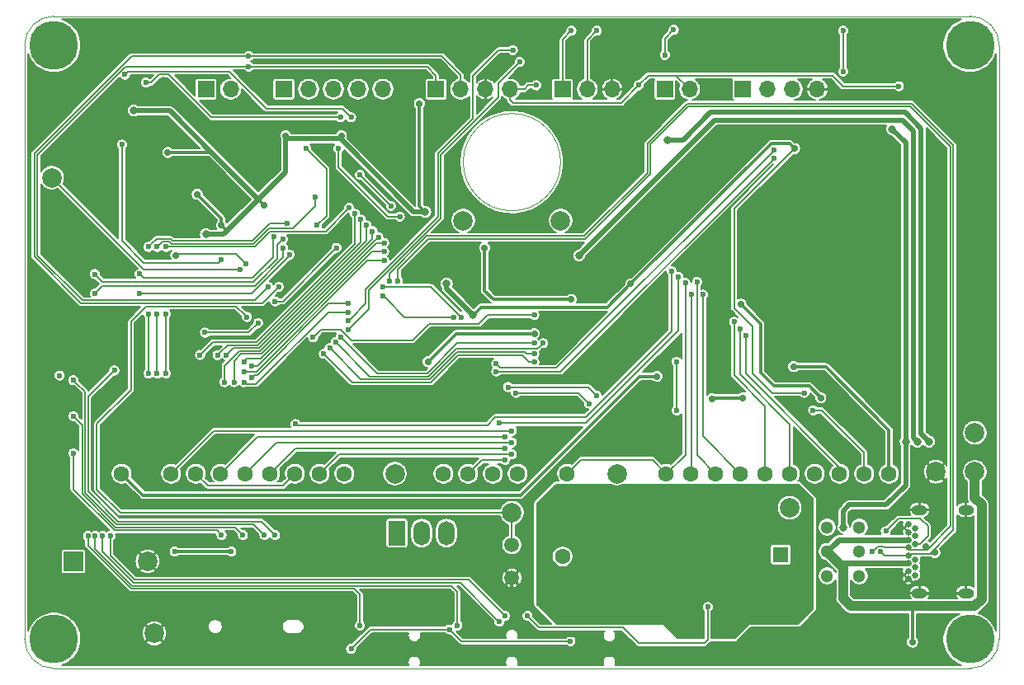
<source format=gbr>
G04 #@! TF.GenerationSoftware,KiCad,Pcbnew,5.1.5-52549c5~84~ubuntu16.04.1*
G04 #@! TF.CreationDate,2020-02-20T20:55:12+01:00*
G04 #@! TF.ProjectId,EmergencyWake,456d6572-6765-46e6-9379-57616b652e6b,rev?*
G04 #@! TF.SameCoordinates,PX5f5e100PY5f5e100*
G04 #@! TF.FileFunction,Copper,L2,Bot*
G04 #@! TF.FilePolarity,Positive*
%FSLAX46Y46*%
G04 Gerber Fmt 4.6, Leading zero omitted, Abs format (unit mm)*
G04 Created by KiCad (PCBNEW 5.1.5-52549c5~84~ubuntu16.04.1) date 2020-02-20 20:55:12*
%MOMM*%
%LPD*%
G04 APERTURE LIST*
%ADD10C,0.050000*%
%ADD11C,5.000000*%
%ADD12C,1.600000*%
%ADD13O,1.700000X1.700000*%
%ADD14R,1.700000X1.700000*%
%ADD15O,1.600000X1.000000*%
%ADD16C,0.650000*%
%ADD17C,2.000000*%
%ADD18O,1.700000X2.500000*%
%ADD19R,1.700000X2.500000*%
%ADD20C,1.300000*%
%ADD21C,1.500000*%
%ADD22R,1.600000X1.600000*%
%ADD23R,2.000000X2.000000*%
%ADD24C,0.600000*%
%ADD25C,0.800000*%
%ADD26C,0.700000*%
%ADD27C,0.300000*%
%ADD28C,0.500000*%
%ADD29C,0.200000*%
%ADD30C,0.150000*%
%ADD31C,0.600000*%
%ADD32C,1.000000*%
G04 APERTURE END LIST*
D10*
X55000000Y-15000000D02*
G75*
G03X55000000Y-15000000I-5000000J0D01*
G01*
X3000000Y-67000000D02*
G75*
G02X0Y-64000000I0J3000000D01*
G01*
X100000000Y-64000000D02*
G75*
G02X97000000Y-67000000I-3000000J0D01*
G01*
X97000000Y0D02*
G75*
G02X100000000Y-3000000I0J-3000000D01*
G01*
X0Y-3000000D02*
G75*
G02X3000000Y0I3000000J0D01*
G01*
X0Y-64000000D02*
X0Y-3000000D01*
X97000000Y-67000000D02*
X3000000Y-67000000D01*
X100000000Y-3000000D02*
X100000000Y-64000000D01*
X3000000Y0D02*
X97000000Y0D01*
D11*
X97000000Y-3000000D03*
X97000000Y-64000000D03*
X3000000Y-64000000D03*
X3000000Y-3000000D03*
D12*
X9960000Y-47000000D03*
X15040000Y-47000000D03*
X17580000Y-47000000D03*
X20120000Y-47000000D03*
X22660000Y-47000000D03*
X25200000Y-47000000D03*
X27740000Y-47000000D03*
X30280000Y-47000000D03*
X32820000Y-47000000D03*
X42980000Y-47000000D03*
X45520000Y-47000000D03*
X48060000Y-47000000D03*
X50600000Y-47000000D03*
X55680000Y-47000000D03*
X65840000Y-47000000D03*
X68380000Y-47000000D03*
X70920000Y-47000000D03*
X73460000Y-47000000D03*
X76000000Y-47000000D03*
X78540000Y-47000000D03*
X81080000Y-47000000D03*
X83620000Y-47000000D03*
X86160000Y-47000000D03*
X88700000Y-47000000D03*
D13*
X49820000Y-7500000D03*
X47280000Y-7500000D03*
X44740000Y-7500000D03*
D14*
X42200000Y-7500000D03*
D15*
X96600000Y-59270000D03*
X91820000Y-59270000D03*
X96600000Y-50730000D03*
X91820000Y-50730000D03*
D16*
X90670000Y-52200000D03*
X91370000Y-52600000D03*
X90670000Y-53000000D03*
X91370000Y-53400000D03*
X90670000Y-53800000D03*
X91370000Y-54200000D03*
X90670000Y-54600000D03*
X90670000Y-55400000D03*
X91370000Y-55800000D03*
X90670000Y-56200000D03*
X91370000Y-56600000D03*
X90670000Y-57000000D03*
X91370000Y-57400000D03*
X90670000Y-57800000D03*
D13*
X36760000Y-7500000D03*
X34220000Y-7500000D03*
X31680000Y-7500000D03*
X29140000Y-7500000D03*
D14*
X26600000Y-7500000D03*
D13*
X81320000Y-7500000D03*
X78780000Y-7500000D03*
X76240000Y-7500000D03*
D14*
X73700000Y-7500000D03*
D13*
X68240000Y-7500000D03*
D14*
X65700000Y-7500000D03*
D13*
X60280000Y-7500000D03*
X57740000Y-7500000D03*
D14*
X55200000Y-7500000D03*
D13*
X21140000Y-7500000D03*
D14*
X18600000Y-7500000D03*
D17*
X93500000Y-46800000D03*
X97500000Y-46800000D03*
D18*
X43280000Y-53100000D03*
X40740000Y-53100000D03*
D19*
X38200000Y-53100000D03*
D20*
X85650000Y-57500000D03*
X85650000Y-55000000D03*
X85650000Y-52500000D03*
X82350000Y-57500000D03*
X82350000Y-55000000D03*
X82350000Y-52500000D03*
D17*
X55000000Y-21000000D03*
X60800000Y-47000000D03*
X50000000Y-51000000D03*
X38000000Y-47000000D03*
D21*
X50000000Y-57700000D03*
X50000000Y-54300000D03*
D12*
X55200000Y-55500000D03*
D22*
X55200000Y-58000000D03*
D12*
X77600000Y-57800000D03*
D22*
X77600000Y-55300000D03*
D17*
X2800000Y-16600000D03*
X13300000Y-63400000D03*
X78500000Y-50500000D03*
X45000000Y-21000000D03*
X97500000Y-42800000D03*
X12600000Y-56000000D03*
D23*
X5000000Y-56000000D03*
D24*
X15400000Y-55000000D03*
X21200000Y-55000000D03*
D25*
X89000000Y-27500000D03*
D24*
X50000000Y-65000000D03*
X40000000Y-65000000D03*
X60000000Y-65000000D03*
D25*
X56800000Y-27400000D03*
D24*
X86400000Y-1300000D03*
X85700000Y-6500000D03*
D26*
X78293406Y-11893406D03*
X72400000Y-16000000D03*
X65500000Y-21600000D03*
X71400000Y-12000000D03*
D25*
X47700000Y-31600000D03*
D26*
X41900000Y-32300000D03*
D25*
X36400000Y-15000000D03*
X52300000Y-31600000D03*
D26*
X14700000Y-15600000D03*
D25*
X18800000Y-15600000D03*
X22200000Y-15600000D03*
X17400000Y-32100000D03*
D26*
X13100000Y-41000000D03*
X25300000Y-37300000D03*
D25*
X39500000Y-15000016D03*
D26*
X16300002Y-50100000D03*
X39500000Y-8149990D03*
X19100000Y-30500000D03*
D25*
X14253795Y-6625021D03*
D26*
X37200000Y-36000000D03*
D25*
X88700000Y-59200000D03*
X90100000Y-59200000D03*
X89800000Y-50700000D03*
X93700000Y-52300000D03*
X96600000Y-52300000D03*
X96600000Y-57700000D03*
X92900000Y-57800000D03*
D24*
X990696Y-6403293D03*
X934639Y-11385426D03*
X1119376Y-26685394D03*
X1181770Y-31568811D03*
X988548Y-55644540D03*
X920312Y-61040333D03*
X1838518Y-37009187D03*
X1931842Y-42085633D03*
X1841627Y-47555219D03*
X2623191Y-19030567D03*
X2450623Y-51870242D03*
X3134698Y-23522394D03*
X3856592Y-8597002D03*
X3869621Y-13737466D03*
X3891131Y-58015555D03*
X5361049Y-34901560D03*
X6201896Y-60972865D03*
X6899494Y-10615869D03*
X6960383Y-18356245D03*
X6858029Y-65510729D03*
X8516306Y-26666858D03*
X8503844Y-38589845D03*
X9202845Y-7813286D03*
X9274152Y-21202603D03*
X9114192Y-58716029D03*
X9967121Y-53423771D03*
X10013813Y-63296608D03*
X11337833Y-17382948D03*
X13141237Y-12191366D03*
X12921376Y-65596019D03*
X13656651Y-20527183D03*
X14620820Y-41541562D03*
X14364273Y-57284470D03*
X15307906Y-61913572D03*
X15913252Y-1856207D03*
X17646035Y-37051117D03*
X17572738Y-64920892D03*
X18097653Y-54173206D03*
X18289823Y-59548833D03*
X19022178Y-40692009D03*
X19834924Y-9272707D03*
X19921401Y-45137075D03*
X20382865Y-2615922D03*
X21359752Y-13103304D03*
X21302025Y-18422262D03*
X21134595Y-56480694D03*
X21353003Y-62341174D03*
X22585360Y-39079831D03*
X23559268Y-59631220D03*
X23513074Y-65586652D03*
X24423630Y-930031D03*
X24872008Y-55093320D03*
X25694761Y-41581371D03*
X27280767Y-26562347D03*
X27324438Y-60878963D03*
X27919947Y-52154848D03*
X28771123Y-22817841D03*
X28760123Y-45178066D03*
X28818796Y-56677819D03*
X28819709Y-64892262D03*
X29685007Y-39191041D03*
X30987941Y-59594702D03*
X31865327Y-3183206D03*
X33253552Y-40841954D03*
X33927497Y-9207278D03*
X34655360Y-46862045D03*
X34654520Y-52122252D03*
X34602343Y-57198993D03*
X35620085Y-61931280D03*
X36115560Y-38491128D03*
X36965262Y-3237620D03*
X36953243Y-11685368D03*
X38479167Y-63867007D03*
X39085165Y-55583107D03*
X40099097Y-46671848D03*
X39897575Y-60219854D03*
X42382251Y-10821004D03*
X42360721Y-38517482D03*
X43140566Y-5428046D03*
X43091499Y-57065406D03*
X45279799Y-23535005D03*
X45065738Y-35642479D03*
X45403122Y-51870012D03*
X45423527Y-61024338D03*
X45938226Y-28877621D03*
X46791532Y-4158866D03*
X47646409Y-55004686D03*
X51232229Y-6291378D03*
X51386600Y-24918638D03*
X51323393Y-52778943D03*
X51120273Y-60199003D03*
X54212943Y-3979303D03*
X54825824Y-10159530D03*
X56494994Y-13699055D03*
X56465554Y-19009284D03*
X59469823Y-3944635D03*
X59370735Y-10624821D03*
X59639884Y-16175117D03*
X59589449Y-25176126D03*
X61589632Y-6927089D03*
X62637263Y-12990707D03*
X62634049Y-41644089D03*
X63105521Y-33817651D03*
X64019613Y-23671872D03*
X64008795Y-65387145D03*
X64922726Y-9308582D03*
X64849931Y-38452065D03*
X66368346Y-43071152D03*
X66824119Y-3862875D03*
X66880501Y-20428499D03*
X68632148Y-15999238D03*
X68513454Y-24398446D03*
X69310924Y-920844D03*
X69249859Y-65363308D03*
X69861291Y-7660784D03*
X71320434Y-13862473D03*
X71452766Y-21152211D03*
X72987217Y-4026257D03*
X73787417Y-64585097D03*
X75243750Y-1135286D03*
X75368118Y-28104897D03*
X76006017Y-18141073D03*
X76824738Y-23462187D03*
X76698890Y-31859211D03*
X78327028Y-4143354D03*
X78183707Y-64064889D03*
X78971046Y-15122198D03*
X78825648Y-20408735D03*
X79591425Y-33991937D03*
X80545689Y-858641D03*
X81426356Y-29337487D03*
X82019392Y-13165895D03*
X81889738Y-18414962D03*
X82098233Y-23509243D03*
X82089543Y-48898078D03*
X82060817Y-65376854D03*
X83619832Y-32324017D03*
X83686664Y-39219722D03*
X83592955Y-44524264D03*
X84214963Y-62586132D03*
X84921231Y-15291415D03*
X84837150Y-20365929D03*
X85931814Y-35381946D03*
X87172023Y-48871581D03*
X87260275Y-64736945D03*
X87908660Y-18421708D03*
X89570013Y-1579327D03*
X89322815Y-45396784D03*
X91622888Y-4685108D03*
X91588934Y-65669632D03*
X93287810Y-8577255D03*
X93086380Y-14671787D03*
X93184322Y-19813150D03*
X93110171Y-33185659D03*
X93402892Y-38335656D03*
X93970928Y-1184371D03*
X95467945Y-54099318D03*
X96423320Y-16738425D03*
X96298418Y-22025888D03*
X96094780Y-28623599D03*
X96293035Y-35410807D03*
X96344018Y-40926353D03*
X96267551Y-48982161D03*
X98558614Y-6354665D03*
X98629620Y-31794499D03*
X43600000Y-17300000D03*
X31100000Y-37600000D03*
X45100000Y-39800000D03*
X3583334Y-36924999D03*
D25*
X89000000Y-11600000D03*
X84000000Y-52500000D03*
X90399990Y-43700000D03*
D24*
X23969259Y-31528413D03*
X18500000Y-32500000D03*
X56000000Y-64200000D03*
X33500000Y-65000000D03*
X63000000Y-7100000D03*
X89700000Y-7200000D03*
D26*
X62200000Y-27500000D03*
X20200000Y-21500000D03*
X17700000Y-18300000D03*
D25*
X11200000Y-9700000D03*
D26*
X14700000Y-14000000D03*
D24*
X80000000Y-38700000D03*
D25*
X46000000Y-30700000D03*
D24*
X52500000Y-7100000D03*
D26*
X79000000Y-13600000D03*
D24*
X43600000Y-63000000D03*
D25*
X18600000Y-22400000D03*
D26*
X32500000Y-12300000D03*
X26800000Y-12300000D03*
D25*
X43300014Y-27500000D03*
X41100000Y-20099988D03*
D26*
X40500000Y-9000000D03*
X24599990Y-19400000D03*
D24*
X34400000Y-62600000D03*
X6500000Y-53400000D03*
X26923740Y-21274979D03*
X12700006Y-30600000D03*
X12700000Y-23700000D03*
X12700000Y-36700000D03*
X22100000Y-26000010D03*
X66600000Y-1400000D03*
X22700000Y-25400000D03*
X65700000Y-4000000D03*
D26*
X15500000Y-24556598D03*
D24*
X56100006Y-1500000D03*
X58700000Y-1500000D03*
D26*
X64900000Y-37000000D03*
D24*
X50000000Y-42600000D03*
X27800000Y-41900000D03*
X66400000Y-26200000D03*
X49300000Y-43200000D03*
X50000000Y-43800000D03*
X49300000Y-44400000D03*
X50000000Y-45000000D03*
X67100000Y-26800000D03*
X48700000Y-41800000D03*
X49300000Y-45600000D03*
X67800000Y-27400000D03*
X69000000Y-27300000D03*
X69600000Y-28599986D03*
X72800000Y-31400000D03*
X73399988Y-32100000D03*
X74000000Y-32800000D03*
X80900000Y-40500000D03*
D26*
X78900000Y-36000000D03*
D24*
X32400000Y-10400000D03*
X12444052Y-6825010D03*
X38500000Y-20600000D03*
X32200000Y-13600000D03*
X10300000Y-6000000D03*
X33500000Y-10400000D03*
X44800000Y-30900000D03*
X48400000Y-35700000D03*
X76900000Y-13778761D03*
X36800000Y-27800000D03*
X44000000Y-30900000D03*
X48399996Y-36500000D03*
X76900000Y-14600000D03*
X36800000Y-28700000D03*
X22999994Y-5200000D03*
X25000000Y-27800000D03*
X23000000Y-4100012D03*
X26100000Y-27800000D03*
X8000000Y-53400000D03*
X48700000Y-62200000D03*
X33300000Y-19699996D03*
X14500000Y-30600000D03*
X14500000Y-23700000D03*
X14500000Y-36700004D03*
X50800000Y-4700000D03*
X33200000Y-32199998D03*
X84000000Y-5700000D03*
X84000000Y-1500000D03*
X50100000Y-3500000D03*
X33200000Y-31300000D03*
X37600000Y-19500000D03*
X34400000Y-16300000D03*
X10000000Y-13200000D03*
X20200000Y-25025010D03*
X50400000Y-38700000D03*
X57900000Y-39800000D03*
X58700000Y-39000000D03*
X49600000Y-38100000D03*
D25*
X91600000Y-43700000D03*
X56900000Y-24600000D03*
D24*
X52300000Y-30700000D03*
X29600000Y-32999998D03*
X44400000Y-62600000D03*
X7249987Y-53393872D03*
X29774990Y-18600000D03*
X13600000Y-30599998D03*
X13600000Y-23700000D03*
X13600006Y-36700000D03*
D26*
X73700000Y-39200000D03*
X70500000Y-39300000D03*
X81700000Y-39200000D03*
X73500000Y-29600000D03*
D24*
X66900000Y-35500000D03*
X66900000Y-40500000D03*
X68400000Y-28600000D03*
D26*
X91100000Y-64299982D03*
D24*
X88369968Y-52900000D03*
X87800000Y-55000000D03*
D26*
X93400000Y-55100000D03*
D24*
X37400000Y-27200000D03*
X86999990Y-55000000D03*
D26*
X92500000Y-54500000D03*
D24*
X38300008Y-27200000D03*
X5000000Y-44900000D03*
X20200000Y-53300000D03*
X5000000Y-41100000D03*
X22400000Y-53300000D03*
X5000000Y-37400000D03*
X24600000Y-53300000D03*
X25700000Y-53300000D03*
X9200000Y-36400000D03*
X22500000Y-36500000D03*
X36899996Y-25100000D03*
X35700000Y-22100000D03*
X20500000Y-37600000D03*
X33900000Y-20300000D03*
X18000000Y-34800012D03*
X22500000Y-35500000D03*
X36900000Y-23300000D03*
X35100000Y-21500000D03*
X20700000Y-34800000D03*
X23300000Y-35974990D03*
X36899990Y-24200000D03*
X34500000Y-20899994D03*
X19800010Y-34825032D03*
X33200000Y-29500000D03*
X23300000Y-37125010D03*
X36300000Y-22700000D03*
X21500000Y-37600000D03*
X70100000Y-60700000D03*
X51600000Y-61600000D03*
X49300000Y-61600000D03*
X8800000Y-53400000D03*
X33200000Y-30400000D03*
X22493868Y-37600000D03*
X26500000Y-22900000D03*
X7199988Y-26500000D03*
X25617452Y-22668046D03*
X11800000Y-26493306D03*
X7199992Y-28500000D03*
X26500000Y-23800000D03*
X11800000Y-28500000D03*
X27200000Y-24500000D03*
X22800000Y-30900000D03*
X52300000Y-33600000D03*
X32431259Y-32950738D03*
X31900000Y-33500000D03*
X53200000Y-33600000D03*
X31300000Y-34100000D03*
X52300000Y-34700000D03*
X30700000Y-34700000D03*
X52300000Y-35550013D03*
D25*
X92800000Y-43700000D03*
X66000000Y-12700000D03*
D24*
X80600000Y-49800000D03*
X79200000Y-48400000D03*
X79900000Y-49100000D03*
X80600000Y-50900000D03*
X78100000Y-48400000D03*
X77000000Y-48400000D03*
X80600000Y-55500000D03*
X80600000Y-56600000D03*
X80600000Y-57700000D03*
X80600000Y-58800000D03*
X80600000Y-59900000D03*
X78400000Y-62100000D03*
X77300000Y-62100000D03*
X76200000Y-62100000D03*
X75100000Y-62100000D03*
X74000000Y-62100000D03*
X73300000Y-62800000D03*
X72600000Y-63500000D03*
X71500000Y-63500000D03*
X68700000Y-63500000D03*
X67600000Y-63500000D03*
X66700000Y-63000000D03*
X66000000Y-62300000D03*
X65000000Y-62100000D03*
X60400000Y-62100000D03*
X59200000Y-61600000D03*
X58100000Y-61600000D03*
X57000000Y-61600000D03*
X55900000Y-61600000D03*
X54800000Y-61600000D03*
X53900000Y-61200000D03*
X53200000Y-60500000D03*
X52900000Y-58200000D03*
X52900000Y-57000000D03*
X52900000Y-55000000D03*
X52900000Y-53900000D03*
X52900000Y-52800000D03*
X52900000Y-51700000D03*
X52900000Y-50600000D03*
X54400000Y-48700000D03*
X55500000Y-48400000D03*
X57800000Y-48400000D03*
X58900000Y-48400000D03*
X60000000Y-48400000D03*
X61600000Y-48400000D03*
X62700000Y-48400000D03*
X63800000Y-48400000D03*
X68800000Y-51400000D03*
X65100000Y-56300000D03*
X65100000Y-54500000D03*
X66400000Y-54500000D03*
X66400000Y-56300000D03*
X76100000Y-53600000D03*
X77100000Y-53600000D03*
X78200000Y-53300000D03*
X79000000Y-52500000D03*
X79800000Y-51700000D03*
X58400000Y-58400000D03*
X60400000Y-58400000D03*
X65000000Y-58400000D03*
X62800000Y-60200000D03*
D26*
X47200000Y-23800000D03*
X56100000Y-29100000D03*
X41400000Y-35500000D03*
X52300000Y-32600000D03*
D24*
X25700000Y-29300000D03*
X32000000Y-23800000D03*
X28900000Y-13600000D03*
X30000000Y-21500000D03*
D27*
X15400000Y-55000000D02*
X21200000Y-55000000D01*
D28*
X56800000Y-25900000D02*
X56800000Y-27400000D01*
X89600000Y-13900000D02*
X87200000Y-11500000D01*
X89000000Y-27500000D02*
X89600000Y-26900000D01*
X89600000Y-26900000D02*
X89600000Y-13900000D01*
D29*
X86400000Y-5800000D02*
X85700000Y-6500000D01*
X86400000Y-1300000D02*
X86400000Y-5800000D01*
D28*
X87200000Y-11500000D02*
X78700000Y-11500000D01*
X78700000Y-11500000D02*
X71200000Y-11500000D01*
D27*
X78700000Y-11500000D02*
X78686812Y-11500000D01*
X78643405Y-11543407D02*
X78293406Y-11893406D01*
X78686812Y-11500000D02*
X78643405Y-11543407D01*
X68600000Y-14100000D02*
X70500000Y-14100000D01*
D28*
X71200000Y-11500000D02*
X68600000Y-14100000D01*
D27*
X70500000Y-14100000D02*
X72400000Y-16000000D01*
X63300000Y-19400000D02*
X65500000Y-21600000D01*
D28*
X68600000Y-14100000D02*
X63300000Y-19400000D01*
X63300000Y-19400000D02*
X56800000Y-25900000D01*
D27*
X71200000Y-11800000D02*
X71400000Y-12000000D01*
X71200000Y-11500000D02*
X71200000Y-11800000D01*
D28*
X39500000Y-15000000D02*
X36400000Y-15000000D01*
X47700000Y-31600000D02*
X52300000Y-31600000D01*
D27*
X14700000Y-15600000D02*
X18234315Y-15600000D01*
X18234315Y-15600000D02*
X18800000Y-15600000D01*
D28*
X16400000Y-33100000D02*
X16400000Y-36100000D01*
X17400000Y-32100000D02*
X16400000Y-33100000D01*
D27*
X16400000Y-37700000D02*
X13100000Y-41000000D01*
X16400000Y-36100000D02*
X16400000Y-37700000D01*
X58600000Y-63600000D02*
X60000000Y-65000000D01*
X52400000Y-63600000D02*
X58600000Y-63600000D01*
X50000000Y-61200000D02*
X52400000Y-63600000D01*
X50000000Y-57700000D02*
X50000000Y-61200000D01*
D28*
X36400000Y-15000000D02*
X32900000Y-11500000D01*
X32900000Y-11500000D02*
X26300000Y-11500000D01*
X26300000Y-11500000D02*
X22200000Y-15600000D01*
D27*
X15805028Y-50100000D02*
X16300002Y-50100000D01*
X13100000Y-41000000D02*
X8600000Y-45500000D01*
X8600000Y-45500000D02*
X8600000Y-48800000D01*
X8600000Y-48800000D02*
X9900000Y-50100000D01*
X9900000Y-50100000D02*
X15805028Y-50100000D01*
X39500000Y-15000000D02*
X39500000Y-8149990D01*
X19000000Y-30500000D02*
X19100000Y-30500000D01*
X17400000Y-32100000D02*
X19000000Y-30500000D01*
D28*
X14253795Y-7653795D02*
X14253795Y-6625021D01*
X22200000Y-15600000D02*
X14253795Y-7653795D01*
D27*
X91820000Y-59270000D02*
X96600000Y-59270000D01*
X17000000Y-38300000D02*
X16400000Y-37700000D01*
X24300000Y-38300000D02*
X17000000Y-38300000D01*
X25300000Y-37300000D02*
X24300000Y-38300000D01*
X41800000Y-32300000D02*
X38100000Y-36000000D01*
X41900000Y-32300000D02*
X41800000Y-32300000D01*
X38100000Y-36000000D02*
X37200000Y-36000000D01*
D28*
X90399990Y-12999990D02*
X90399990Y-43134315D01*
X89000000Y-11600000D02*
X90399990Y-12999990D01*
X90399990Y-43134315D02*
X90399990Y-43700000D01*
X90399990Y-44265685D02*
X90399990Y-43700000D01*
X90399990Y-48200010D02*
X90399990Y-44265685D01*
X84000000Y-52500000D02*
X84000000Y-50800000D01*
X84000000Y-50800000D02*
X84600000Y-50200000D01*
X84600000Y-50200000D02*
X88400000Y-50200000D01*
X88400000Y-50200000D02*
X90399990Y-48200010D01*
D29*
X18924264Y-32500000D02*
X18500000Y-32500000D01*
X22997672Y-32500000D02*
X18924264Y-32500000D01*
X23969259Y-31528413D02*
X22997672Y-32500000D01*
X66840001Y-6100001D02*
X68240000Y-7500000D01*
X66840001Y-6100001D02*
X82900001Y-6100001D01*
X84000000Y-7200000D02*
X89700000Y-7200000D01*
X82900001Y-6100001D02*
X84000000Y-7200000D01*
D28*
X24000000Y-18800000D02*
X20650000Y-22150000D01*
D27*
X20650000Y-22150000D02*
X20650000Y-21950000D01*
X20650000Y-21950000D02*
X20200000Y-21500000D01*
X20200000Y-20800000D02*
X17700000Y-18300000D01*
X20200000Y-21500000D02*
X20200000Y-20800000D01*
D29*
X80000000Y-38700000D02*
X76700000Y-38700000D01*
X76700000Y-38700000D02*
X74700000Y-36700000D01*
X74700000Y-36700000D02*
X74700000Y-31900000D01*
X74700000Y-31900000D02*
X72800000Y-30000000D01*
D28*
X19600000Y-14400000D02*
X14900000Y-9700000D01*
X14900000Y-9700000D02*
X11200000Y-9700000D01*
D27*
X19200000Y-14000000D02*
X14700000Y-14000000D01*
X59800000Y-29900000D02*
X62200000Y-27500000D01*
X46832843Y-29900000D02*
X59800000Y-29900000D01*
X46032843Y-30700000D02*
X46832843Y-29900000D01*
X46000000Y-30700000D02*
X46032843Y-30700000D01*
X78500000Y-13100000D02*
X79000000Y-13600000D01*
X76600000Y-13100000D02*
X78500000Y-13100000D01*
X62200000Y-27500000D02*
X76600000Y-13100000D01*
D29*
X72800000Y-30000000D02*
X72800000Y-19800000D01*
X72800000Y-19800000D02*
X79000000Y-13600000D01*
D30*
X55974999Y-64225001D02*
X44825001Y-64225001D01*
X56000000Y-64200000D02*
X55974999Y-64225001D01*
X44825001Y-64225001D02*
X43600000Y-63000000D01*
X43600000Y-63000000D02*
X35500000Y-63000000D01*
X35500000Y-63000000D02*
X33799999Y-64700001D01*
X33799999Y-64700001D02*
X33500000Y-65000000D01*
D28*
X19165685Y-22400000D02*
X18600000Y-22400000D01*
X20400000Y-22400000D02*
X19165685Y-22400000D01*
X20650000Y-22150000D02*
X20400000Y-22400000D01*
D27*
X26900000Y-12600000D02*
X26900000Y-12400000D01*
X26900000Y-12400000D02*
X26800000Y-12300000D01*
D29*
X51300000Y-7500000D02*
X49820000Y-7500000D01*
X51700000Y-7100000D02*
X51300000Y-7500000D01*
X52500000Y-7100000D02*
X51700000Y-7100000D01*
X64100000Y-6100001D02*
X66840001Y-6100001D01*
X63999999Y-6100001D02*
X64100000Y-6100001D01*
X63000000Y-7100000D02*
X63999999Y-6100001D01*
D28*
X46000000Y-30700000D02*
X43300000Y-28000000D01*
X43300000Y-28000000D02*
X43300000Y-27500000D01*
X26900000Y-12600000D02*
X32400002Y-12600000D01*
X32400002Y-12600000D02*
X39899990Y-20099988D01*
X40534315Y-20099988D02*
X41100000Y-20099988D01*
X39899990Y-20099988D02*
X40534315Y-20099988D01*
D27*
X40500000Y-19499988D02*
X40500000Y-9494974D01*
X40500000Y-9494974D02*
X40500000Y-9000000D01*
X41100000Y-20099988D02*
X40500000Y-19499988D01*
D29*
X49820000Y-8620000D02*
X49820000Y-7500000D01*
X61200000Y-8900000D02*
X50100000Y-8900000D01*
X50100000Y-8900000D02*
X49820000Y-8620000D01*
X63000000Y-7100000D02*
X61200000Y-8900000D01*
D28*
X24000000Y-18800000D02*
X26800000Y-16000000D01*
X26800000Y-16000000D02*
X26800000Y-12300000D01*
X19600000Y-14400000D02*
X24000000Y-18800000D01*
D27*
X24000000Y-18800010D02*
X24249991Y-19050001D01*
X24249991Y-19050001D02*
X24599990Y-19400000D01*
X24000000Y-18800000D02*
X24000000Y-18800010D01*
D30*
X6500000Y-53824264D02*
X6500000Y-53400000D01*
X34400000Y-62600000D02*
X34400000Y-59400000D01*
X10927163Y-58800000D02*
X6500000Y-54372837D01*
X6500000Y-54372837D02*
X6500000Y-53824264D01*
X34400000Y-59400000D02*
X33800000Y-58800000D01*
X33800000Y-58800000D02*
X10927163Y-58800000D01*
X12999999Y-23400001D02*
X12700000Y-23700000D01*
X14976269Y-22874988D02*
X13525012Y-22874988D01*
X25176463Y-21274979D02*
X23376455Y-23074987D01*
X15176267Y-23074987D02*
X14976269Y-22874988D01*
X23376455Y-23074987D02*
X15176267Y-23074987D01*
X13525012Y-22874988D02*
X12999999Y-23400001D01*
X26923740Y-21274979D02*
X25176463Y-21274979D01*
X12700006Y-36699994D02*
X12700000Y-36700000D01*
X12700006Y-30600000D02*
X12700006Y-36699994D01*
D29*
X12200010Y-26000010D02*
X21675736Y-26000010D01*
X2800000Y-16600000D02*
X12200010Y-26000010D01*
X21675736Y-26000010D02*
X22100000Y-26000010D01*
D30*
X65700000Y-2300000D02*
X66600000Y-1400000D01*
X65700000Y-4000000D02*
X65700000Y-2300000D01*
X15656598Y-24400000D02*
X15500000Y-24556598D01*
X21700000Y-24400000D02*
X15656598Y-24400000D01*
X22700000Y-25400000D02*
X21700000Y-24400000D01*
X55200000Y-2400006D02*
X56100006Y-1500000D01*
X55200000Y-7500000D02*
X55200000Y-2400006D01*
X57740000Y-7500000D02*
X57740000Y-2460000D01*
X57740000Y-2460000D02*
X58700000Y-1500000D01*
D27*
X64405026Y-37000000D02*
X64900000Y-37000000D01*
X9960000Y-47000000D02*
X12160000Y-49200000D01*
X63100000Y-37000000D02*
X64405026Y-37000000D01*
X12160000Y-49200000D02*
X50900000Y-49200000D01*
X50900000Y-49200000D02*
X63100000Y-37000000D01*
D29*
X19440000Y-42600000D02*
X50000000Y-42600000D01*
X15040000Y-47000000D02*
X19440000Y-42600000D01*
X18780000Y-48200000D02*
X17580000Y-47000000D01*
X26540000Y-48200000D02*
X18780000Y-48200000D01*
X27740000Y-47000000D02*
X26540000Y-48200000D01*
X66400000Y-32400000D02*
X66400000Y-26200000D01*
X57600000Y-41200000D02*
X66400000Y-32400000D01*
X27800000Y-41900000D02*
X27900000Y-42000000D01*
X27900000Y-42000000D02*
X47500000Y-42000000D01*
X48300000Y-41200000D02*
X57600000Y-41200000D01*
X47500000Y-42000000D02*
X48300000Y-41200000D01*
X23920000Y-43200000D02*
X20120000Y-47000000D01*
X49300000Y-43200000D02*
X23920000Y-43200000D01*
X49575736Y-43800000D02*
X50000000Y-43800000D01*
X25860000Y-43800000D02*
X49575736Y-43800000D01*
X22660000Y-47000000D02*
X25860000Y-43800000D01*
X27800000Y-44400000D02*
X25200000Y-47000000D01*
X49300000Y-44400000D02*
X27800000Y-44400000D01*
X32280000Y-45000000D02*
X30280000Y-47000000D01*
X50000000Y-45000000D02*
X32280000Y-45000000D01*
X67100000Y-32300000D02*
X57600000Y-41800000D01*
X49124264Y-41800000D02*
X48700000Y-41800000D01*
X57600000Y-41800000D02*
X49124264Y-41800000D01*
X67100000Y-26800000D02*
X67100000Y-32300000D01*
X46920000Y-45600000D02*
X49300000Y-45600000D01*
X45520000Y-47000000D02*
X46920000Y-45600000D01*
X64440000Y-45600000D02*
X65840000Y-47000000D01*
X57080000Y-45600000D02*
X64440000Y-45600000D01*
X55680000Y-47000000D02*
X57080000Y-45600000D01*
X67800000Y-45040000D02*
X67800000Y-27824264D01*
X65840000Y-47000000D02*
X67800000Y-45040000D01*
X67800000Y-27824264D02*
X67800000Y-27400000D01*
X69000000Y-45080000D02*
X69000000Y-27300000D01*
X70920000Y-47000000D02*
X69000000Y-45080000D01*
X69600000Y-43140000D02*
X69600000Y-28599986D01*
X73460000Y-47000000D02*
X69600000Y-43140000D01*
X72800000Y-31824264D02*
X72800000Y-31400000D01*
X76000000Y-47000000D02*
X76000000Y-40100000D01*
X76000000Y-40100000D02*
X72800000Y-36900000D01*
X72800000Y-36900000D02*
X72800000Y-31824264D01*
X73400000Y-32100012D02*
X73399988Y-32100000D01*
X73400000Y-36800000D02*
X73400000Y-32100012D01*
X78540000Y-41940000D02*
X73400000Y-36800000D01*
X78540000Y-47000000D02*
X78540000Y-41940000D01*
X74000000Y-36700000D02*
X83620000Y-46320000D01*
X83620000Y-46320000D02*
X83620000Y-47000000D01*
X74000000Y-32800000D02*
X74000000Y-36700000D01*
X81800000Y-40500000D02*
X80900000Y-40500000D01*
X86160000Y-44860000D02*
X81800000Y-40500000D01*
X86160000Y-47000000D02*
X86160000Y-44860000D01*
D27*
X82200000Y-36000000D02*
X88700000Y-42500000D01*
X81200000Y-36000000D02*
X82200000Y-36000000D01*
X88700000Y-42500000D02*
X88700000Y-47000000D01*
X81200000Y-36000000D02*
X78900000Y-36000000D01*
D30*
X13824267Y-6000011D02*
X12999268Y-6825010D01*
X12868316Y-6825010D02*
X12444052Y-6825010D01*
X14775733Y-6000011D02*
X13824267Y-6000011D01*
X12999268Y-6825010D02*
X12868316Y-6825010D01*
X19175722Y-10400000D02*
X14775733Y-6000011D01*
X32400000Y-10400000D02*
X19175722Y-10400000D01*
X10600000Y-5700000D02*
X21000000Y-5700000D01*
X24800000Y-9500000D02*
X32600000Y-9500000D01*
X32600000Y-9500000D02*
X33200001Y-10100001D01*
X21000000Y-5700000D02*
X24800000Y-9500000D01*
X10300000Y-6000000D02*
X10600000Y-5700000D01*
X33200001Y-10100001D02*
X33500000Y-10400000D01*
X32200000Y-15500000D02*
X32200000Y-13600000D01*
X37300000Y-20600000D02*
X32200000Y-15500000D01*
X38500000Y-20600000D02*
X37300000Y-20600000D01*
X76600001Y-14078760D02*
X76900000Y-13778761D01*
X48800000Y-36100000D02*
X54578761Y-36100000D01*
X54578761Y-36100000D02*
X76600001Y-14078760D01*
X48400000Y-35700000D02*
X48800000Y-36100000D01*
X44800000Y-30900000D02*
X41700000Y-27800000D01*
X41700000Y-27800000D02*
X36800000Y-27800000D01*
X55000000Y-36500000D02*
X76600001Y-14899999D01*
X76600001Y-14899999D02*
X76900000Y-14600000D01*
X48399996Y-36500000D02*
X55000000Y-36500000D01*
X39000000Y-30900000D02*
X37099999Y-28999999D01*
X44000000Y-30900000D02*
X39000000Y-30900000D01*
X37099999Y-28999999D02*
X36800000Y-28700000D01*
X23424258Y-5200000D02*
X22999994Y-5200000D01*
X42200000Y-6100000D02*
X41300000Y-5200000D01*
X41300000Y-5200000D02*
X23424258Y-5200000D01*
X42200000Y-7500000D02*
X42200000Y-6100000D01*
X1300011Y-14222985D02*
X1300011Y-24575733D01*
X23600011Y-29199989D02*
X24700001Y-28099999D01*
X1300011Y-24575733D02*
X5924267Y-29199989D01*
X24700001Y-28099999D02*
X25000000Y-27800000D01*
X10322996Y-5200000D02*
X1300011Y-14222985D01*
X22999994Y-5200000D02*
X10322996Y-5200000D01*
X5924267Y-29199989D02*
X23600011Y-29199989D01*
X23424264Y-4100012D02*
X23000000Y-4100012D01*
X42800012Y-4100012D02*
X23424264Y-4100012D01*
X44740000Y-6040000D02*
X42800012Y-4100012D01*
X44740000Y-7500000D02*
X44740000Y-6040000D01*
X1000000Y-24700000D02*
X5800000Y-29500000D01*
X5800000Y-29500000D02*
X24400000Y-29500000D01*
X24400000Y-29500000D02*
X25800001Y-28099999D01*
X10998705Y-4100012D02*
X1000000Y-14098717D01*
X25800001Y-28099999D02*
X26100000Y-27800000D01*
X1000000Y-14098717D02*
X1000000Y-24700000D01*
X23000000Y-4100012D02*
X10998705Y-4100012D01*
X48400001Y-61900001D02*
X48700000Y-62200000D01*
X8000000Y-53400000D02*
X8000000Y-55024279D01*
X8000000Y-55024279D02*
X11175699Y-58199978D01*
X11175699Y-58199978D02*
X44699978Y-58199978D01*
X44699978Y-58199978D02*
X48400001Y-61900001D01*
X25199978Y-22100022D02*
X23600000Y-23700000D01*
X30899974Y-22100022D02*
X25199978Y-22100022D01*
X14924264Y-23700000D02*
X14500000Y-23700000D01*
X23600000Y-23700000D02*
X14924264Y-23700000D01*
X33300000Y-19699996D02*
X30899974Y-22100022D01*
X14500000Y-30600000D02*
X14500000Y-36700004D01*
X35300011Y-28151431D02*
X35300011Y-30099987D01*
X35300011Y-30099987D02*
X33499999Y-31899999D01*
X42700000Y-20751442D02*
X35300011Y-28151431D01*
X42700000Y-14224278D02*
X42700000Y-20751442D01*
X48600000Y-8324278D02*
X42700000Y-14224278D01*
X33499999Y-31899999D02*
X33200000Y-32199998D01*
X50800000Y-4700000D02*
X48600000Y-6900000D01*
X48600000Y-6900000D02*
X48600000Y-8324278D01*
D29*
X84000000Y-5700000D02*
X84000000Y-1500000D01*
D30*
X35000000Y-29500000D02*
X33499999Y-31000001D01*
X42399989Y-20627174D02*
X35000000Y-28027163D01*
X50100000Y-3500000D02*
X48600000Y-3500000D01*
X33499999Y-31000001D02*
X33200000Y-31300000D01*
X48600000Y-3500000D02*
X46000000Y-6100000D01*
X42399989Y-14100010D02*
X42399989Y-20627174D01*
X46000000Y-6100000D02*
X46000000Y-10500000D01*
X35000000Y-28027163D02*
X35000000Y-29500000D01*
X46000000Y-10500000D02*
X42399989Y-14100010D01*
X37600000Y-19500000D02*
X34400000Y-16300000D01*
D29*
X19900001Y-25325009D02*
X20200000Y-25025010D01*
X12225009Y-25325009D02*
X19900001Y-25325009D01*
X10000000Y-13200000D02*
X10000000Y-23100000D01*
X10000000Y-23100000D02*
X12225009Y-25325009D01*
X56800000Y-38700000D02*
X57900000Y-39800000D01*
X50400000Y-38700000D02*
X56800000Y-38700000D01*
X58700000Y-39000000D02*
X57800000Y-38100000D01*
X57800000Y-38100000D02*
X49600000Y-38100000D01*
D28*
X91600000Y-43700000D02*
X91200001Y-43300001D01*
X91200001Y-11800001D02*
X90100000Y-10700000D01*
X91200001Y-43300001D02*
X91200001Y-11800001D01*
X90100000Y-10700000D02*
X70800000Y-10700000D01*
X70800000Y-10700000D02*
X57299999Y-24200001D01*
X57299999Y-24200001D02*
X56900000Y-24600000D01*
D30*
X52300000Y-30700000D02*
X47500000Y-30700000D01*
X30399998Y-32200000D02*
X29899999Y-32699999D01*
X41500000Y-31600000D02*
X39800000Y-33300000D01*
X47500000Y-30700000D02*
X46600000Y-31600000D01*
X39800000Y-33300000D02*
X33522998Y-33300000D01*
X32422998Y-32200000D02*
X30399998Y-32200000D01*
X29899999Y-32699999D02*
X29600000Y-32999998D01*
X33522998Y-33300000D02*
X32422998Y-32200000D01*
X46600000Y-31600000D02*
X41500000Y-31600000D01*
X7249987Y-53818136D02*
X7249987Y-53393872D01*
X7249987Y-54698545D02*
X7249987Y-53818136D01*
X44400000Y-62600000D02*
X44400000Y-59100000D01*
X44400000Y-59100000D02*
X43799989Y-58499989D01*
X43799989Y-58499989D02*
X11051431Y-58499989D01*
X11051431Y-58499989D02*
X7249987Y-54698545D01*
X29774990Y-18600000D02*
X29774990Y-19525010D01*
X13899999Y-23400001D02*
X13600000Y-23700000D01*
X25075710Y-21800011D02*
X23500723Y-23374998D01*
X15052000Y-23374998D02*
X14852001Y-23174999D01*
X27499989Y-21800011D02*
X25075710Y-21800011D01*
X14852001Y-23174999D02*
X14125001Y-23174999D01*
X23500723Y-23374998D02*
X15052000Y-23374998D01*
X14125001Y-23174999D02*
X13899999Y-23400001D01*
X29774990Y-19525010D02*
X27499989Y-21800011D01*
X13600000Y-30599998D02*
X13600000Y-36699994D01*
X13600000Y-36699994D02*
X13600006Y-36700000D01*
D27*
X73700000Y-39200000D02*
X70600000Y-39200000D01*
X70600000Y-39200000D02*
X70500000Y-39300000D01*
X81700000Y-39200000D02*
X80500000Y-38000000D01*
X75500000Y-36600000D02*
X75500000Y-31600000D01*
X75500000Y-31600000D02*
X73500000Y-29600000D01*
X80500000Y-38000000D02*
X76900000Y-38000000D01*
X76900000Y-38000000D02*
X75500000Y-36600000D01*
D29*
X66900000Y-35500000D02*
X66900000Y-40500000D01*
X68400000Y-46980000D02*
X68400000Y-28600000D01*
X68380000Y-47000000D02*
X68400000Y-46980000D01*
D27*
X90670000Y-53800000D02*
X90658054Y-53788054D01*
D31*
X90670000Y-56200000D02*
X83600000Y-56200000D01*
D32*
X97500000Y-49500000D02*
X97500000Y-47500000D01*
X98200000Y-50200000D02*
X97500000Y-49500000D01*
X98200000Y-59900000D02*
X98200000Y-50200000D01*
X82350000Y-55000000D02*
X84000000Y-56650000D01*
X97500000Y-60600000D02*
X98200000Y-59900000D01*
X84000000Y-56650000D02*
X84000000Y-59800000D01*
X84800000Y-60600000D02*
X97500000Y-60600000D01*
X84000000Y-59800000D02*
X84800000Y-60600000D01*
D31*
X82999999Y-54350001D02*
X82350000Y-55000000D01*
X83550000Y-53800000D02*
X82999999Y-54350001D01*
X90670000Y-53800000D02*
X83550000Y-53800000D01*
D27*
X91100000Y-60600000D02*
X91100000Y-64299982D01*
D30*
X91900000Y-51600000D02*
X89669968Y-51600000D01*
X91370000Y-54200000D02*
X91900000Y-54200000D01*
X89669968Y-51600000D02*
X88669967Y-52600001D01*
X91900000Y-54200000D02*
X92700000Y-53400000D01*
X88669967Y-52600001D02*
X88369968Y-52900000D01*
X92700000Y-53400000D02*
X92700000Y-52400000D01*
X92700000Y-52400000D02*
X91900000Y-51600000D01*
X90870000Y-55200000D02*
X92924279Y-55200000D01*
X90670000Y-55400000D02*
X90870000Y-55200000D01*
X92924279Y-55200000D02*
X93300000Y-55200000D01*
X93300000Y-55200000D02*
X93400000Y-55100000D01*
D29*
X90670000Y-55400000D02*
X88200000Y-55400000D01*
X88200000Y-55400000D02*
X87800000Y-55000000D01*
D30*
X92924279Y-55200000D02*
X95300011Y-52824268D01*
X95300011Y-52824268D02*
X95300011Y-13275732D01*
X41275721Y-22600000D02*
X37400000Y-26475721D01*
X91024268Y-8999989D02*
X67975732Y-8999989D01*
X63900000Y-13075721D02*
X63900000Y-16100000D01*
X67975732Y-8999989D02*
X63900000Y-13075721D01*
X57400000Y-22600000D02*
X41275721Y-22600000D01*
X37400000Y-26775736D02*
X37400000Y-27200000D01*
X37400000Y-26475721D02*
X37400000Y-26775736D01*
X63900000Y-16100000D02*
X57400000Y-22600000D01*
X95300011Y-13275732D02*
X91024268Y-8999989D01*
D29*
X88049998Y-54449998D02*
X87549992Y-54449998D01*
X88200000Y-54600000D02*
X88049998Y-54449998D01*
X87549992Y-54449998D02*
X87299989Y-54700001D01*
X90670000Y-54600000D02*
X88200000Y-54600000D01*
X87299989Y-54700001D02*
X86999990Y-55000000D01*
D30*
X38300000Y-27199992D02*
X38300008Y-27200000D01*
X38300000Y-26000000D02*
X38300000Y-27199992D01*
X95000000Y-52400000D02*
X95000000Y-13400000D01*
X68100000Y-9300000D02*
X64200011Y-13199989D01*
X90870000Y-54800000D02*
X92600000Y-54800000D01*
X92600000Y-54800000D02*
X95000000Y-52400000D01*
X90670000Y-54600000D02*
X90870000Y-54800000D01*
X90900000Y-9300000D02*
X68100000Y-9300000D01*
X64200011Y-16224268D02*
X57524268Y-22900011D01*
X41399989Y-22900011D02*
X38300000Y-26000000D01*
X64200011Y-13199989D02*
X64200011Y-16224268D01*
X95000000Y-13400000D02*
X90900000Y-9300000D01*
X57524268Y-22900011D02*
X41399989Y-22900011D01*
X5000000Y-45324264D02*
X5000000Y-44900000D01*
X5000000Y-48597116D02*
X5000000Y-45324264D01*
X9202884Y-52800000D02*
X5000000Y-48597116D01*
X19700000Y-52800000D02*
X9202884Y-52800000D01*
X20200000Y-53300000D02*
X19700000Y-52800000D01*
X22100001Y-53000001D02*
X22400000Y-53300000D01*
X21599989Y-52499989D02*
X22100001Y-53000001D01*
X9327152Y-52499989D02*
X21599989Y-52499989D01*
X5900000Y-49072837D02*
X9327152Y-52499989D01*
X5900000Y-42000000D02*
X5900000Y-49072837D01*
X5000000Y-41100000D02*
X5900000Y-42000000D01*
X5299999Y-37699999D02*
X5000000Y-37400000D01*
X6200011Y-38600011D02*
X5299999Y-37699999D01*
X9451420Y-52199978D02*
X6200011Y-48948569D01*
X24600000Y-53300000D02*
X23499978Y-52199978D01*
X6200011Y-48948569D02*
X6200011Y-38600011D01*
X23499978Y-52199978D02*
X9451420Y-52199978D01*
X25700000Y-53300000D02*
X25650000Y-53250000D01*
X22500000Y-36500000D02*
X23769952Y-36500000D01*
X36475732Y-25100000D02*
X36899996Y-25100000D01*
X23769952Y-36500000D02*
X35169952Y-25100000D01*
X35169952Y-25100000D02*
X36475732Y-25100000D01*
X25400001Y-53000001D02*
X25700000Y-53300000D01*
X9575688Y-51899967D02*
X24299967Y-51899967D01*
X24299967Y-51899967D02*
X25400001Y-53000001D01*
X6500022Y-48824301D02*
X9575688Y-51899967D01*
X6500022Y-39099978D02*
X6500022Y-48824301D01*
X9200000Y-36400000D02*
X6500022Y-39099978D01*
X35700000Y-22100000D02*
X35700000Y-22872837D01*
X20500000Y-37175736D02*
X20500000Y-37600000D01*
X35700000Y-22872837D02*
X24172804Y-34400033D01*
X21999967Y-34400033D02*
X20500000Y-35900000D01*
X20500000Y-35900000D02*
X20500000Y-37175736D01*
X24172804Y-34400033D02*
X21999967Y-34400033D01*
X23800000Y-33500000D02*
X19300012Y-33500000D01*
X33900000Y-23400000D02*
X23800000Y-33500000D01*
X19300012Y-33500000D02*
X18299999Y-34500013D01*
X18299999Y-34500013D02*
X18000000Y-34800012D01*
X33900000Y-20300000D02*
X33900000Y-23400000D01*
X36121395Y-23300000D02*
X36475736Y-23300000D01*
X36475736Y-23300000D02*
X36900000Y-23300000D01*
X22799999Y-35200001D02*
X24221394Y-35200001D01*
X24221394Y-35200001D02*
X36121395Y-23300000D01*
X22500000Y-35500000D02*
X22799999Y-35200001D01*
X35100000Y-23048558D02*
X24048536Y-34100022D01*
X21399978Y-34100022D02*
X20999999Y-34500001D01*
X20999999Y-34500001D02*
X20700000Y-34800000D01*
X24048536Y-34100022D02*
X21399978Y-34100022D01*
X35100000Y-21500000D02*
X35100000Y-23048558D01*
X36475726Y-24200000D02*
X36899990Y-24200000D01*
X23300000Y-35974990D02*
X23870683Y-35974990D01*
X35645673Y-24200000D02*
X36475726Y-24200000D01*
X23870683Y-35974990D02*
X35645673Y-24200000D01*
X34500000Y-23224279D02*
X23924268Y-33800011D01*
X20825031Y-33800011D02*
X20100009Y-34525033D01*
X23924268Y-33800011D02*
X20825031Y-33800011D01*
X34500000Y-20899994D02*
X34500000Y-23224279D01*
X20100009Y-34525033D02*
X19800010Y-34825032D01*
X23599999Y-36825011D02*
X23300000Y-37125010D01*
X31194231Y-29500000D02*
X23869220Y-36825011D01*
X23869220Y-36825011D02*
X23599999Y-36825011D01*
X33200000Y-29500000D02*
X31194231Y-29500000D01*
X35997117Y-22999999D02*
X24297072Y-34700044D01*
X21500000Y-37175736D02*
X21500000Y-37600000D01*
X36000001Y-22999999D02*
X35997117Y-22999999D01*
X36300000Y-22700000D02*
X36000001Y-22999999D01*
X24297072Y-34700044D02*
X22199956Y-34700044D01*
X22199956Y-34700044D02*
X21500000Y-35400000D01*
X21500000Y-35400000D02*
X21500000Y-37175736D01*
X49300000Y-61600000D02*
X45599967Y-57899967D01*
X45599967Y-57899967D02*
X11299967Y-57899967D01*
X8800000Y-55400000D02*
X8800000Y-53824264D01*
X8800000Y-53824264D02*
X8800000Y-53400000D01*
X11299967Y-57899967D02*
X8800000Y-55400000D01*
X22693868Y-37800000D02*
X22493868Y-37600000D01*
X23748557Y-37800000D02*
X22693868Y-37800000D01*
X31148557Y-30400000D02*
X23748557Y-37800000D01*
X33200000Y-30400000D02*
X31148557Y-30400000D01*
X70100000Y-60700000D02*
X70100000Y-64050000D01*
X61400000Y-62800000D02*
X52800000Y-62800000D01*
X70100000Y-64050000D02*
X69750000Y-64400000D01*
X52800000Y-62800000D02*
X51600000Y-61600000D01*
X69750000Y-64400000D02*
X63000000Y-64400000D01*
X63000000Y-64400000D02*
X61400000Y-62800000D01*
D29*
X7499987Y-26799999D02*
X7199988Y-26500000D01*
X7999988Y-27300000D02*
X7499987Y-26799999D01*
X26500000Y-22900000D02*
X25900000Y-23500000D01*
X25900000Y-23500000D02*
X25900000Y-24900000D01*
X25900000Y-24900000D02*
X23500000Y-27300000D01*
X23500000Y-27300000D02*
X7999988Y-27300000D01*
X12206694Y-26900000D02*
X11800000Y-26493306D01*
X25500000Y-24800000D02*
X23400000Y-26900000D01*
X25617452Y-22668046D02*
X25500000Y-22785498D01*
X23400000Y-26900000D02*
X12206694Y-26900000D01*
X25500000Y-22785498D02*
X25500000Y-24800000D01*
X26500000Y-24224264D02*
X26500000Y-23800000D01*
X23600000Y-27700000D02*
X26500000Y-24800000D01*
X7999992Y-27700000D02*
X23600000Y-27700000D01*
X7199992Y-28500000D02*
X7999992Y-27700000D01*
X26500000Y-24800000D02*
X26500000Y-24224264D01*
X27200000Y-24600000D02*
X27200000Y-24500000D01*
X23300000Y-28500000D02*
X27200000Y-24600000D01*
X11800000Y-28500000D02*
X23300000Y-28500000D01*
D30*
X50000000Y-54300000D02*
X50000000Y-51000000D01*
X22500001Y-30600001D02*
X22800000Y-30900000D01*
X12500000Y-29800000D02*
X21700000Y-29800000D01*
X10900000Y-31400000D02*
X12500000Y-29800000D01*
X10900000Y-38400000D02*
X10900000Y-31400000D01*
X21700000Y-29800000D02*
X22500001Y-30600001D01*
X50000000Y-51000000D02*
X9800000Y-51000000D01*
X9800000Y-51000000D02*
X7400000Y-48600000D01*
X7400000Y-48600000D02*
X7400000Y-41900000D01*
X7400000Y-41900000D02*
X10900000Y-38400000D01*
X32731258Y-33250737D02*
X32431259Y-32950738D01*
X41300033Y-36699967D02*
X36180488Y-36699967D01*
X52300000Y-33600000D02*
X44400000Y-33600000D01*
X36180488Y-36699967D02*
X32731258Y-33250737D01*
X44400000Y-33600000D02*
X41300033Y-36699967D01*
X35399978Y-36999978D02*
X41451464Y-36999978D01*
X52625002Y-34174998D02*
X52900001Y-33899999D01*
X44276444Y-34174998D02*
X52625002Y-34174998D01*
X52900001Y-33899999D02*
X53200000Y-33600000D01*
X31900000Y-33500000D02*
X35399978Y-36999978D01*
X41451464Y-36999978D02*
X44276444Y-34174998D01*
X51500000Y-34700000D02*
X52300000Y-34700000D01*
X51300000Y-34500000D02*
X51500000Y-34700000D01*
X31300000Y-34100000D02*
X34499989Y-37299989D01*
X34499989Y-37299989D02*
X41575732Y-37299989D01*
X44375721Y-34500000D02*
X51300000Y-34500000D01*
X41575732Y-37299989D02*
X44375721Y-34500000D01*
X52249987Y-35500000D02*
X52300000Y-35550013D01*
X51750000Y-35500000D02*
X52249987Y-35500000D01*
X51050011Y-34800011D02*
X51750000Y-35500000D01*
X30700000Y-34700000D02*
X33600000Y-37600000D01*
X33600000Y-37600000D02*
X41700000Y-37600000D01*
X41700000Y-37600000D02*
X44499989Y-34800011D01*
X44499989Y-34800011D02*
X51050011Y-34800011D01*
D28*
X70400000Y-9900000D02*
X67600000Y-12700000D01*
X67600000Y-12700000D02*
X66000000Y-12700000D01*
X92800000Y-43700000D02*
X92000000Y-42900000D01*
X92000000Y-42900000D02*
X92000000Y-11550000D01*
X92000000Y-11550000D02*
X90350000Y-9900000D01*
X90350000Y-9900000D02*
X70400000Y-9900000D01*
D27*
X47200000Y-23800000D02*
X47200000Y-28200000D01*
X48100000Y-29100000D02*
X56100000Y-29100000D01*
X47200000Y-28200000D02*
X48100000Y-29100000D01*
X51805026Y-32600000D02*
X52300000Y-32600000D01*
X41400000Y-35500000D02*
X44300000Y-32600000D01*
X44300000Y-32600000D02*
X51805026Y-32600000D01*
D30*
X26500000Y-29300000D02*
X31700001Y-24099999D01*
X25700000Y-29300000D02*
X26500000Y-29300000D01*
X31700001Y-24099999D02*
X32000000Y-23800000D01*
X31000000Y-20500000D02*
X30000000Y-21500000D01*
X31000000Y-15700000D02*
X31000000Y-20500000D01*
X28900000Y-13600000D02*
X31000000Y-15700000D01*
D29*
G36*
X95673703Y-518672D02*
G01*
X95215104Y-825098D01*
X94825098Y-1215104D01*
X94518672Y-1673703D01*
X94307602Y-2183270D01*
X94200000Y-2724224D01*
X94200000Y-3275776D01*
X94307602Y-3816730D01*
X94518672Y-4326297D01*
X94825098Y-4784896D01*
X95215104Y-5174902D01*
X95673703Y-5481328D01*
X96183270Y-5692398D01*
X96724224Y-5800000D01*
X97275776Y-5800000D01*
X97816730Y-5692398D01*
X98326297Y-5481328D01*
X98784896Y-5174902D01*
X99174902Y-4784896D01*
X99481328Y-4326297D01*
X99675000Y-3858732D01*
X99675001Y-63141270D01*
X99481328Y-62673703D01*
X99174902Y-62215104D01*
X98784896Y-61825098D01*
X98326297Y-61518672D01*
X97848574Y-61320792D01*
X97946606Y-61268393D01*
X98068422Y-61168422D01*
X98093473Y-61137897D01*
X98737903Y-60493468D01*
X98768422Y-60468422D01*
X98811613Y-60415793D01*
X98868393Y-60346607D01*
X98915169Y-60259095D01*
X98942679Y-60207628D01*
X98988424Y-60056827D01*
X99000000Y-59939293D01*
X99000000Y-59939284D01*
X99003869Y-59900001D01*
X99000000Y-59860718D01*
X99000000Y-50239282D01*
X99003869Y-50199999D01*
X99000000Y-50160716D01*
X99000000Y-50160707D01*
X98988424Y-50043173D01*
X98942679Y-49892372D01*
X98879808Y-49774749D01*
X98868393Y-49753393D01*
X98793469Y-49662098D01*
X98768422Y-49631578D01*
X98737902Y-49606531D01*
X98300000Y-49168630D01*
X98300000Y-47828954D01*
X98328702Y-47809776D01*
X98509776Y-47628702D01*
X98652045Y-47415781D01*
X98750042Y-47179196D01*
X98800000Y-46928039D01*
X98800000Y-46671961D01*
X98750042Y-46420804D01*
X98652045Y-46184219D01*
X98509776Y-45971298D01*
X98328702Y-45790224D01*
X98115781Y-45647955D01*
X97879196Y-45549958D01*
X97628039Y-45500000D01*
X97371961Y-45500000D01*
X97120804Y-45549958D01*
X96884219Y-45647955D01*
X96671298Y-45790224D01*
X96490224Y-45971298D01*
X96347955Y-46184219D01*
X96249958Y-46420804D01*
X96200000Y-46671961D01*
X96200000Y-46928039D01*
X96249958Y-47179196D01*
X96347955Y-47415781D01*
X96490224Y-47628702D01*
X96671298Y-47809776D01*
X96700001Y-47828955D01*
X96700000Y-49460709D01*
X96696130Y-49500000D01*
X96700000Y-49539291D01*
X96700000Y-49539292D01*
X96711576Y-49656826D01*
X96740870Y-49753394D01*
X96757321Y-49807627D01*
X96822731Y-49930000D01*
X96650000Y-49930000D01*
X96650000Y-50680000D01*
X96670000Y-50680000D01*
X96670000Y-50780000D01*
X96650000Y-50780000D01*
X96650000Y-51530000D01*
X96950000Y-51530000D01*
X97105112Y-51504874D01*
X97252341Y-51449970D01*
X97386030Y-51367398D01*
X97400001Y-51354392D01*
X97400000Y-58645607D01*
X97386030Y-58632602D01*
X97252341Y-58550030D01*
X97105112Y-58495126D01*
X96950000Y-58470000D01*
X96650000Y-58470000D01*
X96650000Y-59220000D01*
X96670000Y-59220000D01*
X96670000Y-59320000D01*
X96650000Y-59320000D01*
X96650000Y-59340000D01*
X96550000Y-59340000D01*
X96550000Y-59320000D01*
X95576726Y-59320000D01*
X95519216Y-59444287D01*
X95541761Y-59529954D01*
X95607045Y-59672884D01*
X95698720Y-59800000D01*
X92721280Y-59800000D01*
X92812955Y-59672884D01*
X92878239Y-59529954D01*
X92900784Y-59444287D01*
X92843274Y-59320000D01*
X91870000Y-59320000D01*
X91870000Y-59340000D01*
X91770000Y-59340000D01*
X91770000Y-59320000D01*
X90796726Y-59320000D01*
X90739216Y-59444287D01*
X90761761Y-59529954D01*
X90827045Y-59672884D01*
X90918720Y-59800000D01*
X85131370Y-59800000D01*
X84800000Y-59468630D01*
X84800000Y-59095713D01*
X90739216Y-59095713D01*
X90796726Y-59220000D01*
X91770000Y-59220000D01*
X91770000Y-58470000D01*
X91870000Y-58470000D01*
X91870000Y-59220000D01*
X92843274Y-59220000D01*
X92900784Y-59095713D01*
X95519216Y-59095713D01*
X95576726Y-59220000D01*
X96550000Y-59220000D01*
X96550000Y-58470000D01*
X96250000Y-58470000D01*
X96094888Y-58495126D01*
X95947659Y-58550030D01*
X95813970Y-58632602D01*
X95698959Y-58739669D01*
X95607045Y-58867116D01*
X95541761Y-59010046D01*
X95519216Y-59095713D01*
X92900784Y-59095713D01*
X92878239Y-59010046D01*
X92812955Y-58867116D01*
X92721041Y-58739669D01*
X92606030Y-58632602D01*
X92472341Y-58550030D01*
X92325112Y-58495126D01*
X92170000Y-58470000D01*
X91870000Y-58470000D01*
X91770000Y-58470000D01*
X91470000Y-58470000D01*
X91314888Y-58495126D01*
X91167659Y-58550030D01*
X91033970Y-58632602D01*
X90918959Y-58739669D01*
X90827045Y-58867116D01*
X90761761Y-59010046D01*
X90739216Y-59095713D01*
X84800000Y-59095713D01*
X84800000Y-57930388D01*
X84808121Y-57949994D01*
X84912087Y-58105590D01*
X85044410Y-58237913D01*
X85200006Y-58341879D01*
X85372895Y-58413492D01*
X85556433Y-58450000D01*
X85743567Y-58450000D01*
X85927105Y-58413492D01*
X86099994Y-58341879D01*
X86255590Y-58237913D01*
X86268702Y-58224801D01*
X90315910Y-58224801D01*
X90342479Y-58335858D01*
X90453313Y-58389458D01*
X90572475Y-58420405D01*
X90695384Y-58427510D01*
X90817318Y-58410500D01*
X90933590Y-58370028D01*
X90997521Y-58335858D01*
X91024090Y-58224801D01*
X90670000Y-57870711D01*
X90315910Y-58224801D01*
X86268702Y-58224801D01*
X86387913Y-58105590D01*
X86491879Y-57949994D01*
X86543494Y-57825384D01*
X90042490Y-57825384D01*
X90059500Y-57947318D01*
X90099972Y-58063590D01*
X90134142Y-58127521D01*
X90245199Y-58154090D01*
X90599289Y-57800000D01*
X90245199Y-57445910D01*
X90134142Y-57472479D01*
X90080542Y-57583313D01*
X90049595Y-57702475D01*
X90042490Y-57825384D01*
X86543494Y-57825384D01*
X86563492Y-57777105D01*
X86600000Y-57593567D01*
X86600000Y-57406433D01*
X86563492Y-57222895D01*
X86491879Y-57050006D01*
X86387913Y-56894410D01*
X86293503Y-56800000D01*
X90076208Y-56800000D01*
X90049595Y-56902475D01*
X90042490Y-57025384D01*
X90059500Y-57147318D01*
X90099972Y-57263590D01*
X90134142Y-57327521D01*
X90245199Y-57354090D01*
X90599289Y-57000000D01*
X90585147Y-56985858D01*
X90655858Y-56915147D01*
X90670000Y-56929289D01*
X90684142Y-56915147D01*
X90754853Y-56985858D01*
X90740711Y-57000000D01*
X90754853Y-57014142D01*
X90684142Y-57084853D01*
X90670000Y-57070711D01*
X90555836Y-57184875D01*
X90522682Y-57189500D01*
X90406410Y-57229972D01*
X90342479Y-57264142D01*
X90315910Y-57375199D01*
X90340711Y-57400000D01*
X90315910Y-57424801D01*
X90342479Y-57535858D01*
X90453313Y-57589458D01*
X90557131Y-57616420D01*
X90670000Y-57729289D01*
X90684142Y-57715147D01*
X90754853Y-57785858D01*
X90740711Y-57800000D01*
X91094801Y-58154090D01*
X91205858Y-58127521D01*
X91259458Y-58016687D01*
X91259811Y-58015326D01*
X91308443Y-58025000D01*
X91431557Y-58025000D01*
X91552306Y-58000981D01*
X91666048Y-57953868D01*
X91768414Y-57885469D01*
X91855469Y-57798414D01*
X91923868Y-57696048D01*
X91970981Y-57582306D01*
X91995000Y-57461557D01*
X91995000Y-57338443D01*
X91970981Y-57217694D01*
X91923868Y-57103952D01*
X91855469Y-57001586D01*
X91853883Y-57000000D01*
X91855469Y-56998414D01*
X91923868Y-56896048D01*
X91970981Y-56782306D01*
X91995000Y-56661557D01*
X91995000Y-56538443D01*
X91970981Y-56417694D01*
X91923868Y-56303952D01*
X91855469Y-56201586D01*
X91853883Y-56200000D01*
X91855469Y-56198414D01*
X91923868Y-56096048D01*
X91970981Y-55982306D01*
X91995000Y-55861557D01*
X91995000Y-55738443D01*
X91970981Y-55617694D01*
X91953297Y-55575000D01*
X92905863Y-55575000D01*
X92924279Y-55576814D01*
X92942695Y-55575000D01*
X92955761Y-55575000D01*
X92985649Y-55604888D01*
X93092110Y-55676022D01*
X93210402Y-55725021D01*
X93335981Y-55750000D01*
X93464019Y-55750000D01*
X93589598Y-55725021D01*
X93707890Y-55676022D01*
X93814351Y-55604888D01*
X93904888Y-55514351D01*
X93976022Y-55407890D01*
X94025021Y-55289598D01*
X94050000Y-55164019D01*
X94050000Y-55035981D01*
X94025021Y-54910402D01*
X93976022Y-54792110D01*
X93930551Y-54724057D01*
X95552151Y-53102458D01*
X95566459Y-53090716D01*
X95601630Y-53047860D01*
X95613320Y-53033616D01*
X95648141Y-52968470D01*
X95648142Y-52968467D01*
X95669585Y-52897781D01*
X95675011Y-52842687D01*
X95675011Y-52842685D01*
X95676825Y-52824269D01*
X95675011Y-52805853D01*
X95675011Y-51227125D01*
X95698959Y-51260331D01*
X95813970Y-51367398D01*
X95947659Y-51449970D01*
X96094888Y-51504874D01*
X96250000Y-51530000D01*
X96550000Y-51530000D01*
X96550000Y-50780000D01*
X96530000Y-50780000D01*
X96530000Y-50680000D01*
X96550000Y-50680000D01*
X96550000Y-49930000D01*
X96250000Y-49930000D01*
X96094888Y-49955126D01*
X95947659Y-50010030D01*
X95813970Y-50092602D01*
X95698959Y-50199669D01*
X95675011Y-50232875D01*
X95675011Y-42671961D01*
X96200000Y-42671961D01*
X96200000Y-42928039D01*
X96249958Y-43179196D01*
X96347955Y-43415781D01*
X96490224Y-43628702D01*
X96671298Y-43809776D01*
X96884219Y-43952045D01*
X97120804Y-44050042D01*
X97371961Y-44100000D01*
X97628039Y-44100000D01*
X97879196Y-44050042D01*
X98115781Y-43952045D01*
X98328702Y-43809776D01*
X98509776Y-43628702D01*
X98652045Y-43415781D01*
X98750042Y-43179196D01*
X98800000Y-42928039D01*
X98800000Y-42671961D01*
X98750042Y-42420804D01*
X98652045Y-42184219D01*
X98509776Y-41971298D01*
X98328702Y-41790224D01*
X98115781Y-41647955D01*
X97879196Y-41549958D01*
X97628039Y-41500000D01*
X97371961Y-41500000D01*
X97120804Y-41549958D01*
X96884219Y-41647955D01*
X96671298Y-41790224D01*
X96490224Y-41971298D01*
X96347955Y-42184219D01*
X96249958Y-42420804D01*
X96200000Y-42671961D01*
X95675011Y-42671961D01*
X95675011Y-13294148D01*
X95676825Y-13275732D01*
X95674862Y-13255799D01*
X95669585Y-13202219D01*
X95648142Y-13131532D01*
X95624174Y-13086691D01*
X95613321Y-13066385D01*
X95584752Y-13031574D01*
X95566459Y-13009284D01*
X95552150Y-12997541D01*
X91302463Y-8747855D01*
X91290716Y-8733541D01*
X91233615Y-8686680D01*
X91168468Y-8651858D01*
X91097781Y-8630415D01*
X91042687Y-8624989D01*
X91042684Y-8624989D01*
X91024268Y-8623175D01*
X91005852Y-8624989D01*
X81555566Y-8624989D01*
X81755597Y-8564312D01*
X81954864Y-8458881D01*
X82129734Y-8316600D01*
X82273486Y-8142938D01*
X82380596Y-7944568D01*
X82446948Y-7729114D01*
X82393915Y-7550000D01*
X81370000Y-7550000D01*
X81370000Y-7570000D01*
X81270000Y-7570000D01*
X81270000Y-7550000D01*
X80246085Y-7550000D01*
X80193052Y-7729114D01*
X80259404Y-7944568D01*
X80366514Y-8142938D01*
X80510266Y-8316600D01*
X80685136Y-8458881D01*
X80884403Y-8564312D01*
X81084434Y-8624989D01*
X79019004Y-8624989D01*
X79115443Y-8605806D01*
X79324729Y-8519116D01*
X79513082Y-8393263D01*
X79673263Y-8233082D01*
X79799116Y-8044729D01*
X79885806Y-7835443D01*
X79930000Y-7613265D01*
X79930000Y-7386735D01*
X79885806Y-7164557D01*
X79799116Y-6955271D01*
X79673263Y-6766918D01*
X79513082Y-6606737D01*
X79353340Y-6500001D01*
X80762850Y-6500001D01*
X80685136Y-6541119D01*
X80510266Y-6683400D01*
X80366514Y-6857062D01*
X80259404Y-7055432D01*
X80193052Y-7270886D01*
X80246085Y-7450000D01*
X81270000Y-7450000D01*
X81270000Y-7430000D01*
X81370000Y-7430000D01*
X81370000Y-7450000D01*
X82393915Y-7450000D01*
X82446948Y-7270886D01*
X82380596Y-7055432D01*
X82273486Y-6857062D01*
X82129734Y-6683400D01*
X81954864Y-6541119D01*
X81877150Y-6500001D01*
X82734316Y-6500001D01*
X83703263Y-7468948D01*
X83715789Y-7484211D01*
X83776697Y-7534197D01*
X83846186Y-7571340D01*
X83921586Y-7594212D01*
X84000000Y-7601935D01*
X84019647Y-7600000D01*
X89251472Y-7600000D01*
X89317522Y-7666050D01*
X89415793Y-7731713D01*
X89524986Y-7776942D01*
X89640905Y-7800000D01*
X89759095Y-7800000D01*
X89875014Y-7776942D01*
X89984207Y-7731713D01*
X90082478Y-7666050D01*
X90166050Y-7582478D01*
X90231713Y-7484207D01*
X90276942Y-7375014D01*
X90300000Y-7259095D01*
X90300000Y-7140905D01*
X90276942Y-7024986D01*
X90231713Y-6915793D01*
X90166050Y-6817522D01*
X90082478Y-6733950D01*
X89984207Y-6668287D01*
X89875014Y-6623058D01*
X89759095Y-6600000D01*
X89640905Y-6600000D01*
X89524986Y-6623058D01*
X89415793Y-6668287D01*
X89317522Y-6733950D01*
X89251472Y-6800000D01*
X84165685Y-6800000D01*
X83196738Y-5831053D01*
X83184212Y-5815790D01*
X83123304Y-5765804D01*
X83053815Y-5728661D01*
X82978415Y-5705789D01*
X82919648Y-5700001D01*
X82919647Y-5700001D01*
X82900001Y-5698066D01*
X82880355Y-5700001D01*
X66859647Y-5700001D01*
X66840001Y-5698066D01*
X66820355Y-5700001D01*
X64019634Y-5700001D01*
X63999998Y-5698067D01*
X63980362Y-5700001D01*
X63980352Y-5700001D01*
X63921585Y-5705789D01*
X63846185Y-5728661D01*
X63776696Y-5765804D01*
X63776694Y-5765805D01*
X63776695Y-5765805D01*
X63731048Y-5803266D01*
X63731046Y-5803268D01*
X63715788Y-5815790D01*
X63703266Y-5831048D01*
X63034315Y-6500000D01*
X62940905Y-6500000D01*
X62824986Y-6523058D01*
X62715793Y-6568287D01*
X62617522Y-6633950D01*
X62533950Y-6717522D01*
X62468287Y-6815793D01*
X62423058Y-6924986D01*
X62400000Y-7040905D01*
X62400000Y-7134315D01*
X61034315Y-8500000D01*
X60837148Y-8500000D01*
X60914864Y-8458881D01*
X61089734Y-8316600D01*
X61233486Y-8142938D01*
X61340596Y-7944568D01*
X61406948Y-7729114D01*
X61353915Y-7550000D01*
X60330000Y-7550000D01*
X60330000Y-7570000D01*
X60230000Y-7570000D01*
X60230000Y-7550000D01*
X59206085Y-7550000D01*
X59153052Y-7729114D01*
X59219404Y-7944568D01*
X59326514Y-8142938D01*
X59470266Y-8316600D01*
X59645136Y-8458881D01*
X59722852Y-8500000D01*
X58313338Y-8500000D01*
X58473082Y-8393263D01*
X58633263Y-8233082D01*
X58759116Y-8044729D01*
X58845806Y-7835443D01*
X58890000Y-7613265D01*
X58890000Y-7386735D01*
X58866957Y-7270886D01*
X59153052Y-7270886D01*
X59206085Y-7450000D01*
X60230000Y-7450000D01*
X60230000Y-6426163D01*
X60330000Y-6426163D01*
X60330000Y-7450000D01*
X61353915Y-7450000D01*
X61406948Y-7270886D01*
X61340596Y-7055432D01*
X61233486Y-6857062D01*
X61089734Y-6683400D01*
X60914864Y-6541119D01*
X60715597Y-6435688D01*
X60509114Y-6373054D01*
X60330000Y-6426163D01*
X60230000Y-6426163D01*
X60050886Y-6373054D01*
X59844403Y-6435688D01*
X59645136Y-6541119D01*
X59470266Y-6683400D01*
X59326514Y-6857062D01*
X59219404Y-7055432D01*
X59153052Y-7270886D01*
X58866957Y-7270886D01*
X58845806Y-7164557D01*
X58759116Y-6955271D01*
X58633263Y-6766918D01*
X58473082Y-6606737D01*
X58284729Y-6480884D01*
X58115000Y-6410579D01*
X58115000Y-3940905D01*
X65100000Y-3940905D01*
X65100000Y-4059095D01*
X65123058Y-4175014D01*
X65168287Y-4284207D01*
X65233950Y-4382478D01*
X65317522Y-4466050D01*
X65415793Y-4531713D01*
X65524986Y-4576942D01*
X65640905Y-4600000D01*
X65759095Y-4600000D01*
X65875014Y-4576942D01*
X65984207Y-4531713D01*
X66082478Y-4466050D01*
X66166050Y-4382478D01*
X66231713Y-4284207D01*
X66276942Y-4175014D01*
X66300000Y-4059095D01*
X66300000Y-3940905D01*
X66276942Y-3824986D01*
X66231713Y-3715793D01*
X66166050Y-3617522D01*
X66082478Y-3533950D01*
X66075000Y-3528953D01*
X66075000Y-2455329D01*
X66532084Y-1998245D01*
X66540905Y-2000000D01*
X66659095Y-2000000D01*
X66775014Y-1976942D01*
X66884207Y-1931713D01*
X66982478Y-1866050D01*
X67066050Y-1782478D01*
X67131713Y-1684207D01*
X67176942Y-1575014D01*
X67200000Y-1459095D01*
X67200000Y-1440905D01*
X83400000Y-1440905D01*
X83400000Y-1559095D01*
X83423058Y-1675014D01*
X83468287Y-1784207D01*
X83533950Y-1882478D01*
X83600001Y-1948529D01*
X83600000Y-5251472D01*
X83533950Y-5317522D01*
X83468287Y-5415793D01*
X83423058Y-5524986D01*
X83400000Y-5640905D01*
X83400000Y-5759095D01*
X83423058Y-5875014D01*
X83468287Y-5984207D01*
X83533950Y-6082478D01*
X83617522Y-6166050D01*
X83715793Y-6231713D01*
X83824986Y-6276942D01*
X83940905Y-6300000D01*
X84059095Y-6300000D01*
X84175014Y-6276942D01*
X84284207Y-6231713D01*
X84382478Y-6166050D01*
X84466050Y-6082478D01*
X84531713Y-5984207D01*
X84576942Y-5875014D01*
X84600000Y-5759095D01*
X84600000Y-5640905D01*
X84576942Y-5524986D01*
X84531713Y-5415793D01*
X84466050Y-5317522D01*
X84400000Y-5251472D01*
X84400000Y-1948528D01*
X84466050Y-1882478D01*
X84531713Y-1784207D01*
X84576942Y-1675014D01*
X84600000Y-1559095D01*
X84600000Y-1440905D01*
X84576942Y-1324986D01*
X84531713Y-1215793D01*
X84466050Y-1117522D01*
X84382478Y-1033950D01*
X84284207Y-968287D01*
X84175014Y-923058D01*
X84059095Y-900000D01*
X83940905Y-900000D01*
X83824986Y-923058D01*
X83715793Y-968287D01*
X83617522Y-1033950D01*
X83533950Y-1117522D01*
X83468287Y-1215793D01*
X83423058Y-1324986D01*
X83400000Y-1440905D01*
X67200000Y-1440905D01*
X67200000Y-1340905D01*
X67176942Y-1224986D01*
X67131713Y-1115793D01*
X67066050Y-1017522D01*
X66982478Y-933950D01*
X66884207Y-868287D01*
X66775014Y-823058D01*
X66659095Y-800000D01*
X66540905Y-800000D01*
X66424986Y-823058D01*
X66315793Y-868287D01*
X66217522Y-933950D01*
X66133950Y-1017522D01*
X66068287Y-1115793D01*
X66023058Y-1224986D01*
X66000000Y-1340905D01*
X66000000Y-1459095D01*
X66001755Y-1467916D01*
X65447862Y-2021809D01*
X65433553Y-2033552D01*
X65421811Y-2047860D01*
X65386691Y-2090654D01*
X65368648Y-2124410D01*
X65351870Y-2155800D01*
X65335917Y-2208391D01*
X65330427Y-2226488D01*
X65323186Y-2300000D01*
X65325001Y-2318426D01*
X65325000Y-3528953D01*
X65317522Y-3533950D01*
X65233950Y-3617522D01*
X65168287Y-3715793D01*
X65123058Y-3824986D01*
X65100000Y-3940905D01*
X58115000Y-3940905D01*
X58115000Y-2615329D01*
X58632084Y-2098245D01*
X58640905Y-2100000D01*
X58759095Y-2100000D01*
X58875014Y-2076942D01*
X58984207Y-2031713D01*
X59082478Y-1966050D01*
X59166050Y-1882478D01*
X59231713Y-1784207D01*
X59276942Y-1675014D01*
X59300000Y-1559095D01*
X59300000Y-1440905D01*
X59276942Y-1324986D01*
X59231713Y-1215793D01*
X59166050Y-1117522D01*
X59082478Y-1033950D01*
X58984207Y-968287D01*
X58875014Y-923058D01*
X58759095Y-900000D01*
X58640905Y-900000D01*
X58524986Y-923058D01*
X58415793Y-968287D01*
X58317522Y-1033950D01*
X58233950Y-1117522D01*
X58168287Y-1215793D01*
X58123058Y-1324986D01*
X58100000Y-1440905D01*
X58100000Y-1559095D01*
X58101755Y-1567916D01*
X57487862Y-2181809D01*
X57473553Y-2193552D01*
X57461811Y-2207860D01*
X57426691Y-2250654D01*
X57400315Y-2300000D01*
X57391870Y-2315800D01*
X57370702Y-2385583D01*
X57370427Y-2386488D01*
X57363186Y-2460000D01*
X57365001Y-2478426D01*
X57365000Y-6410579D01*
X57195271Y-6480884D01*
X57006918Y-6606737D01*
X56846737Y-6766918D01*
X56720884Y-6955271D01*
X56634194Y-7164557D01*
X56590000Y-7386735D01*
X56590000Y-7613265D01*
X56634194Y-7835443D01*
X56720884Y-8044729D01*
X56846737Y-8233082D01*
X57006918Y-8393263D01*
X57166662Y-8500000D01*
X56309989Y-8500000D01*
X56328504Y-8465360D01*
X56345659Y-8408810D01*
X56351451Y-8350000D01*
X56351451Y-6650000D01*
X56345659Y-6591190D01*
X56328504Y-6534640D01*
X56300647Y-6482523D01*
X56263158Y-6436842D01*
X56217477Y-6399353D01*
X56165360Y-6371496D01*
X56108810Y-6354341D01*
X56050000Y-6348549D01*
X55575000Y-6348549D01*
X55575000Y-2555335D01*
X56032090Y-2098245D01*
X56040911Y-2100000D01*
X56159101Y-2100000D01*
X56275020Y-2076942D01*
X56384213Y-2031713D01*
X56482484Y-1966050D01*
X56566056Y-1882478D01*
X56631719Y-1784207D01*
X56676948Y-1675014D01*
X56700006Y-1559095D01*
X56700006Y-1440905D01*
X56676948Y-1324986D01*
X56631719Y-1215793D01*
X56566056Y-1117522D01*
X56482484Y-1033950D01*
X56384213Y-968287D01*
X56275020Y-923058D01*
X56159101Y-900000D01*
X56040911Y-900000D01*
X55924992Y-923058D01*
X55815799Y-968287D01*
X55717528Y-1033950D01*
X55633956Y-1117522D01*
X55568293Y-1215793D01*
X55523064Y-1324986D01*
X55500006Y-1440905D01*
X55500006Y-1559095D01*
X55501761Y-1567916D01*
X54947862Y-2121815D01*
X54933553Y-2133558D01*
X54921811Y-2147866D01*
X54886691Y-2190660D01*
X54867541Y-2226487D01*
X54851870Y-2255806D01*
X54836946Y-2305005D01*
X54830427Y-2326494D01*
X54823186Y-2400006D01*
X54825001Y-2418432D01*
X54825000Y-6348549D01*
X54350000Y-6348549D01*
X54291190Y-6354341D01*
X54234640Y-6371496D01*
X54182523Y-6399353D01*
X54136842Y-6436842D01*
X54099353Y-6482523D01*
X54071496Y-6534640D01*
X54054341Y-6591190D01*
X54048549Y-6650000D01*
X54048549Y-8350000D01*
X54054341Y-8408810D01*
X54071496Y-8465360D01*
X54090011Y-8500000D01*
X50393338Y-8500000D01*
X50553082Y-8393263D01*
X50713263Y-8233082D01*
X50839116Y-8044729D01*
X50899065Y-7900000D01*
X51280354Y-7900000D01*
X51300000Y-7901935D01*
X51319646Y-7900000D01*
X51319647Y-7900000D01*
X51378414Y-7894212D01*
X51453814Y-7871340D01*
X51523303Y-7834197D01*
X51584211Y-7784211D01*
X51596737Y-7768948D01*
X51865685Y-7500000D01*
X52051472Y-7500000D01*
X52117522Y-7566050D01*
X52215793Y-7631713D01*
X52324986Y-7676942D01*
X52440905Y-7700000D01*
X52559095Y-7700000D01*
X52675014Y-7676942D01*
X52784207Y-7631713D01*
X52882478Y-7566050D01*
X52966050Y-7482478D01*
X53031713Y-7384207D01*
X53076942Y-7275014D01*
X53100000Y-7159095D01*
X53100000Y-7040905D01*
X53076942Y-6924986D01*
X53031713Y-6815793D01*
X52966050Y-6717522D01*
X52882478Y-6633950D01*
X52784207Y-6568287D01*
X52675014Y-6523058D01*
X52559095Y-6500000D01*
X52440905Y-6500000D01*
X52324986Y-6523058D01*
X52215793Y-6568287D01*
X52117522Y-6633950D01*
X52051472Y-6700000D01*
X51719635Y-6700000D01*
X51699999Y-6698066D01*
X51680363Y-6700000D01*
X51680353Y-6700000D01*
X51621586Y-6705788D01*
X51546186Y-6728660D01*
X51476697Y-6765803D01*
X51415789Y-6815789D01*
X51403265Y-6831050D01*
X51134315Y-7100000D01*
X50899065Y-7100000D01*
X50839116Y-6955271D01*
X50713263Y-6766918D01*
X50553082Y-6606737D01*
X50364729Y-6480884D01*
X50155443Y-6394194D01*
X49933265Y-6350000D01*
X49706735Y-6350000D01*
X49673773Y-6356557D01*
X50732084Y-5298245D01*
X50740905Y-5300000D01*
X50859095Y-5300000D01*
X50975014Y-5276942D01*
X51084207Y-5231713D01*
X51182478Y-5166050D01*
X51266050Y-5082478D01*
X51331713Y-4984207D01*
X51376942Y-4875014D01*
X51400000Y-4759095D01*
X51400000Y-4640905D01*
X51376942Y-4524986D01*
X51331713Y-4415793D01*
X51266050Y-4317522D01*
X51182478Y-4233950D01*
X51084207Y-4168287D01*
X50975014Y-4123058D01*
X50859095Y-4100000D01*
X50740905Y-4100000D01*
X50624986Y-4123058D01*
X50515793Y-4168287D01*
X50417522Y-4233950D01*
X50333950Y-4317522D01*
X50268287Y-4415793D01*
X50223058Y-4524986D01*
X50200000Y-4640905D01*
X50200000Y-4759095D01*
X50201755Y-4767916D01*
X48347866Y-6621805D01*
X48333552Y-6633552D01*
X48286691Y-6690654D01*
X48251869Y-6755801D01*
X48230426Y-6826488D01*
X48228060Y-6850508D01*
X48089734Y-6683400D01*
X47914864Y-6541119D01*
X47715597Y-6435688D01*
X47509114Y-6373054D01*
X47330000Y-6426163D01*
X47330000Y-7450000D01*
X47350000Y-7450000D01*
X47350000Y-7550000D01*
X47330000Y-7550000D01*
X47330000Y-8573837D01*
X47509114Y-8626946D01*
X47715597Y-8564312D01*
X47914864Y-8458881D01*
X48023272Y-8370676D01*
X46375000Y-10018948D01*
X46375000Y-8201512D01*
X46470266Y-8316600D01*
X46645136Y-8458881D01*
X46844403Y-8564312D01*
X47050886Y-8626946D01*
X47230000Y-8573837D01*
X47230000Y-7550000D01*
X47210000Y-7550000D01*
X47210000Y-7450000D01*
X47230000Y-7450000D01*
X47230000Y-6426163D01*
X47050886Y-6373054D01*
X46844403Y-6435688D01*
X46645136Y-6541119D01*
X46470266Y-6683400D01*
X46375000Y-6798488D01*
X46375000Y-6255329D01*
X48755331Y-3875000D01*
X49628953Y-3875000D01*
X49633950Y-3882478D01*
X49717522Y-3966050D01*
X49815793Y-4031713D01*
X49924986Y-4076942D01*
X50040905Y-4100000D01*
X50159095Y-4100000D01*
X50275014Y-4076942D01*
X50384207Y-4031713D01*
X50482478Y-3966050D01*
X50566050Y-3882478D01*
X50631713Y-3784207D01*
X50676942Y-3675014D01*
X50700000Y-3559095D01*
X50700000Y-3440905D01*
X50676942Y-3324986D01*
X50631713Y-3215793D01*
X50566050Y-3117522D01*
X50482478Y-3033950D01*
X50384207Y-2968287D01*
X50275014Y-2923058D01*
X50159095Y-2900000D01*
X50040905Y-2900000D01*
X49924986Y-2923058D01*
X49815793Y-2968287D01*
X49717522Y-3033950D01*
X49633950Y-3117522D01*
X49628953Y-3125000D01*
X48618415Y-3125000D01*
X48599999Y-3123186D01*
X48581583Y-3125000D01*
X48581581Y-3125000D01*
X48526487Y-3130426D01*
X48455800Y-3151869D01*
X48455798Y-3151870D01*
X48390653Y-3186691D01*
X48347858Y-3221811D01*
X48347855Y-3221814D01*
X48333552Y-3233552D01*
X48321814Y-3247855D01*
X45747866Y-5821805D01*
X45733552Y-5833552D01*
X45686691Y-5890654D01*
X45651869Y-5955801D01*
X45630426Y-6026488D01*
X45625000Y-6081581D01*
X45623186Y-6100000D01*
X45625000Y-6118416D01*
X45625000Y-6758655D01*
X45473082Y-6606737D01*
X45284729Y-6480884D01*
X45115000Y-6410579D01*
X45115000Y-6058415D01*
X45116814Y-6039999D01*
X45114185Y-6013309D01*
X45109574Y-5966487D01*
X45088131Y-5895800D01*
X45053309Y-5830653D01*
X45041112Y-5815791D01*
X45018189Y-5787858D01*
X45018186Y-5787855D01*
X45006448Y-5773552D01*
X44992145Y-5761814D01*
X43078207Y-3847878D01*
X43066460Y-3833564D01*
X43009359Y-3786703D01*
X42944212Y-3751881D01*
X42873525Y-3730438D01*
X42818431Y-3725012D01*
X42818428Y-3725012D01*
X42800012Y-3723198D01*
X42781596Y-3725012D01*
X23471047Y-3725012D01*
X23466050Y-3717534D01*
X23382478Y-3633962D01*
X23284207Y-3568299D01*
X23175014Y-3523070D01*
X23059095Y-3500012D01*
X22940905Y-3500012D01*
X22824986Y-3523070D01*
X22715793Y-3568299D01*
X22617522Y-3633962D01*
X22533950Y-3717534D01*
X22528953Y-3725012D01*
X11017120Y-3725012D01*
X10998704Y-3723198D01*
X10980288Y-3725012D01*
X10980286Y-3725012D01*
X10925192Y-3730438D01*
X10854505Y-3751881D01*
X10789358Y-3786703D01*
X10732257Y-3833564D01*
X10720514Y-3847873D01*
X747866Y-13820522D01*
X733552Y-13832269D01*
X686691Y-13889371D01*
X651869Y-13954518D01*
X630426Y-14025205D01*
X625149Y-14078785D01*
X623186Y-14098717D01*
X625000Y-14117133D01*
X625001Y-24681574D01*
X623186Y-24700000D01*
X627927Y-24748131D01*
X630427Y-24773513D01*
X641949Y-24811494D01*
X651870Y-24844200D01*
X685460Y-24907042D01*
X686692Y-24909347D01*
X733553Y-24966448D01*
X747862Y-24978191D01*
X5521809Y-29752139D01*
X5533552Y-29766448D01*
X5590653Y-29813309D01*
X5655800Y-29848131D01*
X5726487Y-29869574D01*
X5781581Y-29875000D01*
X5781583Y-29875000D01*
X5799999Y-29876814D01*
X5818415Y-29875000D01*
X11894670Y-29875000D01*
X10647862Y-31121809D01*
X10633553Y-31133552D01*
X10621811Y-31147860D01*
X10586691Y-31190654D01*
X10559224Y-31242042D01*
X10551870Y-31255800D01*
X10531846Y-31321811D01*
X10530427Y-31326488D01*
X10523186Y-31400000D01*
X10525001Y-31418426D01*
X10525000Y-38244670D01*
X7147862Y-41621809D01*
X7133553Y-41633552D01*
X7121811Y-41647860D01*
X7086691Y-41690654D01*
X7057009Y-41746186D01*
X7051870Y-41755800D01*
X7031914Y-41821587D01*
X7030427Y-41826488D01*
X7023186Y-41900000D01*
X7025001Y-41918426D01*
X7025000Y-48581584D01*
X7023186Y-48600000D01*
X7025000Y-48618416D01*
X7025000Y-48618418D01*
X7030426Y-48673512D01*
X7051869Y-48744199D01*
X7086691Y-48809346D01*
X7133552Y-48866448D01*
X7147866Y-48878195D01*
X9521809Y-51252139D01*
X9533552Y-51266448D01*
X9547859Y-51278189D01*
X9590653Y-51313310D01*
X9635107Y-51337070D01*
X9655800Y-51348131D01*
X9726487Y-51369574D01*
X9781581Y-51375000D01*
X9781584Y-51375000D01*
X9800000Y-51376814D01*
X9818416Y-51375000D01*
X48749123Y-51375000D01*
X48749958Y-51379196D01*
X48847955Y-51615781D01*
X48990224Y-51828702D01*
X49171298Y-52009776D01*
X49384219Y-52152045D01*
X49620804Y-52250042D01*
X49625001Y-52250877D01*
X49625000Y-53318817D01*
X49502638Y-53369502D01*
X49330664Y-53484411D01*
X49184411Y-53630664D01*
X49069502Y-53802638D01*
X48990350Y-53993726D01*
X48950000Y-54196584D01*
X48950000Y-54403416D01*
X48990350Y-54606274D01*
X49069502Y-54797362D01*
X49184411Y-54969336D01*
X49330664Y-55115589D01*
X49502638Y-55230498D01*
X49693726Y-55309650D01*
X49896584Y-55350000D01*
X50103416Y-55350000D01*
X50306274Y-55309650D01*
X50497362Y-55230498D01*
X50669336Y-55115589D01*
X50815589Y-54969336D01*
X50930498Y-54797362D01*
X51009650Y-54606274D01*
X51050000Y-54403416D01*
X51050000Y-54196584D01*
X51009650Y-53993726D01*
X50930498Y-53802638D01*
X50815589Y-53630664D01*
X50669336Y-53484411D01*
X50497362Y-53369502D01*
X50375000Y-53318818D01*
X50375000Y-52250877D01*
X50379196Y-52250042D01*
X50615781Y-52152045D01*
X50828702Y-52009776D01*
X51009776Y-51828702D01*
X51152045Y-51615781D01*
X51250042Y-51379196D01*
X51300000Y-51128039D01*
X51300000Y-50871961D01*
X51250042Y-50620804D01*
X51152045Y-50384219D01*
X51009776Y-50171298D01*
X50828702Y-49990224D01*
X50615781Y-49847955D01*
X50379196Y-49749958D01*
X50128039Y-49700000D01*
X49871961Y-49700000D01*
X49620804Y-49749958D01*
X49384219Y-49847955D01*
X49171298Y-49990224D01*
X48990224Y-50171298D01*
X48847955Y-50384219D01*
X48749958Y-50620804D01*
X48749123Y-50625000D01*
X9955330Y-50625000D01*
X7775000Y-48444671D01*
X7775000Y-42055329D01*
X11152140Y-38678190D01*
X11166448Y-38666448D01*
X11203265Y-38621586D01*
X11213309Y-38609348D01*
X11248130Y-38544202D01*
X11251240Y-38533950D01*
X11269574Y-38473513D01*
X11275000Y-38418419D01*
X11275000Y-38418417D01*
X11276814Y-38400001D01*
X11275000Y-38381585D01*
X11275000Y-31555329D01*
X12111824Y-30718506D01*
X12123064Y-30775014D01*
X12168293Y-30884207D01*
X12233956Y-30982478D01*
X12317528Y-31066050D01*
X12325006Y-31071047D01*
X12325007Y-36228949D01*
X12317522Y-36233950D01*
X12233950Y-36317522D01*
X12168287Y-36415793D01*
X12123058Y-36524986D01*
X12100000Y-36640905D01*
X12100000Y-36759095D01*
X12123058Y-36875014D01*
X12168287Y-36984207D01*
X12233950Y-37082478D01*
X12317522Y-37166050D01*
X12415793Y-37231713D01*
X12524986Y-37276942D01*
X12640905Y-37300000D01*
X12759095Y-37300000D01*
X12875014Y-37276942D01*
X12984207Y-37231713D01*
X13082478Y-37166050D01*
X13150003Y-37098525D01*
X13217528Y-37166050D01*
X13315799Y-37231713D01*
X13424992Y-37276942D01*
X13540911Y-37300000D01*
X13659101Y-37300000D01*
X13775020Y-37276942D01*
X13884213Y-37231713D01*
X13982484Y-37166050D01*
X14050001Y-37098533D01*
X14117522Y-37166054D01*
X14215793Y-37231717D01*
X14324986Y-37276946D01*
X14440905Y-37300004D01*
X14559095Y-37300004D01*
X14675014Y-37276946D01*
X14784207Y-37231717D01*
X14882478Y-37166054D01*
X14966050Y-37082482D01*
X15031713Y-36984211D01*
X15076942Y-36875018D01*
X15100000Y-36759099D01*
X15100000Y-36640909D01*
X15076942Y-36524990D01*
X15031713Y-36415797D01*
X14966050Y-36317526D01*
X14882478Y-36233954D01*
X14875000Y-36228957D01*
X14875000Y-32440905D01*
X17900000Y-32440905D01*
X17900000Y-32559095D01*
X17923058Y-32675014D01*
X17968287Y-32784207D01*
X18033950Y-32882478D01*
X18117522Y-32966050D01*
X18215793Y-33031713D01*
X18324986Y-33076942D01*
X18440905Y-33100000D01*
X18559095Y-33100000D01*
X18675014Y-33076942D01*
X18784207Y-33031713D01*
X18882478Y-32966050D01*
X18948528Y-32900000D01*
X22978026Y-32900000D01*
X22997672Y-32901935D01*
X23017318Y-32900000D01*
X23017319Y-32900000D01*
X23076086Y-32894212D01*
X23151486Y-32871340D01*
X23220975Y-32834197D01*
X23281883Y-32784211D01*
X23294409Y-32768948D01*
X23934944Y-32128413D01*
X24028354Y-32128413D01*
X24144273Y-32105355D01*
X24253466Y-32060126D01*
X24351737Y-31994463D01*
X24435309Y-31910891D01*
X24500972Y-31812620D01*
X24546201Y-31703427D01*
X24569259Y-31587508D01*
X24569259Y-31469318D01*
X24546201Y-31353399D01*
X24500972Y-31244206D01*
X24435309Y-31145935D01*
X24351737Y-31062363D01*
X24253466Y-30996700D01*
X24144273Y-30951471D01*
X24028354Y-30928413D01*
X23910164Y-30928413D01*
X23794245Y-30951471D01*
X23685052Y-30996700D01*
X23586781Y-31062363D01*
X23503209Y-31145935D01*
X23437546Y-31244206D01*
X23392317Y-31353399D01*
X23369259Y-31469318D01*
X23369259Y-31562728D01*
X22831987Y-32100000D01*
X18948528Y-32100000D01*
X18882478Y-32033950D01*
X18784207Y-31968287D01*
X18675014Y-31923058D01*
X18559095Y-31900000D01*
X18440905Y-31900000D01*
X18324986Y-31923058D01*
X18215793Y-31968287D01*
X18117522Y-32033950D01*
X18033950Y-32117522D01*
X17968287Y-32215793D01*
X17923058Y-32324986D01*
X17900000Y-32440905D01*
X14875000Y-32440905D01*
X14875000Y-31071047D01*
X14882478Y-31066050D01*
X14966050Y-30982478D01*
X15031713Y-30884207D01*
X15076942Y-30775014D01*
X15100000Y-30659095D01*
X15100000Y-30540905D01*
X15076942Y-30424986D01*
X15031713Y-30315793D01*
X14966050Y-30217522D01*
X14923528Y-30175000D01*
X21544671Y-30175000D01*
X22201754Y-30832085D01*
X22200000Y-30840905D01*
X22200000Y-30959095D01*
X22223058Y-31075014D01*
X22268287Y-31184207D01*
X22333950Y-31282478D01*
X22417522Y-31366050D01*
X22515793Y-31431713D01*
X22624986Y-31476942D01*
X22740905Y-31500000D01*
X22859095Y-31500000D01*
X22975014Y-31476942D01*
X23084207Y-31431713D01*
X23182478Y-31366050D01*
X23266050Y-31282478D01*
X23331713Y-31184207D01*
X23376942Y-31075014D01*
X23400000Y-30959095D01*
X23400000Y-30840905D01*
X23376942Y-30724986D01*
X23331713Y-30615793D01*
X23266050Y-30517522D01*
X23182478Y-30433950D01*
X23084207Y-30368287D01*
X22975014Y-30323058D01*
X22859095Y-30300000D01*
X22740905Y-30300000D01*
X22732085Y-30301754D01*
X22305330Y-29875000D01*
X24381584Y-29875000D01*
X24400000Y-29876814D01*
X24418416Y-29875000D01*
X24418419Y-29875000D01*
X24473513Y-29869574D01*
X24544200Y-29848131D01*
X24609347Y-29813309D01*
X24666448Y-29766448D01*
X24678195Y-29752134D01*
X25100000Y-29330329D01*
X25100000Y-29359095D01*
X25123058Y-29475014D01*
X25168287Y-29584207D01*
X25233950Y-29682478D01*
X25317522Y-29766050D01*
X25415793Y-29831713D01*
X25524986Y-29876942D01*
X25640905Y-29900000D01*
X25759095Y-29900000D01*
X25875014Y-29876942D01*
X25984207Y-29831713D01*
X26082478Y-29766050D01*
X26166050Y-29682478D01*
X26171047Y-29675000D01*
X26481584Y-29675000D01*
X26500000Y-29676814D01*
X26518416Y-29675000D01*
X26518419Y-29675000D01*
X26573513Y-29669574D01*
X26644200Y-29648131D01*
X26709347Y-29613309D01*
X26766448Y-29566448D01*
X26778195Y-29552134D01*
X31932085Y-24398245D01*
X31940905Y-24400000D01*
X32059095Y-24400000D01*
X32175014Y-24376942D01*
X32284207Y-24331713D01*
X32382478Y-24266050D01*
X32466050Y-24182478D01*
X32531713Y-24084207D01*
X32576942Y-23975014D01*
X32600000Y-23859095D01*
X32600000Y-23740905D01*
X32576942Y-23624986D01*
X32531713Y-23515793D01*
X32466050Y-23417522D01*
X32382478Y-23333950D01*
X32284207Y-23268287D01*
X32175014Y-23223058D01*
X32059095Y-23200000D01*
X31940905Y-23200000D01*
X31824986Y-23223058D01*
X31715793Y-23268287D01*
X31617522Y-23333950D01*
X31533950Y-23417522D01*
X31468287Y-23515793D01*
X31423058Y-23624986D01*
X31400000Y-23740905D01*
X31400000Y-23859095D01*
X31401755Y-23867915D01*
X26344671Y-28925000D01*
X26171047Y-28925000D01*
X26166050Y-28917522D01*
X26082478Y-28833950D01*
X25984207Y-28768287D01*
X25875014Y-28723058D01*
X25759095Y-28700000D01*
X25730330Y-28700000D01*
X26032084Y-28398245D01*
X26040905Y-28400000D01*
X26159095Y-28400000D01*
X26275014Y-28376942D01*
X26384207Y-28331713D01*
X26482478Y-28266050D01*
X26566050Y-28182478D01*
X26631713Y-28084207D01*
X26676942Y-27975014D01*
X26700000Y-27859095D01*
X26700000Y-27740905D01*
X26676942Y-27624986D01*
X26631713Y-27515793D01*
X26566050Y-27417522D01*
X26482478Y-27333950D01*
X26384207Y-27268287D01*
X26275014Y-27223058D01*
X26159095Y-27200000D01*
X26040905Y-27200000D01*
X25924986Y-27223058D01*
X25815793Y-27268287D01*
X25717522Y-27333950D01*
X25633950Y-27417522D01*
X25568287Y-27515793D01*
X25550000Y-27559942D01*
X25531713Y-27515793D01*
X25466050Y-27417522D01*
X25382478Y-27333950D01*
X25284207Y-27268287D01*
X25175014Y-27223058D01*
X25148001Y-27217685D01*
X27267323Y-25098363D01*
X27375014Y-25076942D01*
X27484207Y-25031713D01*
X27582478Y-24966050D01*
X27666050Y-24882478D01*
X27731713Y-24784207D01*
X27776942Y-24675014D01*
X27800000Y-24559095D01*
X27800000Y-24440905D01*
X27776942Y-24324986D01*
X27731713Y-24215793D01*
X27666050Y-24117522D01*
X27582478Y-24033950D01*
X27484207Y-23968287D01*
X27375014Y-23923058D01*
X27259095Y-23900000D01*
X27140905Y-23900000D01*
X27089843Y-23910157D01*
X27100000Y-23859095D01*
X27100000Y-23740905D01*
X27076942Y-23624986D01*
X27031713Y-23515793D01*
X26966050Y-23417522D01*
X26898528Y-23350000D01*
X26966050Y-23282478D01*
X27031713Y-23184207D01*
X27076942Y-23075014D01*
X27100000Y-22959095D01*
X27100000Y-22840905D01*
X27076942Y-22724986D01*
X27031713Y-22615793D01*
X26966050Y-22517522D01*
X26923550Y-22475022D01*
X30881558Y-22475022D01*
X30899974Y-22476836D01*
X30918390Y-22475022D01*
X30918393Y-22475022D01*
X30973487Y-22469596D01*
X31044174Y-22448153D01*
X31109321Y-22413331D01*
X31166422Y-22366470D01*
X31178169Y-22352156D01*
X33232085Y-20298242D01*
X33240905Y-20299996D01*
X33300000Y-20299996D01*
X33300000Y-20359095D01*
X33323058Y-20475014D01*
X33368287Y-20584207D01*
X33433950Y-20682478D01*
X33517522Y-20766050D01*
X33525000Y-20771047D01*
X33525001Y-23244669D01*
X23644671Y-33125000D01*
X19318428Y-33125000D01*
X19300012Y-33123186D01*
X19281596Y-33125000D01*
X19281593Y-33125000D01*
X19226499Y-33130426D01*
X19155812Y-33151869D01*
X19090665Y-33186691D01*
X19033564Y-33233552D01*
X19021822Y-33247860D01*
X18067916Y-34201767D01*
X18059095Y-34200012D01*
X17940905Y-34200012D01*
X17824986Y-34223070D01*
X17715793Y-34268299D01*
X17617522Y-34333962D01*
X17533950Y-34417534D01*
X17468287Y-34515805D01*
X17423058Y-34624998D01*
X17400000Y-34740917D01*
X17400000Y-34859107D01*
X17423058Y-34975026D01*
X17468287Y-35084219D01*
X17533950Y-35182490D01*
X17617522Y-35266062D01*
X17715793Y-35331725D01*
X17824986Y-35376954D01*
X17940905Y-35400012D01*
X18059095Y-35400012D01*
X18175014Y-35376954D01*
X18284207Y-35331725D01*
X18382478Y-35266062D01*
X18466050Y-35182490D01*
X18531713Y-35084219D01*
X18576942Y-34975026D01*
X18600000Y-34859107D01*
X18600000Y-34740917D01*
X18598245Y-34732096D01*
X19455342Y-33875000D01*
X20219712Y-33875000D01*
X19867926Y-34226787D01*
X19859105Y-34225032D01*
X19740915Y-34225032D01*
X19624996Y-34248090D01*
X19515803Y-34293319D01*
X19417532Y-34358982D01*
X19333960Y-34442554D01*
X19268297Y-34540825D01*
X19223068Y-34650018D01*
X19200010Y-34765937D01*
X19200010Y-34884127D01*
X19223068Y-35000046D01*
X19268297Y-35109239D01*
X19333960Y-35207510D01*
X19417532Y-35291082D01*
X19515803Y-35356745D01*
X19624996Y-35401974D01*
X19740915Y-35425032D01*
X19859105Y-35425032D01*
X19975024Y-35401974D01*
X20084217Y-35356745D01*
X20182488Y-35291082D01*
X20262521Y-35211049D01*
X20317522Y-35266050D01*
X20415793Y-35331713D01*
X20502177Y-35367494D01*
X20247866Y-35621805D01*
X20233552Y-35633552D01*
X20186691Y-35690654D01*
X20151869Y-35755801D01*
X20130426Y-35826488D01*
X20125647Y-35875014D01*
X20123186Y-35900000D01*
X20125000Y-35918416D01*
X20125001Y-37128953D01*
X20117522Y-37133950D01*
X20033950Y-37217522D01*
X19968287Y-37315793D01*
X19923058Y-37424986D01*
X19900000Y-37540905D01*
X19900000Y-37659095D01*
X19923058Y-37775014D01*
X19968287Y-37884207D01*
X20033950Y-37982478D01*
X20117522Y-38066050D01*
X20215793Y-38131713D01*
X20324986Y-38176942D01*
X20440905Y-38200000D01*
X20559095Y-38200000D01*
X20675014Y-38176942D01*
X20784207Y-38131713D01*
X20882478Y-38066050D01*
X20966050Y-37982478D01*
X21000000Y-37931669D01*
X21033950Y-37982478D01*
X21117522Y-38066050D01*
X21215793Y-38131713D01*
X21324986Y-38176942D01*
X21440905Y-38200000D01*
X21559095Y-38200000D01*
X21675014Y-38176942D01*
X21784207Y-38131713D01*
X21882478Y-38066050D01*
X21966050Y-37982478D01*
X21996934Y-37936257D01*
X22027818Y-37982478D01*
X22111390Y-38066050D01*
X22209661Y-38131713D01*
X22318854Y-38176942D01*
X22434773Y-38200000D01*
X22552963Y-38200000D01*
X22668882Y-38176942D01*
X22673931Y-38174851D01*
X22675449Y-38175000D01*
X22675452Y-38175000D01*
X22693868Y-38176814D01*
X22712284Y-38175000D01*
X23730141Y-38175000D01*
X23748557Y-38176814D01*
X23766973Y-38175000D01*
X23766976Y-38175000D01*
X23822070Y-38169574D01*
X23892757Y-38148131D01*
X23957904Y-38113309D01*
X24015005Y-38066448D01*
X24026752Y-38052134D01*
X29003284Y-33075603D01*
X29023058Y-33175012D01*
X29068287Y-33284205D01*
X29133950Y-33382476D01*
X29217522Y-33466048D01*
X29315793Y-33531711D01*
X29424986Y-33576940D01*
X29540905Y-33599998D01*
X29659095Y-33599998D01*
X29775014Y-33576940D01*
X29884207Y-33531711D01*
X29982478Y-33466048D01*
X30066050Y-33382476D01*
X30131713Y-33284205D01*
X30176942Y-33175012D01*
X30200000Y-33059093D01*
X30200000Y-32940903D01*
X30198245Y-32932082D01*
X30555328Y-32575000D01*
X31960705Y-32575000D01*
X31899546Y-32666531D01*
X31854317Y-32775724D01*
X31831259Y-32891643D01*
X31831259Y-32901919D01*
X31724986Y-32923058D01*
X31615793Y-32968287D01*
X31517522Y-33033950D01*
X31433950Y-33117522D01*
X31368287Y-33215793D01*
X31323058Y-33324986D01*
X31300000Y-33440905D01*
X31300000Y-33500000D01*
X31240905Y-33500000D01*
X31124986Y-33523058D01*
X31015793Y-33568287D01*
X30917522Y-33633950D01*
X30833950Y-33717522D01*
X30768287Y-33815793D01*
X30723058Y-33924986D01*
X30700000Y-34040905D01*
X30700000Y-34100000D01*
X30640905Y-34100000D01*
X30524986Y-34123058D01*
X30415793Y-34168287D01*
X30317522Y-34233950D01*
X30233950Y-34317522D01*
X30168287Y-34415793D01*
X30123058Y-34524986D01*
X30100000Y-34640905D01*
X30100000Y-34759095D01*
X30123058Y-34875014D01*
X30168287Y-34984207D01*
X30233950Y-35082478D01*
X30317522Y-35166050D01*
X30415793Y-35231713D01*
X30524986Y-35276942D01*
X30640905Y-35300000D01*
X30759095Y-35300000D01*
X30767916Y-35298245D01*
X33321814Y-37852145D01*
X33333552Y-37866448D01*
X33347855Y-37878186D01*
X33347858Y-37878189D01*
X33390653Y-37913309D01*
X33448448Y-37944201D01*
X33455800Y-37948131D01*
X33526487Y-37969574D01*
X33581581Y-37975000D01*
X33581583Y-37975000D01*
X33599999Y-37976814D01*
X33618415Y-37975000D01*
X41681584Y-37975000D01*
X41700000Y-37976814D01*
X41718416Y-37975000D01*
X41718419Y-37975000D01*
X41773513Y-37969574D01*
X41844200Y-37948131D01*
X41909347Y-37913309D01*
X41966448Y-37866448D01*
X41978195Y-37852134D01*
X44655319Y-35175011D01*
X48105730Y-35175011D01*
X48017522Y-35233950D01*
X47933950Y-35317522D01*
X47868287Y-35415793D01*
X47823058Y-35524986D01*
X47800000Y-35640905D01*
X47800000Y-35759095D01*
X47823058Y-35875014D01*
X47868287Y-35984207D01*
X47933950Y-36082478D01*
X47951470Y-36099998D01*
X47933946Y-36117522D01*
X47868283Y-36215793D01*
X47823054Y-36324986D01*
X47799996Y-36440905D01*
X47799996Y-36559095D01*
X47823054Y-36675014D01*
X47868283Y-36784207D01*
X47933946Y-36882478D01*
X48017518Y-36966050D01*
X48115789Y-37031713D01*
X48224982Y-37076942D01*
X48340901Y-37100000D01*
X48459091Y-37100000D01*
X48575010Y-37076942D01*
X48684203Y-37031713D01*
X48782474Y-36966050D01*
X48866046Y-36882478D01*
X48871043Y-36875000D01*
X54981584Y-36875000D01*
X55000000Y-36876814D01*
X55018416Y-36875000D01*
X55018419Y-36875000D01*
X55073513Y-36869574D01*
X55144200Y-36848131D01*
X55209347Y-36813309D01*
X55266448Y-36766448D01*
X55278195Y-36752134D01*
X65800000Y-26230329D01*
X65800000Y-26259095D01*
X65823058Y-26375014D01*
X65868287Y-26484207D01*
X65933950Y-26582478D01*
X66000001Y-26648529D01*
X66000000Y-32234315D01*
X59298907Y-38935408D01*
X59276942Y-38824986D01*
X59231713Y-38715793D01*
X59166050Y-38617522D01*
X59082478Y-38533950D01*
X58984207Y-38468287D01*
X58875014Y-38423058D01*
X58759095Y-38400000D01*
X58665686Y-38400000D01*
X58096737Y-37831052D01*
X58084211Y-37815789D01*
X58023303Y-37765803D01*
X57953814Y-37728660D01*
X57878414Y-37705788D01*
X57819647Y-37700000D01*
X57819646Y-37700000D01*
X57800000Y-37698065D01*
X57780354Y-37700000D01*
X50048528Y-37700000D01*
X49982478Y-37633950D01*
X49884207Y-37568287D01*
X49775014Y-37523058D01*
X49659095Y-37500000D01*
X49540905Y-37500000D01*
X49424986Y-37523058D01*
X49315793Y-37568287D01*
X49217522Y-37633950D01*
X49133950Y-37717522D01*
X49068287Y-37815793D01*
X49023058Y-37924986D01*
X49000000Y-38040905D01*
X49000000Y-38159095D01*
X49023058Y-38275014D01*
X49068287Y-38384207D01*
X49133950Y-38482478D01*
X49217522Y-38566050D01*
X49315793Y-38631713D01*
X49424986Y-38676942D01*
X49540905Y-38700000D01*
X49659095Y-38700000D01*
X49775014Y-38676942D01*
X49800000Y-38666593D01*
X49800000Y-38759095D01*
X49823058Y-38875014D01*
X49868287Y-38984207D01*
X49933950Y-39082478D01*
X50017522Y-39166050D01*
X50115793Y-39231713D01*
X50224986Y-39276942D01*
X50340905Y-39300000D01*
X50459095Y-39300000D01*
X50575014Y-39276942D01*
X50684207Y-39231713D01*
X50782478Y-39166050D01*
X50848528Y-39100000D01*
X56634315Y-39100000D01*
X57300000Y-39765686D01*
X57300000Y-39859095D01*
X57323058Y-39975014D01*
X57368287Y-40084207D01*
X57433950Y-40182478D01*
X57517522Y-40266050D01*
X57615793Y-40331713D01*
X57724986Y-40376942D01*
X57835408Y-40398907D01*
X57434315Y-40800000D01*
X48319647Y-40800000D01*
X48300000Y-40798065D01*
X48221586Y-40805788D01*
X48146185Y-40828660D01*
X48076697Y-40865803D01*
X48031049Y-40903265D01*
X48031047Y-40903267D01*
X48015789Y-40915789D01*
X48003267Y-40931047D01*
X47334315Y-41600000D01*
X28321160Y-41600000D01*
X28266050Y-41517522D01*
X28182478Y-41433950D01*
X28084207Y-41368287D01*
X27975014Y-41323058D01*
X27859095Y-41300000D01*
X27740905Y-41300000D01*
X27624986Y-41323058D01*
X27515793Y-41368287D01*
X27417522Y-41433950D01*
X27333950Y-41517522D01*
X27268287Y-41615793D01*
X27223058Y-41724986D01*
X27200000Y-41840905D01*
X27200000Y-41959095D01*
X27223058Y-42075014D01*
X27268287Y-42184207D01*
X27278840Y-42200000D01*
X19459647Y-42200000D01*
X19440000Y-42198065D01*
X19420353Y-42200000D01*
X19361586Y-42205788D01*
X19286186Y-42228660D01*
X19216697Y-42265803D01*
X19155789Y-42315789D01*
X19143263Y-42331052D01*
X15481903Y-45992412D01*
X15360858Y-45942273D01*
X15148341Y-45900000D01*
X14931659Y-45900000D01*
X14719142Y-45942273D01*
X14518955Y-46025193D01*
X14338791Y-46145575D01*
X14185575Y-46298791D01*
X14065193Y-46478955D01*
X13982273Y-46679142D01*
X13940000Y-46891659D01*
X13940000Y-47108341D01*
X13982273Y-47320858D01*
X14065193Y-47521045D01*
X14185575Y-47701209D01*
X14338791Y-47854425D01*
X14518955Y-47974807D01*
X14719142Y-48057727D01*
X14931659Y-48100000D01*
X15148341Y-48100000D01*
X15360858Y-48057727D01*
X15561045Y-47974807D01*
X15741209Y-47854425D01*
X15894425Y-47701209D01*
X16014807Y-47521045D01*
X16097727Y-47320858D01*
X16140000Y-47108341D01*
X16140000Y-46891659D01*
X16097727Y-46679142D01*
X16047588Y-46558097D01*
X19605685Y-43000000D01*
X23554315Y-43000000D01*
X20561903Y-45992412D01*
X20440858Y-45942273D01*
X20228341Y-45900000D01*
X20011659Y-45900000D01*
X19799142Y-45942273D01*
X19598955Y-46025193D01*
X19418791Y-46145575D01*
X19265575Y-46298791D01*
X19145193Y-46478955D01*
X19062273Y-46679142D01*
X19020000Y-46891659D01*
X19020000Y-47108341D01*
X19062273Y-47320858D01*
X19145193Y-47521045D01*
X19265575Y-47701209D01*
X19364366Y-47800000D01*
X18945686Y-47800000D01*
X18587589Y-47441903D01*
X18637727Y-47320858D01*
X18680000Y-47108341D01*
X18680000Y-46891659D01*
X18637727Y-46679142D01*
X18554807Y-46478955D01*
X18434425Y-46298791D01*
X18281209Y-46145575D01*
X18101045Y-46025193D01*
X17900858Y-45942273D01*
X17688341Y-45900000D01*
X17471659Y-45900000D01*
X17259142Y-45942273D01*
X17058955Y-46025193D01*
X16878791Y-46145575D01*
X16725575Y-46298791D01*
X16605193Y-46478955D01*
X16522273Y-46679142D01*
X16480000Y-46891659D01*
X16480000Y-47108341D01*
X16522273Y-47320858D01*
X16605193Y-47521045D01*
X16725575Y-47701209D01*
X16878791Y-47854425D01*
X17058955Y-47974807D01*
X17259142Y-48057727D01*
X17471659Y-48100000D01*
X17688341Y-48100000D01*
X17900858Y-48057727D01*
X18021903Y-48007589D01*
X18483267Y-48468953D01*
X18495789Y-48484211D01*
X18511047Y-48496733D01*
X18511049Y-48496735D01*
X18542982Y-48522941D01*
X18556697Y-48534197D01*
X18626186Y-48571340D01*
X18701586Y-48594212D01*
X18760353Y-48600000D01*
X18760363Y-48600000D01*
X18779999Y-48601934D01*
X18799635Y-48600000D01*
X26520354Y-48600000D01*
X26540000Y-48601935D01*
X26559646Y-48600000D01*
X26559647Y-48600000D01*
X26618414Y-48594212D01*
X26693814Y-48571340D01*
X26763303Y-48534197D01*
X26824211Y-48484211D01*
X26836737Y-48468948D01*
X27298097Y-48007589D01*
X27419142Y-48057727D01*
X27631659Y-48100000D01*
X27848341Y-48100000D01*
X28060858Y-48057727D01*
X28261045Y-47974807D01*
X28441209Y-47854425D01*
X28594425Y-47701209D01*
X28714807Y-47521045D01*
X28797727Y-47320858D01*
X28840000Y-47108341D01*
X28840000Y-46891659D01*
X28797727Y-46679142D01*
X28714807Y-46478955D01*
X28594425Y-46298791D01*
X28441209Y-46145575D01*
X28261045Y-46025193D01*
X28060858Y-45942273D01*
X27848341Y-45900000D01*
X27631659Y-45900000D01*
X27419142Y-45942273D01*
X27218955Y-46025193D01*
X27038791Y-46145575D01*
X26885575Y-46298791D01*
X26765193Y-46478955D01*
X26682273Y-46679142D01*
X26640000Y-46891659D01*
X26640000Y-47108341D01*
X26682273Y-47320858D01*
X26732411Y-47441903D01*
X26374315Y-47800000D01*
X25955634Y-47800000D01*
X26054425Y-47701209D01*
X26174807Y-47521045D01*
X26257727Y-47320858D01*
X26300000Y-47108341D01*
X26300000Y-46891659D01*
X26257727Y-46679142D01*
X26207589Y-46558097D01*
X27965686Y-44800000D01*
X31914314Y-44800000D01*
X30721903Y-45992411D01*
X30600858Y-45942273D01*
X30388341Y-45900000D01*
X30171659Y-45900000D01*
X29959142Y-45942273D01*
X29758955Y-46025193D01*
X29578791Y-46145575D01*
X29425575Y-46298791D01*
X29305193Y-46478955D01*
X29222273Y-46679142D01*
X29180000Y-46891659D01*
X29180000Y-47108341D01*
X29222273Y-47320858D01*
X29305193Y-47521045D01*
X29425575Y-47701209D01*
X29578791Y-47854425D01*
X29758955Y-47974807D01*
X29959142Y-48057727D01*
X30171659Y-48100000D01*
X30388341Y-48100000D01*
X30600858Y-48057727D01*
X30801045Y-47974807D01*
X30981209Y-47854425D01*
X31134425Y-47701209D01*
X31254807Y-47521045D01*
X31337727Y-47320858D01*
X31380000Y-47108341D01*
X31380000Y-46891659D01*
X31720000Y-46891659D01*
X31720000Y-47108341D01*
X31762273Y-47320858D01*
X31845193Y-47521045D01*
X31965575Y-47701209D01*
X32118791Y-47854425D01*
X32298955Y-47974807D01*
X32499142Y-48057727D01*
X32711659Y-48100000D01*
X32928341Y-48100000D01*
X33140858Y-48057727D01*
X33341045Y-47974807D01*
X33521209Y-47854425D01*
X33674425Y-47701209D01*
X33794807Y-47521045D01*
X33877727Y-47320858D01*
X33920000Y-47108341D01*
X33920000Y-46891659D01*
X33916082Y-46871961D01*
X36700000Y-46871961D01*
X36700000Y-47128039D01*
X36749958Y-47379196D01*
X36847955Y-47615781D01*
X36990224Y-47828702D01*
X37171298Y-48009776D01*
X37384219Y-48152045D01*
X37620804Y-48250042D01*
X37871961Y-48300000D01*
X38128039Y-48300000D01*
X38379196Y-48250042D01*
X38615781Y-48152045D01*
X38828702Y-48009776D01*
X39009776Y-47828702D01*
X39152045Y-47615781D01*
X39250042Y-47379196D01*
X39300000Y-47128039D01*
X39300000Y-46891659D01*
X41880000Y-46891659D01*
X41880000Y-47108341D01*
X41922273Y-47320858D01*
X42005193Y-47521045D01*
X42125575Y-47701209D01*
X42278791Y-47854425D01*
X42458955Y-47974807D01*
X42659142Y-48057727D01*
X42871659Y-48100000D01*
X43088341Y-48100000D01*
X43300858Y-48057727D01*
X43501045Y-47974807D01*
X43681209Y-47854425D01*
X43834425Y-47701209D01*
X43954807Y-47521045D01*
X44037727Y-47320858D01*
X44080000Y-47108341D01*
X44080000Y-46891659D01*
X44037727Y-46679142D01*
X43954807Y-46478955D01*
X43834425Y-46298791D01*
X43681209Y-46145575D01*
X43501045Y-46025193D01*
X43300858Y-45942273D01*
X43088341Y-45900000D01*
X42871659Y-45900000D01*
X42659142Y-45942273D01*
X42458955Y-46025193D01*
X42278791Y-46145575D01*
X42125575Y-46298791D01*
X42005193Y-46478955D01*
X41922273Y-46679142D01*
X41880000Y-46891659D01*
X39300000Y-46891659D01*
X39300000Y-46871961D01*
X39250042Y-46620804D01*
X39152045Y-46384219D01*
X39009776Y-46171298D01*
X38828702Y-45990224D01*
X38615781Y-45847955D01*
X38379196Y-45749958D01*
X38128039Y-45700000D01*
X37871961Y-45700000D01*
X37620804Y-45749958D01*
X37384219Y-45847955D01*
X37171298Y-45990224D01*
X36990224Y-46171298D01*
X36847955Y-46384219D01*
X36749958Y-46620804D01*
X36700000Y-46871961D01*
X33916082Y-46871961D01*
X33877727Y-46679142D01*
X33794807Y-46478955D01*
X33674425Y-46298791D01*
X33521209Y-46145575D01*
X33341045Y-46025193D01*
X33140858Y-45942273D01*
X32928341Y-45900000D01*
X32711659Y-45900000D01*
X32499142Y-45942273D01*
X32298955Y-46025193D01*
X32118791Y-46145575D01*
X31965575Y-46298791D01*
X31845193Y-46478955D01*
X31762273Y-46679142D01*
X31720000Y-46891659D01*
X31380000Y-46891659D01*
X31337727Y-46679142D01*
X31287589Y-46558097D01*
X32445686Y-45400000D01*
X46554314Y-45400000D01*
X45961903Y-45992411D01*
X45840858Y-45942273D01*
X45628341Y-45900000D01*
X45411659Y-45900000D01*
X45199142Y-45942273D01*
X44998955Y-46025193D01*
X44818791Y-46145575D01*
X44665575Y-46298791D01*
X44545193Y-46478955D01*
X44462273Y-46679142D01*
X44420000Y-46891659D01*
X44420000Y-47108341D01*
X44462273Y-47320858D01*
X44545193Y-47521045D01*
X44665575Y-47701209D01*
X44818791Y-47854425D01*
X44998955Y-47974807D01*
X45199142Y-48057727D01*
X45411659Y-48100000D01*
X45628341Y-48100000D01*
X45840858Y-48057727D01*
X46041045Y-47974807D01*
X46221209Y-47854425D01*
X46374425Y-47701209D01*
X46494807Y-47521045D01*
X46577727Y-47320858D01*
X46620000Y-47108341D01*
X46620000Y-46891659D01*
X46577727Y-46679142D01*
X46527589Y-46558097D01*
X47085686Y-46000000D01*
X47599776Y-46000000D01*
X47538955Y-46025193D01*
X47358791Y-46145575D01*
X47205575Y-46298791D01*
X47085193Y-46478955D01*
X47002273Y-46679142D01*
X46960000Y-46891659D01*
X46960000Y-47108341D01*
X47002273Y-47320858D01*
X47085193Y-47521045D01*
X47205575Y-47701209D01*
X47358791Y-47854425D01*
X47538955Y-47974807D01*
X47739142Y-48057727D01*
X47951659Y-48100000D01*
X48168341Y-48100000D01*
X48380858Y-48057727D01*
X48581045Y-47974807D01*
X48761209Y-47854425D01*
X48914425Y-47701209D01*
X49034807Y-47521045D01*
X49117727Y-47320858D01*
X49160000Y-47108341D01*
X49160000Y-46891659D01*
X49500000Y-46891659D01*
X49500000Y-47108341D01*
X49542273Y-47320858D01*
X49625193Y-47521045D01*
X49745575Y-47701209D01*
X49898791Y-47854425D01*
X50078955Y-47974807D01*
X50279142Y-48057727D01*
X50491659Y-48100000D01*
X50708341Y-48100000D01*
X50920858Y-48057727D01*
X51121045Y-47974807D01*
X51301209Y-47854425D01*
X51454425Y-47701209D01*
X51574807Y-47521045D01*
X51657727Y-47320858D01*
X51700000Y-47108341D01*
X51700000Y-46891659D01*
X51657727Y-46679142D01*
X51574807Y-46478955D01*
X51454425Y-46298791D01*
X51301209Y-46145575D01*
X51121045Y-46025193D01*
X50920858Y-45942273D01*
X50708341Y-45900000D01*
X50491659Y-45900000D01*
X50279142Y-45942273D01*
X50078955Y-46025193D01*
X49898791Y-46145575D01*
X49745575Y-46298791D01*
X49625193Y-46478955D01*
X49542273Y-46679142D01*
X49500000Y-46891659D01*
X49160000Y-46891659D01*
X49117727Y-46679142D01*
X49034807Y-46478955D01*
X48914425Y-46298791D01*
X48761209Y-46145575D01*
X48581045Y-46025193D01*
X48520224Y-46000000D01*
X48851472Y-46000000D01*
X48917522Y-46066050D01*
X49015793Y-46131713D01*
X49124986Y-46176942D01*
X49240905Y-46200000D01*
X49359095Y-46200000D01*
X49475014Y-46176942D01*
X49584207Y-46131713D01*
X49682478Y-46066050D01*
X49766050Y-45982478D01*
X49831713Y-45884207D01*
X49876942Y-45775014D01*
X49900000Y-45659095D01*
X49900000Y-45591863D01*
X49940905Y-45600000D01*
X50059095Y-45600000D01*
X50175014Y-45576942D01*
X50284207Y-45531713D01*
X50382478Y-45466050D01*
X50466050Y-45382478D01*
X50531713Y-45284207D01*
X50576942Y-45175014D01*
X50600000Y-45059095D01*
X50600000Y-44940905D01*
X50576942Y-44824986D01*
X50531713Y-44715793D01*
X50466050Y-44617522D01*
X50382478Y-44533950D01*
X50284207Y-44468287D01*
X50175014Y-44423058D01*
X50059095Y-44400000D01*
X50175014Y-44376942D01*
X50284207Y-44331713D01*
X50382478Y-44266050D01*
X50466050Y-44182478D01*
X50531713Y-44084207D01*
X50576942Y-43975014D01*
X50600000Y-43859095D01*
X50600000Y-43740905D01*
X50576942Y-43624986D01*
X50531713Y-43515793D01*
X50466050Y-43417522D01*
X50382478Y-43333950D01*
X50284207Y-43268287D01*
X50175014Y-43223058D01*
X50059095Y-43200000D01*
X50175014Y-43176942D01*
X50284207Y-43131713D01*
X50382478Y-43066050D01*
X50466050Y-42982478D01*
X50531713Y-42884207D01*
X50576942Y-42775014D01*
X50600000Y-42659095D01*
X50600000Y-42540905D01*
X50576942Y-42424986D01*
X50531713Y-42315793D01*
X50466050Y-42217522D01*
X50448528Y-42200000D01*
X57263604Y-42200000D01*
X50713605Y-48750000D01*
X12346396Y-48750000D01*
X10988299Y-47391904D01*
X11017727Y-47320858D01*
X11060000Y-47108341D01*
X11060000Y-46891659D01*
X11017727Y-46679142D01*
X10934807Y-46478955D01*
X10814425Y-46298791D01*
X10661209Y-46145575D01*
X10481045Y-46025193D01*
X10280858Y-45942273D01*
X10068341Y-45900000D01*
X9851659Y-45900000D01*
X9639142Y-45942273D01*
X9438955Y-46025193D01*
X9258791Y-46145575D01*
X9105575Y-46298791D01*
X8985193Y-46478955D01*
X8902273Y-46679142D01*
X8860000Y-46891659D01*
X8860000Y-47108341D01*
X8902273Y-47320858D01*
X8985193Y-47521045D01*
X9105575Y-47701209D01*
X9258791Y-47854425D01*
X9438955Y-47974807D01*
X9639142Y-48057727D01*
X9851659Y-48100000D01*
X10068341Y-48100000D01*
X10280858Y-48057727D01*
X10351904Y-48028299D01*
X11826176Y-49502572D01*
X11840263Y-49519737D01*
X11857428Y-49533824D01*
X11857432Y-49533828D01*
X11908783Y-49575971D01*
X11986959Y-49617757D01*
X12071785Y-49643489D01*
X12137895Y-49650000D01*
X12137906Y-49650000D01*
X12160000Y-49652176D01*
X12182094Y-49650000D01*
X50877906Y-49650000D01*
X50900000Y-49652176D01*
X50922094Y-49650000D01*
X50922105Y-49650000D01*
X50988215Y-49643489D01*
X51073041Y-49617757D01*
X51151216Y-49575971D01*
X51219737Y-49519737D01*
X51233829Y-49502566D01*
X63286396Y-37450000D01*
X64430761Y-37450000D01*
X64485649Y-37504888D01*
X64592110Y-37576022D01*
X64710402Y-37625021D01*
X64835981Y-37650000D01*
X64964019Y-37650000D01*
X65089598Y-37625021D01*
X65207890Y-37576022D01*
X65314351Y-37504888D01*
X65404888Y-37414351D01*
X65476022Y-37307890D01*
X65525021Y-37189598D01*
X65550000Y-37064019D01*
X65550000Y-36935981D01*
X65525021Y-36810402D01*
X65476022Y-36692110D01*
X65404888Y-36585649D01*
X65314351Y-36495112D01*
X65207890Y-36423978D01*
X65089598Y-36374979D01*
X64964019Y-36350000D01*
X64835981Y-36350000D01*
X64710402Y-36374979D01*
X64592110Y-36423978D01*
X64485649Y-36495112D01*
X64430761Y-36550000D01*
X63415686Y-36550000D01*
X67368953Y-32596733D01*
X67384211Y-32584211D01*
X67399116Y-32566050D01*
X67400001Y-32564972D01*
X67400001Y-35168332D01*
X67366050Y-35117522D01*
X67282478Y-35033950D01*
X67184207Y-34968287D01*
X67075014Y-34923058D01*
X66959095Y-34900000D01*
X66840905Y-34900000D01*
X66724986Y-34923058D01*
X66615793Y-34968287D01*
X66517522Y-35033950D01*
X66433950Y-35117522D01*
X66368287Y-35215793D01*
X66323058Y-35324986D01*
X66300000Y-35440905D01*
X66300000Y-35559095D01*
X66323058Y-35675014D01*
X66368287Y-35784207D01*
X66433950Y-35882478D01*
X66500000Y-35948528D01*
X66500001Y-40051471D01*
X66433950Y-40117522D01*
X66368287Y-40215793D01*
X66323058Y-40324986D01*
X66300000Y-40440905D01*
X66300000Y-40559095D01*
X66323058Y-40675014D01*
X66368287Y-40784207D01*
X66433950Y-40882478D01*
X66517522Y-40966050D01*
X66615793Y-41031713D01*
X66724986Y-41076942D01*
X66840905Y-41100000D01*
X66959095Y-41100000D01*
X67075014Y-41076942D01*
X67184207Y-41031713D01*
X67282478Y-40966050D01*
X67366050Y-40882478D01*
X67400000Y-40831668D01*
X67400000Y-44874315D01*
X66281903Y-45992412D01*
X66160858Y-45942273D01*
X65948341Y-45900000D01*
X65731659Y-45900000D01*
X65519142Y-45942273D01*
X65398097Y-45992411D01*
X64736737Y-45331052D01*
X64724211Y-45315789D01*
X64663303Y-45265803D01*
X64593814Y-45228660D01*
X64518414Y-45205788D01*
X64459647Y-45200000D01*
X64459646Y-45200000D01*
X64440000Y-45198065D01*
X64420354Y-45200000D01*
X57099646Y-45200000D01*
X57080000Y-45198065D01*
X57060353Y-45200000D01*
X57001586Y-45205788D01*
X56926186Y-45228660D01*
X56916546Y-45233813D01*
X56856697Y-45265803D01*
X56811049Y-45303265D01*
X56811047Y-45303267D01*
X56795789Y-45315789D01*
X56783267Y-45331047D01*
X56121903Y-45992411D01*
X56000858Y-45942273D01*
X55788341Y-45900000D01*
X55571659Y-45900000D01*
X55359142Y-45942273D01*
X55158955Y-46025193D01*
X54978791Y-46145575D01*
X54825575Y-46298791D01*
X54705193Y-46478955D01*
X54622273Y-46679142D01*
X54580000Y-46891659D01*
X54580000Y-47108341D01*
X54622273Y-47320858D01*
X54705193Y-47521045D01*
X54824767Y-47700000D01*
X54582843Y-47700000D01*
X54524316Y-47705764D01*
X54447779Y-47720988D01*
X54391500Y-47738060D01*
X54339634Y-47765784D01*
X54274749Y-47809139D01*
X54229289Y-47846447D01*
X52346447Y-49729289D01*
X52309139Y-49774749D01*
X52265784Y-49839634D01*
X52238060Y-49891502D01*
X52220988Y-49947779D01*
X52205764Y-50024316D01*
X52200000Y-50082843D01*
X52200000Y-60417157D01*
X52205764Y-60475684D01*
X52220988Y-60552221D01*
X52238060Y-60608500D01*
X52265784Y-60660366D01*
X52309139Y-60725251D01*
X52346447Y-60770711D01*
X54000736Y-62425000D01*
X52955331Y-62425000D01*
X52198245Y-61667916D01*
X52200000Y-61659095D01*
X52200000Y-61540905D01*
X52176942Y-61424986D01*
X52131713Y-61315793D01*
X52066050Y-61217522D01*
X51982478Y-61133950D01*
X51884207Y-61068287D01*
X51775014Y-61023058D01*
X51659095Y-61000000D01*
X51540905Y-61000000D01*
X51424986Y-61023058D01*
X51315793Y-61068287D01*
X51217522Y-61133950D01*
X51133950Y-61217522D01*
X51068287Y-61315793D01*
X51023058Y-61424986D01*
X51000000Y-61540905D01*
X51000000Y-61659095D01*
X51023058Y-61775014D01*
X51068287Y-61884207D01*
X51133950Y-61982478D01*
X51217522Y-62066050D01*
X51315793Y-62131713D01*
X51424986Y-62176942D01*
X51540905Y-62200000D01*
X51659095Y-62200000D01*
X51667916Y-62198245D01*
X52521814Y-63052145D01*
X52533552Y-63066448D01*
X52547855Y-63078186D01*
X52547858Y-63078189D01*
X52575280Y-63100693D01*
X52590653Y-63113309D01*
X52655800Y-63148131D01*
X52726487Y-63169574D01*
X52781581Y-63175000D01*
X52781583Y-63175000D01*
X52799999Y-63176814D01*
X52818415Y-63175000D01*
X59495406Y-63175000D01*
X59475693Y-63194713D01*
X59401823Y-63305268D01*
X59350940Y-63428110D01*
X59325000Y-63558518D01*
X59325000Y-63691482D01*
X59350940Y-63821890D01*
X59401823Y-63944732D01*
X59475693Y-64055287D01*
X59569713Y-64149307D01*
X59680268Y-64223177D01*
X59803110Y-64274060D01*
X59933518Y-64300000D01*
X60066482Y-64300000D01*
X60196890Y-64274060D01*
X60319732Y-64223177D01*
X60430287Y-64149307D01*
X60524307Y-64055287D01*
X60598177Y-63944732D01*
X60649060Y-63821890D01*
X60675000Y-63691482D01*
X60675000Y-63558518D01*
X60649060Y-63428110D01*
X60598177Y-63305268D01*
X60524307Y-63194713D01*
X60504594Y-63175000D01*
X61244671Y-63175000D01*
X62721809Y-64652139D01*
X62733552Y-64666448D01*
X62751251Y-64680973D01*
X62790653Y-64713310D01*
X62825084Y-64731713D01*
X62855800Y-64748131D01*
X62926487Y-64769574D01*
X62981581Y-64775000D01*
X62981584Y-64775000D01*
X63000000Y-64776814D01*
X63018416Y-64775000D01*
X69731584Y-64775000D01*
X69750000Y-64776814D01*
X69768416Y-64775000D01*
X69768419Y-64775000D01*
X69823513Y-64769574D01*
X69894200Y-64748131D01*
X69959347Y-64713309D01*
X70016448Y-64666448D01*
X70028195Y-64652134D01*
X70352139Y-64328191D01*
X70366448Y-64316448D01*
X70379946Y-64300000D01*
X72817157Y-64300000D01*
X72875684Y-64294236D01*
X72952221Y-64279012D01*
X73008500Y-64261940D01*
X73060366Y-64234216D01*
X73125251Y-64190861D01*
X73170711Y-64153553D01*
X74524264Y-62800000D01*
X79317157Y-62800000D01*
X79375684Y-62794236D01*
X79452221Y-62779012D01*
X79508500Y-62761940D01*
X79560366Y-62734216D01*
X79625251Y-62690861D01*
X79670711Y-62653553D01*
X81153553Y-61170711D01*
X81190861Y-61125251D01*
X81234216Y-61060366D01*
X81261940Y-61008498D01*
X81279012Y-60952221D01*
X81294236Y-60875684D01*
X81300000Y-60817157D01*
X81300000Y-49682843D01*
X81294236Y-49624316D01*
X81279012Y-49547779D01*
X81261940Y-49491500D01*
X81234216Y-49439634D01*
X81190861Y-49374749D01*
X81153553Y-49329289D01*
X79670711Y-47846447D01*
X79625251Y-47809139D01*
X79560366Y-47765784D01*
X79508498Y-47738060D01*
X79452221Y-47720988D01*
X79387516Y-47708118D01*
X79394425Y-47701209D01*
X79514807Y-47521045D01*
X79597727Y-47320858D01*
X79640000Y-47108341D01*
X79640000Y-46891659D01*
X79980000Y-46891659D01*
X79980000Y-47108341D01*
X80022273Y-47320858D01*
X80105193Y-47521045D01*
X80225575Y-47701209D01*
X80378791Y-47854425D01*
X80558955Y-47974807D01*
X80759142Y-48057727D01*
X80971659Y-48100000D01*
X81188341Y-48100000D01*
X81400858Y-48057727D01*
X81601045Y-47974807D01*
X81781209Y-47854425D01*
X81934425Y-47701209D01*
X82054807Y-47521045D01*
X82137727Y-47320858D01*
X82180000Y-47108341D01*
X82180000Y-46891659D01*
X82137727Y-46679142D01*
X82054807Y-46478955D01*
X81934425Y-46298791D01*
X81781209Y-46145575D01*
X81601045Y-46025193D01*
X81400858Y-45942273D01*
X81188341Y-45900000D01*
X80971659Y-45900000D01*
X80759142Y-45942273D01*
X80558955Y-46025193D01*
X80378791Y-46145575D01*
X80225575Y-46298791D01*
X80105193Y-46478955D01*
X80022273Y-46679142D01*
X79980000Y-46891659D01*
X79640000Y-46891659D01*
X79597727Y-46679142D01*
X79514807Y-46478955D01*
X79394425Y-46298791D01*
X79241209Y-46145575D01*
X79061045Y-46025193D01*
X78940000Y-45975055D01*
X78940000Y-42205685D01*
X82899341Y-46165026D01*
X82765575Y-46298791D01*
X82645193Y-46478955D01*
X82562273Y-46679142D01*
X82520000Y-46891659D01*
X82520000Y-47108341D01*
X82562273Y-47320858D01*
X82645193Y-47521045D01*
X82765575Y-47701209D01*
X82918791Y-47854425D01*
X83098955Y-47974807D01*
X83299142Y-48057727D01*
X83511659Y-48100000D01*
X83728341Y-48100000D01*
X83940858Y-48057727D01*
X84141045Y-47974807D01*
X84321209Y-47854425D01*
X84474425Y-47701209D01*
X84594807Y-47521045D01*
X84677727Y-47320858D01*
X84720000Y-47108341D01*
X84720000Y-46891659D01*
X84677727Y-46679142D01*
X84594807Y-46478955D01*
X84474425Y-46298791D01*
X84321209Y-46145575D01*
X84141045Y-46025193D01*
X83940858Y-45942273D01*
X83774958Y-45909273D01*
X78306590Y-40440905D01*
X80300000Y-40440905D01*
X80300000Y-40559095D01*
X80323058Y-40675014D01*
X80368287Y-40784207D01*
X80433950Y-40882478D01*
X80517522Y-40966050D01*
X80615793Y-41031713D01*
X80724986Y-41076942D01*
X80840905Y-41100000D01*
X80959095Y-41100000D01*
X81075014Y-41076942D01*
X81184207Y-41031713D01*
X81282478Y-40966050D01*
X81348528Y-40900000D01*
X81634315Y-40900000D01*
X85760001Y-45025687D01*
X85760000Y-45975054D01*
X85638955Y-46025193D01*
X85458791Y-46145575D01*
X85305575Y-46298791D01*
X85185193Y-46478955D01*
X85102273Y-46679142D01*
X85060000Y-46891659D01*
X85060000Y-47108341D01*
X85102273Y-47320858D01*
X85185193Y-47521045D01*
X85305575Y-47701209D01*
X85458791Y-47854425D01*
X85638955Y-47974807D01*
X85839142Y-48057727D01*
X86051659Y-48100000D01*
X86268341Y-48100000D01*
X86480858Y-48057727D01*
X86681045Y-47974807D01*
X86861209Y-47854425D01*
X87014425Y-47701209D01*
X87134807Y-47521045D01*
X87217727Y-47320858D01*
X87260000Y-47108341D01*
X87260000Y-46891659D01*
X87217727Y-46679142D01*
X87134807Y-46478955D01*
X87014425Y-46298791D01*
X86861209Y-46145575D01*
X86681045Y-46025193D01*
X86560000Y-45975055D01*
X86560000Y-44879635D01*
X86561934Y-44859999D01*
X86560000Y-44840363D01*
X86560000Y-44840353D01*
X86554212Y-44781586D01*
X86531340Y-44706186D01*
X86494197Y-44636697D01*
X86482941Y-44622982D01*
X86456735Y-44591049D01*
X86456733Y-44591047D01*
X86444211Y-44575789D01*
X86428953Y-44563267D01*
X82096737Y-40231052D01*
X82084211Y-40215789D01*
X82023303Y-40165803D01*
X81953814Y-40128660D01*
X81878414Y-40105788D01*
X81819647Y-40100000D01*
X81819646Y-40100000D01*
X81800000Y-40098065D01*
X81780354Y-40100000D01*
X81348528Y-40100000D01*
X81282478Y-40033950D01*
X81184207Y-39968287D01*
X81075014Y-39923058D01*
X80959095Y-39900000D01*
X80840905Y-39900000D01*
X80724986Y-39923058D01*
X80615793Y-39968287D01*
X80517522Y-40033950D01*
X80433950Y-40117522D01*
X80368287Y-40215793D01*
X80323058Y-40324986D01*
X80300000Y-40440905D01*
X78306590Y-40440905D01*
X76965685Y-39100000D01*
X79551472Y-39100000D01*
X79617522Y-39166050D01*
X79715793Y-39231713D01*
X79824986Y-39276942D01*
X79940905Y-39300000D01*
X80059095Y-39300000D01*
X80175014Y-39276942D01*
X80284207Y-39231713D01*
X80382478Y-39166050D01*
X80466050Y-39082478D01*
X80531713Y-38984207D01*
X80576942Y-38875014D01*
X80600000Y-38759095D01*
X80600000Y-38736395D01*
X81050000Y-39186396D01*
X81050000Y-39264019D01*
X81074979Y-39389598D01*
X81123978Y-39507890D01*
X81195112Y-39614351D01*
X81285649Y-39704888D01*
X81392110Y-39776022D01*
X81510402Y-39825021D01*
X81635981Y-39850000D01*
X81764019Y-39850000D01*
X81889598Y-39825021D01*
X82007890Y-39776022D01*
X82114351Y-39704888D01*
X82204888Y-39614351D01*
X82276022Y-39507890D01*
X82325021Y-39389598D01*
X82350000Y-39264019D01*
X82350000Y-39135981D01*
X82325021Y-39010402D01*
X82276022Y-38892110D01*
X82204888Y-38785649D01*
X82114351Y-38695112D01*
X82007890Y-38623978D01*
X81889598Y-38574979D01*
X81764019Y-38550000D01*
X81686396Y-38550000D01*
X80833827Y-37697432D01*
X80819737Y-37680263D01*
X80751216Y-37624029D01*
X80673041Y-37582243D01*
X80588215Y-37556511D01*
X80522105Y-37550000D01*
X80522094Y-37550000D01*
X80500000Y-37547824D01*
X80477906Y-37550000D01*
X77086396Y-37550000D01*
X75950000Y-36413605D01*
X75950000Y-35935981D01*
X78250000Y-35935981D01*
X78250000Y-36064019D01*
X78274979Y-36189598D01*
X78323978Y-36307890D01*
X78395112Y-36414351D01*
X78485649Y-36504888D01*
X78592110Y-36576022D01*
X78710402Y-36625021D01*
X78835981Y-36650000D01*
X78964019Y-36650000D01*
X79089598Y-36625021D01*
X79207890Y-36576022D01*
X79314351Y-36504888D01*
X79369239Y-36450000D01*
X82013605Y-36450000D01*
X88250000Y-42686396D01*
X88250001Y-45995765D01*
X88178955Y-46025193D01*
X87998791Y-46145575D01*
X87845575Y-46298791D01*
X87725193Y-46478955D01*
X87642273Y-46679142D01*
X87600000Y-46891659D01*
X87600000Y-47108341D01*
X87642273Y-47320858D01*
X87725193Y-47521045D01*
X87845575Y-47701209D01*
X87998791Y-47854425D01*
X88178955Y-47974807D01*
X88379142Y-48057727D01*
X88591659Y-48100000D01*
X88808341Y-48100000D01*
X89020858Y-48057727D01*
X89221045Y-47974807D01*
X89401209Y-47854425D01*
X89554425Y-47701209D01*
X89674807Y-47521045D01*
X89757727Y-47320858D01*
X89800000Y-47108341D01*
X89800000Y-46891659D01*
X89757727Y-46679142D01*
X89674807Y-46478955D01*
X89554425Y-46298791D01*
X89401209Y-46145575D01*
X89221045Y-46025193D01*
X89150000Y-45995765D01*
X89150000Y-42522093D01*
X89152176Y-42499999D01*
X89150000Y-42477905D01*
X89150000Y-42477895D01*
X89143489Y-42411785D01*
X89117757Y-42326959D01*
X89111789Y-42315793D01*
X89075971Y-42248783D01*
X89033828Y-42197432D01*
X89033824Y-42197428D01*
X89019737Y-42180263D01*
X89002573Y-42166177D01*
X82533829Y-35697434D01*
X82519737Y-35680263D01*
X82451216Y-35624029D01*
X82373041Y-35582243D01*
X82288215Y-35556511D01*
X82222105Y-35550000D01*
X82222094Y-35550000D01*
X82200000Y-35547824D01*
X82177906Y-35550000D01*
X79369239Y-35550000D01*
X79314351Y-35495112D01*
X79207890Y-35423978D01*
X79089598Y-35374979D01*
X78964019Y-35350000D01*
X78835981Y-35350000D01*
X78710402Y-35374979D01*
X78592110Y-35423978D01*
X78485649Y-35495112D01*
X78395112Y-35585649D01*
X78323978Y-35692110D01*
X78274979Y-35810402D01*
X78250000Y-35935981D01*
X75950000Y-35935981D01*
X75950000Y-31622094D01*
X75952176Y-31599999D01*
X75950000Y-31577905D01*
X75950000Y-31577895D01*
X75943489Y-31511785D01*
X75917757Y-31426959D01*
X75903347Y-31400000D01*
X75875971Y-31348783D01*
X75833828Y-31297432D01*
X75833824Y-31297428D01*
X75819737Y-31280263D01*
X75802572Y-31266176D01*
X74150000Y-29613605D01*
X74150000Y-29535981D01*
X74125021Y-29410402D01*
X74076022Y-29292110D01*
X74004888Y-29185649D01*
X73914351Y-29095112D01*
X73807890Y-29023978D01*
X73689598Y-28974979D01*
X73564019Y-28950000D01*
X73435981Y-28950000D01*
X73310402Y-28974979D01*
X73200000Y-29020710D01*
X73200000Y-19965685D01*
X78919053Y-14246633D01*
X78935981Y-14250000D01*
X79064019Y-14250000D01*
X79189598Y-14225021D01*
X79307890Y-14176022D01*
X79414351Y-14104888D01*
X79504888Y-14014351D01*
X79576022Y-13907890D01*
X79625021Y-13789598D01*
X79650000Y-13664019D01*
X79650000Y-13535981D01*
X79625021Y-13410402D01*
X79576022Y-13292110D01*
X79504888Y-13185649D01*
X79414351Y-13095112D01*
X79307890Y-13023978D01*
X79189598Y-12974979D01*
X79064019Y-12950000D01*
X78986395Y-12950000D01*
X78833828Y-12797433D01*
X78819737Y-12780263D01*
X78751216Y-12724029D01*
X78673041Y-12682243D01*
X78588215Y-12656511D01*
X78522105Y-12650000D01*
X78522094Y-12650000D01*
X78500000Y-12647824D01*
X78477906Y-12650000D01*
X76622091Y-12650000D01*
X76599999Y-12647824D01*
X76577907Y-12650000D01*
X76577895Y-12650000D01*
X76511785Y-12656511D01*
X76431416Y-12680891D01*
X76426959Y-12682243D01*
X76348783Y-12724029D01*
X76297432Y-12766172D01*
X76297428Y-12766176D01*
X76280263Y-12780263D01*
X76266176Y-12797428D01*
X62213605Y-26850000D01*
X62135981Y-26850000D01*
X62010402Y-26874979D01*
X61892110Y-26923978D01*
X61785649Y-26995112D01*
X61695112Y-27085649D01*
X61623978Y-27192110D01*
X61574979Y-27310402D01*
X61550000Y-27435981D01*
X61550000Y-27513604D01*
X59613605Y-29450000D01*
X56647885Y-29450000D01*
X56676022Y-29407890D01*
X56725021Y-29289598D01*
X56750000Y-29164019D01*
X56750000Y-29035981D01*
X56725021Y-28910402D01*
X56676022Y-28792110D01*
X56604888Y-28685649D01*
X56514351Y-28595112D01*
X56407890Y-28523978D01*
X56289598Y-28474979D01*
X56164019Y-28450000D01*
X56035981Y-28450000D01*
X55910402Y-28474979D01*
X55792110Y-28523978D01*
X55685649Y-28595112D01*
X55630761Y-28650000D01*
X48286396Y-28650000D01*
X47650000Y-28013605D01*
X47650000Y-24269239D01*
X47704888Y-24214351D01*
X47776022Y-24107890D01*
X47825021Y-23989598D01*
X47850000Y-23864019D01*
X47850000Y-23735981D01*
X47825021Y-23610402D01*
X47776022Y-23492110D01*
X47704888Y-23385649D01*
X47614351Y-23295112D01*
X47584267Y-23275011D01*
X57447172Y-23275011D01*
X56930200Y-23791983D01*
X56930194Y-23791988D01*
X56819979Y-23902203D01*
X56695818Y-23926901D01*
X56568426Y-23979668D01*
X56453776Y-24056274D01*
X56356274Y-24153776D01*
X56279668Y-24268426D01*
X56226901Y-24395818D01*
X56200000Y-24531056D01*
X56200000Y-24668944D01*
X56226901Y-24804182D01*
X56279668Y-24931574D01*
X56356274Y-25046224D01*
X56453776Y-25143726D01*
X56568426Y-25220332D01*
X56695818Y-25273099D01*
X56831056Y-25300000D01*
X56968944Y-25300000D01*
X57104182Y-25273099D01*
X57231574Y-25220332D01*
X57346224Y-25143726D01*
X57443726Y-25046224D01*
X57520332Y-24931574D01*
X57573099Y-24804182D01*
X57597797Y-24680021D01*
X57708012Y-24569806D01*
X57708017Y-24569800D01*
X71027817Y-11250000D01*
X88391980Y-11250000D01*
X88379668Y-11268426D01*
X88326901Y-11395818D01*
X88300000Y-11531056D01*
X88300000Y-11668944D01*
X88326901Y-11804182D01*
X88379668Y-11931574D01*
X88456274Y-12046224D01*
X88553776Y-12143726D01*
X88668426Y-12220332D01*
X88795818Y-12273099D01*
X88919979Y-12297797D01*
X89849990Y-13227808D01*
X89849991Y-43107288D01*
X89849990Y-43107298D01*
X89849990Y-43263166D01*
X89779658Y-43368426D01*
X89726891Y-43495818D01*
X89699990Y-43631056D01*
X89699990Y-43768944D01*
X89726891Y-43904182D01*
X89779658Y-44031574D01*
X89849990Y-44136834D01*
X89849990Y-44292702D01*
X89849991Y-44292712D01*
X89849990Y-47972192D01*
X88172183Y-49650000D01*
X84627007Y-49650000D01*
X84599999Y-49647340D01*
X84572991Y-49650000D01*
X84572982Y-49650000D01*
X84492181Y-49657958D01*
X84388506Y-49689408D01*
X84368690Y-49700000D01*
X84292957Y-49740479D01*
X84230195Y-49791987D01*
X84230190Y-49791992D01*
X84209210Y-49809210D01*
X84191992Y-49830191D01*
X83630191Y-50391992D01*
X83609211Y-50409210D01*
X83591993Y-50430190D01*
X83591987Y-50430196D01*
X83540479Y-50492958D01*
X83527350Y-50517522D01*
X83489409Y-50588506D01*
X83457959Y-50692181D01*
X83450450Y-50768421D01*
X83447340Y-50800000D01*
X83450001Y-50827018D01*
X83450000Y-52063165D01*
X83379668Y-52168426D01*
X83326901Y-52295818D01*
X83300000Y-52431056D01*
X83300000Y-52406433D01*
X83263492Y-52222895D01*
X83191879Y-52050006D01*
X83087913Y-51894410D01*
X82955590Y-51762087D01*
X82799994Y-51658121D01*
X82627105Y-51586508D01*
X82443567Y-51550000D01*
X82256433Y-51550000D01*
X82072895Y-51586508D01*
X81900006Y-51658121D01*
X81744410Y-51762087D01*
X81612087Y-51894410D01*
X81508121Y-52050006D01*
X81436508Y-52222895D01*
X81400000Y-52406433D01*
X81400000Y-52593567D01*
X81436508Y-52777105D01*
X81508121Y-52949994D01*
X81612087Y-53105590D01*
X81744410Y-53237913D01*
X81900006Y-53341879D01*
X82072895Y-53413492D01*
X82256433Y-53450000D01*
X82443567Y-53450000D01*
X82627105Y-53413492D01*
X82799994Y-53341879D01*
X82955590Y-53237913D01*
X83087913Y-53105590D01*
X83191879Y-52949994D01*
X83263492Y-52777105D01*
X83300000Y-52593567D01*
X83300000Y-52568944D01*
X83326901Y-52704182D01*
X83379668Y-52831574D01*
X83456274Y-52946224D01*
X83553776Y-53043726D01*
X83668426Y-53120332D01*
X83795818Y-53173099D01*
X83931056Y-53200000D01*
X83579474Y-53200000D01*
X83550000Y-53197097D01*
X83432379Y-53208682D01*
X83319278Y-53242990D01*
X83295315Y-53255799D01*
X83215045Y-53298704D01*
X83123683Y-53373683D01*
X83104891Y-53396581D01*
X82596586Y-53904887D01*
X82596575Y-53904896D01*
X82450160Y-54051311D01*
X82443567Y-54050000D01*
X82256433Y-54050000D01*
X82072895Y-54086508D01*
X81900006Y-54158121D01*
X81744410Y-54262087D01*
X81612087Y-54394410D01*
X81508121Y-54550006D01*
X81436508Y-54722895D01*
X81400000Y-54906433D01*
X81400000Y-55093567D01*
X81436508Y-55277105D01*
X81508121Y-55449994D01*
X81612087Y-55605590D01*
X81744410Y-55737913D01*
X81900006Y-55841879D01*
X82072895Y-55913492D01*
X82146828Y-55928198D01*
X83200000Y-56981371D01*
X83200000Y-57069612D01*
X83191879Y-57050006D01*
X83087913Y-56894410D01*
X82955590Y-56762087D01*
X82799994Y-56658121D01*
X82627105Y-56586508D01*
X82443567Y-56550000D01*
X82256433Y-56550000D01*
X82072895Y-56586508D01*
X81900006Y-56658121D01*
X81744410Y-56762087D01*
X81612087Y-56894410D01*
X81508121Y-57050006D01*
X81436508Y-57222895D01*
X81400000Y-57406433D01*
X81400000Y-57593567D01*
X81436508Y-57777105D01*
X81508121Y-57949994D01*
X81612087Y-58105590D01*
X81744410Y-58237913D01*
X81900006Y-58341879D01*
X82072895Y-58413492D01*
X82256433Y-58450000D01*
X82443567Y-58450000D01*
X82627105Y-58413492D01*
X82799994Y-58341879D01*
X82955590Y-58237913D01*
X83087913Y-58105590D01*
X83191879Y-57949994D01*
X83200000Y-57930388D01*
X83200001Y-59760700D01*
X83196130Y-59800000D01*
X83211577Y-59956827D01*
X83257321Y-60107627D01*
X83331607Y-60246606D01*
X83406531Y-60337901D01*
X83431579Y-60368422D01*
X83462099Y-60393469D01*
X84206527Y-61137897D01*
X84231578Y-61168422D01*
X84291407Y-61217522D01*
X84353393Y-61268393D01*
X84492372Y-61342679D01*
X84643173Y-61388424D01*
X84760707Y-61400000D01*
X84760709Y-61400000D01*
X84800000Y-61403870D01*
X84839291Y-61400000D01*
X90650000Y-61400000D01*
X90650001Y-63830742D01*
X90595112Y-63885631D01*
X90523978Y-63992092D01*
X90474979Y-64110384D01*
X90450000Y-64235963D01*
X90450000Y-64364001D01*
X90474979Y-64489580D01*
X90523978Y-64607872D01*
X90595112Y-64714333D01*
X90685649Y-64804870D01*
X90792110Y-64876004D01*
X90910402Y-64925003D01*
X91035981Y-64949982D01*
X91164019Y-64949982D01*
X91289598Y-64925003D01*
X91407890Y-64876004D01*
X91514351Y-64804870D01*
X91604888Y-64714333D01*
X91676022Y-64607872D01*
X91725021Y-64489580D01*
X91750000Y-64364001D01*
X91750000Y-64235963D01*
X91725021Y-64110384D01*
X91676022Y-63992092D01*
X91604888Y-63885631D01*
X91550000Y-63830743D01*
X91550000Y-61400000D01*
X95960202Y-61400000D01*
X95673703Y-61518672D01*
X95215104Y-61825098D01*
X94825098Y-62215104D01*
X94518672Y-62673703D01*
X94307602Y-63183270D01*
X94200000Y-63724224D01*
X94200000Y-64275776D01*
X94307602Y-64816730D01*
X94518672Y-65326297D01*
X94825098Y-65784896D01*
X95215104Y-66174902D01*
X95673703Y-66481328D01*
X96141268Y-66675000D01*
X60606350Y-66675000D01*
X60649060Y-66571890D01*
X60675000Y-66441482D01*
X60675000Y-66308518D01*
X60649060Y-66178110D01*
X60598177Y-66055268D01*
X60524307Y-65944713D01*
X60430287Y-65850693D01*
X60319732Y-65776823D01*
X60196890Y-65725940D01*
X60066482Y-65700000D01*
X59933518Y-65700000D01*
X59803110Y-65725940D01*
X59680268Y-65776823D01*
X59569713Y-65850693D01*
X59475693Y-65944713D01*
X59401823Y-66055268D01*
X59350940Y-66178110D01*
X59325000Y-66308518D01*
X59325000Y-66441482D01*
X59350940Y-66571890D01*
X59393650Y-66675000D01*
X50606350Y-66675000D01*
X50649060Y-66571890D01*
X50675000Y-66441482D01*
X50675000Y-66308518D01*
X50649060Y-66178110D01*
X50598177Y-66055268D01*
X50524307Y-65944713D01*
X50430287Y-65850693D01*
X50319732Y-65776823D01*
X50196890Y-65725940D01*
X50066482Y-65700000D01*
X49933518Y-65700000D01*
X49803110Y-65725940D01*
X49680268Y-65776823D01*
X49569713Y-65850693D01*
X49475693Y-65944713D01*
X49401823Y-66055268D01*
X49350940Y-66178110D01*
X49325000Y-66308518D01*
X49325000Y-66441482D01*
X49350940Y-66571890D01*
X49393650Y-66675000D01*
X40606350Y-66675000D01*
X40649060Y-66571890D01*
X40675000Y-66441482D01*
X40675000Y-66308518D01*
X40649060Y-66178110D01*
X40598177Y-66055268D01*
X40524307Y-65944713D01*
X40430287Y-65850693D01*
X40319732Y-65776823D01*
X40196890Y-65725940D01*
X40066482Y-65700000D01*
X39933518Y-65700000D01*
X39803110Y-65725940D01*
X39680268Y-65776823D01*
X39569713Y-65850693D01*
X39475693Y-65944713D01*
X39401823Y-66055268D01*
X39350940Y-66178110D01*
X39325000Y-66308518D01*
X39325000Y-66441482D01*
X39350940Y-66571890D01*
X39393650Y-66675000D01*
X3858732Y-66675000D01*
X4326297Y-66481328D01*
X4784896Y-66174902D01*
X5174902Y-65784896D01*
X5481328Y-65326297D01*
X5692398Y-64816730D01*
X5794129Y-64305290D01*
X12465420Y-64305290D01*
X12573195Y-64485425D01*
X12798917Y-64606362D01*
X13043894Y-64680938D01*
X13298714Y-64706289D01*
X13553583Y-64681439D01*
X13798707Y-64607345D01*
X14024666Y-64486854D01*
X14026805Y-64485425D01*
X14134580Y-64305290D01*
X13300000Y-63470711D01*
X12465420Y-64305290D01*
X5794129Y-64305290D01*
X5800000Y-64275776D01*
X5800000Y-63724224D01*
X5735253Y-63398714D01*
X11993711Y-63398714D01*
X12018561Y-63653583D01*
X12092655Y-63898707D01*
X12213146Y-64124666D01*
X12214575Y-64126805D01*
X12394710Y-64234580D01*
X13229289Y-63400000D01*
X13370711Y-63400000D01*
X14205290Y-64234580D01*
X14385425Y-64126805D01*
X14506362Y-63901083D01*
X14580938Y-63656106D01*
X14606289Y-63401286D01*
X14581439Y-63146417D01*
X14507345Y-62901293D01*
X14386854Y-62675334D01*
X14385425Y-62673195D01*
X14306763Y-62626131D01*
X18800000Y-62626131D01*
X18800000Y-62773869D01*
X18828822Y-62918767D01*
X18885359Y-63055258D01*
X18967437Y-63178097D01*
X19071903Y-63282563D01*
X19194742Y-63364641D01*
X19331233Y-63421178D01*
X19476131Y-63450000D01*
X19623869Y-63450000D01*
X19768767Y-63421178D01*
X19905258Y-63364641D01*
X20028097Y-63282563D01*
X20132563Y-63178097D01*
X20214641Y-63055258D01*
X20271178Y-62918767D01*
X20300000Y-62773869D01*
X20300000Y-62700000D01*
X26396372Y-62700000D01*
X26410853Y-62847026D01*
X26453739Y-62988401D01*
X26523381Y-63118693D01*
X26617105Y-63232895D01*
X26731307Y-63326619D01*
X26861599Y-63396261D01*
X27002974Y-63439147D01*
X27113165Y-63450000D01*
X27986835Y-63450000D01*
X28097026Y-63439147D01*
X28238401Y-63396261D01*
X28368693Y-63326619D01*
X28482895Y-63232895D01*
X28576619Y-63118693D01*
X28646261Y-62988401D01*
X28689147Y-62847026D01*
X28703628Y-62700000D01*
X28689147Y-62552974D01*
X28646261Y-62411599D01*
X28576619Y-62281307D01*
X28482895Y-62167105D01*
X28368693Y-62073381D01*
X28238401Y-62003739D01*
X28097026Y-61960853D01*
X27986835Y-61950000D01*
X27113165Y-61950000D01*
X27002974Y-61960853D01*
X26861599Y-62003739D01*
X26731307Y-62073381D01*
X26617105Y-62167105D01*
X26523381Y-62281307D01*
X26453739Y-62411599D01*
X26410853Y-62552974D01*
X26396372Y-62700000D01*
X20300000Y-62700000D01*
X20300000Y-62626131D01*
X20271178Y-62481233D01*
X20214641Y-62344742D01*
X20132563Y-62221903D01*
X20028097Y-62117437D01*
X19905258Y-62035359D01*
X19768767Y-61978822D01*
X19623869Y-61950000D01*
X19476131Y-61950000D01*
X19331233Y-61978822D01*
X19194742Y-62035359D01*
X19071903Y-62117437D01*
X18967437Y-62221903D01*
X18885359Y-62344742D01*
X18828822Y-62481233D01*
X18800000Y-62626131D01*
X14306763Y-62626131D01*
X14205290Y-62565420D01*
X13370711Y-63400000D01*
X13229289Y-63400000D01*
X12394710Y-62565420D01*
X12214575Y-62673195D01*
X12093638Y-62898917D01*
X12019062Y-63143894D01*
X11993711Y-63398714D01*
X5735253Y-63398714D01*
X5692398Y-63183270D01*
X5481328Y-62673703D01*
X5361729Y-62494710D01*
X12465420Y-62494710D01*
X13300000Y-63329289D01*
X14134580Y-62494710D01*
X14026805Y-62314575D01*
X13801083Y-62193638D01*
X13556106Y-62119062D01*
X13301286Y-62093711D01*
X13046417Y-62118561D01*
X12801293Y-62192655D01*
X12575334Y-62313146D01*
X12573195Y-62314575D01*
X12465420Y-62494710D01*
X5361729Y-62494710D01*
X5174902Y-62215104D01*
X4784896Y-61825098D01*
X4326297Y-61518672D01*
X3816730Y-61307602D01*
X3275776Y-61200000D01*
X2724224Y-61200000D01*
X2183270Y-61307602D01*
X1673703Y-61518672D01*
X1215104Y-61825098D01*
X825098Y-62215104D01*
X518672Y-62673703D01*
X325000Y-63141268D01*
X325000Y-55000000D01*
X3698549Y-55000000D01*
X3698549Y-57000000D01*
X3704341Y-57058810D01*
X3721496Y-57115360D01*
X3749353Y-57167477D01*
X3786842Y-57213158D01*
X3832523Y-57250647D01*
X3884640Y-57278504D01*
X3941190Y-57295659D01*
X4000000Y-57301451D01*
X6000000Y-57301451D01*
X6058810Y-57295659D01*
X6115360Y-57278504D01*
X6167477Y-57250647D01*
X6213158Y-57213158D01*
X6250647Y-57167477D01*
X6278504Y-57115360D01*
X6295659Y-57058810D01*
X6301451Y-57000000D01*
X6301451Y-55000000D01*
X6295659Y-54941190D01*
X6278504Y-54884640D01*
X6250647Y-54832523D01*
X6213158Y-54786842D01*
X6167477Y-54749353D01*
X6115360Y-54721496D01*
X6058810Y-54704341D01*
X6000000Y-54698549D01*
X4000000Y-54698549D01*
X3941190Y-54704341D01*
X3884640Y-54721496D01*
X3832523Y-54749353D01*
X3786842Y-54786842D01*
X3749353Y-54832523D01*
X3721496Y-54884640D01*
X3704341Y-54941190D01*
X3698549Y-55000000D01*
X325000Y-55000000D01*
X325000Y-36865904D01*
X2983334Y-36865904D01*
X2983334Y-36984094D01*
X3006392Y-37100013D01*
X3051621Y-37209206D01*
X3117284Y-37307477D01*
X3200856Y-37391049D01*
X3299127Y-37456712D01*
X3408320Y-37501941D01*
X3524239Y-37524999D01*
X3642429Y-37524999D01*
X3758348Y-37501941D01*
X3867541Y-37456712D01*
X3965812Y-37391049D01*
X4015956Y-37340905D01*
X4400000Y-37340905D01*
X4400000Y-37459095D01*
X4423058Y-37575014D01*
X4468287Y-37684207D01*
X4533950Y-37782478D01*
X4617522Y-37866050D01*
X4715793Y-37931713D01*
X4824986Y-37976942D01*
X4940905Y-38000000D01*
X5059095Y-38000000D01*
X5067916Y-37998245D01*
X5825012Y-38755342D01*
X5825012Y-41394682D01*
X5598245Y-41167916D01*
X5600000Y-41159095D01*
X5600000Y-41040905D01*
X5576942Y-40924986D01*
X5531713Y-40815793D01*
X5466050Y-40717522D01*
X5382478Y-40633950D01*
X5284207Y-40568287D01*
X5175014Y-40523058D01*
X5059095Y-40500000D01*
X4940905Y-40500000D01*
X4824986Y-40523058D01*
X4715793Y-40568287D01*
X4617522Y-40633950D01*
X4533950Y-40717522D01*
X4468287Y-40815793D01*
X4423058Y-40924986D01*
X4400000Y-41040905D01*
X4400000Y-41159095D01*
X4423058Y-41275014D01*
X4468287Y-41384207D01*
X4533950Y-41482478D01*
X4617522Y-41566050D01*
X4715793Y-41631713D01*
X4824986Y-41676942D01*
X4940905Y-41700000D01*
X5059095Y-41700000D01*
X5067916Y-41698245D01*
X5525000Y-42155330D01*
X5525000Y-44605747D01*
X5466050Y-44517522D01*
X5382478Y-44433950D01*
X5284207Y-44368287D01*
X5175014Y-44323058D01*
X5059095Y-44300000D01*
X4940905Y-44300000D01*
X4824986Y-44323058D01*
X4715793Y-44368287D01*
X4617522Y-44433950D01*
X4533950Y-44517522D01*
X4468287Y-44615793D01*
X4423058Y-44724986D01*
X4400000Y-44840905D01*
X4400000Y-44959095D01*
X4423058Y-45075014D01*
X4468287Y-45184207D01*
X4533950Y-45282478D01*
X4617522Y-45366050D01*
X4625001Y-45371047D01*
X4625000Y-48578700D01*
X4623186Y-48597116D01*
X4625000Y-48615532D01*
X4625000Y-48615534D01*
X4630426Y-48670628D01*
X4651869Y-48741315D01*
X4686691Y-48806462D01*
X4733552Y-48863564D01*
X4747866Y-48875311D01*
X8683894Y-52811340D01*
X8624986Y-52823058D01*
X8515793Y-52868287D01*
X8417522Y-52933950D01*
X8400000Y-52951472D01*
X8382478Y-52933950D01*
X8284207Y-52868287D01*
X8175014Y-52823058D01*
X8059095Y-52800000D01*
X7940905Y-52800000D01*
X7824986Y-52823058D01*
X7715793Y-52868287D01*
X7629579Y-52925894D01*
X7534194Y-52862159D01*
X7425001Y-52816930D01*
X7309082Y-52793872D01*
X7190892Y-52793872D01*
X7074973Y-52816930D01*
X6965780Y-52862159D01*
X6870408Y-52925885D01*
X6784207Y-52868287D01*
X6675014Y-52823058D01*
X6559095Y-52800000D01*
X6440905Y-52800000D01*
X6324986Y-52823058D01*
X6215793Y-52868287D01*
X6117522Y-52933950D01*
X6033950Y-53017522D01*
X5968287Y-53115793D01*
X5923058Y-53224986D01*
X5900000Y-53340905D01*
X5900000Y-53459095D01*
X5923058Y-53575014D01*
X5968287Y-53684207D01*
X6033950Y-53782478D01*
X6117522Y-53866050D01*
X6125001Y-53871047D01*
X6125000Y-54354420D01*
X6123186Y-54372837D01*
X6125000Y-54391253D01*
X6125000Y-54391255D01*
X6130426Y-54446349D01*
X6151869Y-54517036D01*
X6186691Y-54582183D01*
X6233552Y-54639285D01*
X6247866Y-54651032D01*
X10648972Y-59052139D01*
X10660715Y-59066448D01*
X10717816Y-59113309D01*
X10782963Y-59148131D01*
X10853650Y-59169574D01*
X10908744Y-59175000D01*
X10908747Y-59175000D01*
X10927163Y-59176814D01*
X10945579Y-59175000D01*
X33644671Y-59175000D01*
X34025001Y-59555331D01*
X34025000Y-62128953D01*
X34017522Y-62133950D01*
X33933950Y-62217522D01*
X33868287Y-62315793D01*
X33823058Y-62424986D01*
X33800000Y-62540905D01*
X33800000Y-62659095D01*
X33823058Y-62775014D01*
X33868287Y-62884207D01*
X33933950Y-62982478D01*
X34017522Y-63066050D01*
X34115793Y-63131713D01*
X34224986Y-63176942D01*
X34340905Y-63200000D01*
X34459095Y-63200000D01*
X34575014Y-63176942D01*
X34684207Y-63131713D01*
X34782478Y-63066050D01*
X34866050Y-62982478D01*
X34931713Y-62884207D01*
X34976942Y-62775014D01*
X35000000Y-62659095D01*
X35000000Y-62540905D01*
X34976942Y-62424986D01*
X34931713Y-62315793D01*
X34866050Y-62217522D01*
X34782478Y-62133950D01*
X34775000Y-62128953D01*
X34775000Y-59418415D01*
X34776814Y-59399999D01*
X34774543Y-59376942D01*
X34769574Y-59326487D01*
X34748131Y-59255800D01*
X34735200Y-59231607D01*
X34713309Y-59190653D01*
X34685955Y-59157322D01*
X34666448Y-59133552D01*
X34652139Y-59121809D01*
X34405319Y-58874989D01*
X43644660Y-58874989D01*
X44025001Y-59255331D01*
X44025000Y-62128953D01*
X44017522Y-62133950D01*
X43933950Y-62217522D01*
X43868287Y-62315793D01*
X43823058Y-62424986D01*
X43819755Y-62441590D01*
X43775014Y-62423058D01*
X43659095Y-62400000D01*
X43540905Y-62400000D01*
X43424986Y-62423058D01*
X43315793Y-62468287D01*
X43217522Y-62533950D01*
X43133950Y-62617522D01*
X43128953Y-62625000D01*
X35518415Y-62625000D01*
X35499999Y-62623186D01*
X35481583Y-62625000D01*
X35481581Y-62625000D01*
X35426487Y-62630426D01*
X35355800Y-62651869D01*
X35355798Y-62651870D01*
X35290652Y-62686691D01*
X35263766Y-62708757D01*
X35233552Y-62733552D01*
X35221809Y-62747861D01*
X33567916Y-64401755D01*
X33559095Y-64400000D01*
X33440905Y-64400000D01*
X33324986Y-64423058D01*
X33215793Y-64468287D01*
X33117522Y-64533950D01*
X33033950Y-64617522D01*
X32968287Y-64715793D01*
X32923058Y-64824986D01*
X32900000Y-64940905D01*
X32900000Y-65059095D01*
X32923058Y-65175014D01*
X32968287Y-65284207D01*
X33033950Y-65382478D01*
X33117522Y-65466050D01*
X33215793Y-65531713D01*
X33324986Y-65576942D01*
X33440905Y-65600000D01*
X33559095Y-65600000D01*
X33675014Y-65576942D01*
X33784207Y-65531713D01*
X33882478Y-65466050D01*
X33966050Y-65382478D01*
X34031713Y-65284207D01*
X34076942Y-65175014D01*
X34100000Y-65059095D01*
X34100000Y-64940905D01*
X34098245Y-64932084D01*
X35655330Y-63375000D01*
X39372939Y-63375000D01*
X39350940Y-63428110D01*
X39325000Y-63558518D01*
X39325000Y-63691482D01*
X39350940Y-63821890D01*
X39401823Y-63944732D01*
X39475693Y-64055287D01*
X39569713Y-64149307D01*
X39680268Y-64223177D01*
X39803110Y-64274060D01*
X39933518Y-64300000D01*
X40066482Y-64300000D01*
X40196890Y-64274060D01*
X40319732Y-64223177D01*
X40430287Y-64149307D01*
X40524307Y-64055287D01*
X40598177Y-63944732D01*
X40649060Y-63821890D01*
X40675000Y-63691482D01*
X40675000Y-63558518D01*
X40649060Y-63428110D01*
X40627061Y-63375000D01*
X43128953Y-63375000D01*
X43133950Y-63382478D01*
X43217522Y-63466050D01*
X43315793Y-63531713D01*
X43424986Y-63576942D01*
X43540905Y-63600000D01*
X43659095Y-63600000D01*
X43667916Y-63598245D01*
X44546810Y-64477140D01*
X44558553Y-64491449D01*
X44615654Y-64538310D01*
X44680801Y-64573132D01*
X44751488Y-64594575D01*
X44806582Y-64600001D01*
X44806584Y-64600001D01*
X44825000Y-64601815D01*
X44843416Y-64600001D01*
X55551473Y-64600001D01*
X55617522Y-64666050D01*
X55715793Y-64731713D01*
X55824986Y-64776942D01*
X55940905Y-64800000D01*
X56059095Y-64800000D01*
X56175014Y-64776942D01*
X56284207Y-64731713D01*
X56382478Y-64666050D01*
X56466050Y-64582478D01*
X56531713Y-64484207D01*
X56576942Y-64375014D01*
X56600000Y-64259095D01*
X56600000Y-64140905D01*
X56576942Y-64024986D01*
X56531713Y-63915793D01*
X56466050Y-63817522D01*
X56382478Y-63733950D01*
X56284207Y-63668287D01*
X56175014Y-63623058D01*
X56059095Y-63600000D01*
X55940905Y-63600000D01*
X55824986Y-63623058D01*
X55715793Y-63668287D01*
X55617522Y-63733950D01*
X55533950Y-63817522D01*
X55512248Y-63850001D01*
X50637416Y-63850001D01*
X50649060Y-63821890D01*
X50675000Y-63691482D01*
X50675000Y-63558518D01*
X50649060Y-63428110D01*
X50598177Y-63305268D01*
X50524307Y-63194713D01*
X50430287Y-63100693D01*
X50319732Y-63026823D01*
X50196890Y-62975940D01*
X50066482Y-62950000D01*
X49933518Y-62950000D01*
X49803110Y-62975940D01*
X49680268Y-63026823D01*
X49569713Y-63100693D01*
X49475693Y-63194713D01*
X49401823Y-63305268D01*
X49350940Y-63428110D01*
X49325000Y-63558518D01*
X49325000Y-63691482D01*
X49350940Y-63821890D01*
X49362584Y-63850001D01*
X44980331Y-63850001D01*
X44327703Y-63197374D01*
X44340905Y-63200000D01*
X44459095Y-63200000D01*
X44575014Y-63176942D01*
X44684207Y-63131713D01*
X44782478Y-63066050D01*
X44866050Y-62982478D01*
X44931713Y-62884207D01*
X44976942Y-62775014D01*
X45000000Y-62659095D01*
X45000000Y-62540905D01*
X44976942Y-62424986D01*
X44931713Y-62315793D01*
X44866050Y-62217522D01*
X44782478Y-62133950D01*
X44775000Y-62128953D01*
X44775000Y-59118416D01*
X44776814Y-59100000D01*
X44774666Y-59078189D01*
X44769574Y-59026487D01*
X44748131Y-58955800D01*
X44735256Y-58931713D01*
X44713310Y-58890653D01*
X44686288Y-58857727D01*
X44666448Y-58833552D01*
X44652139Y-58821809D01*
X44405308Y-58574978D01*
X44544649Y-58574978D01*
X48101755Y-62132085D01*
X48100000Y-62140905D01*
X48100000Y-62259095D01*
X48123058Y-62375014D01*
X48168287Y-62484207D01*
X48233950Y-62582478D01*
X48317522Y-62666050D01*
X48415793Y-62731713D01*
X48524986Y-62776942D01*
X48640905Y-62800000D01*
X48759095Y-62800000D01*
X48875014Y-62776942D01*
X48984207Y-62731713D01*
X49082478Y-62666050D01*
X49166050Y-62582478D01*
X49231713Y-62484207D01*
X49276942Y-62375014D01*
X49300000Y-62259095D01*
X49300000Y-62200000D01*
X49359095Y-62200000D01*
X49475014Y-62176942D01*
X49584207Y-62131713D01*
X49682478Y-62066050D01*
X49766050Y-61982478D01*
X49831713Y-61884207D01*
X49876942Y-61775014D01*
X49900000Y-61659095D01*
X49900000Y-61540905D01*
X49876942Y-61424986D01*
X49831713Y-61315793D01*
X49766050Y-61217522D01*
X49682478Y-61133950D01*
X49584207Y-61068287D01*
X49475014Y-61023058D01*
X49359095Y-61000000D01*
X49240905Y-61000000D01*
X49232084Y-61001755D01*
X46657804Y-58427475D01*
X49343236Y-58427475D01*
X49420986Y-58582009D01*
X49604184Y-58678021D01*
X49802591Y-58736449D01*
X50008586Y-58755046D01*
X50214250Y-58733098D01*
X50411680Y-58671449D01*
X50579014Y-58582009D01*
X50656764Y-58427475D01*
X50000000Y-57770711D01*
X49343236Y-58427475D01*
X46657804Y-58427475D01*
X45938915Y-57708586D01*
X48944954Y-57708586D01*
X48966902Y-57914250D01*
X49028551Y-58111680D01*
X49117991Y-58279014D01*
X49272525Y-58356764D01*
X49929289Y-57700000D01*
X50070711Y-57700000D01*
X50727475Y-58356764D01*
X50882009Y-58279014D01*
X50978021Y-58095816D01*
X51036449Y-57897409D01*
X51055046Y-57691414D01*
X51033098Y-57485750D01*
X50971449Y-57288320D01*
X50882009Y-57120986D01*
X50727475Y-57043236D01*
X50070711Y-57700000D01*
X49929289Y-57700000D01*
X49272525Y-57043236D01*
X49117991Y-57120986D01*
X49021979Y-57304184D01*
X48963551Y-57502591D01*
X48944954Y-57708586D01*
X45938915Y-57708586D01*
X45878162Y-57647833D01*
X45866415Y-57633519D01*
X45809314Y-57586658D01*
X45744167Y-57551836D01*
X45673480Y-57530393D01*
X45618386Y-57524967D01*
X45618383Y-57524967D01*
X45599967Y-57523153D01*
X45581551Y-57524967D01*
X11455298Y-57524967D01*
X10835621Y-56905290D01*
X11765420Y-56905290D01*
X11873195Y-57085425D01*
X12098917Y-57206362D01*
X12343894Y-57280938D01*
X12598714Y-57306289D01*
X12853583Y-57281439D01*
X13098707Y-57207345D01*
X13324666Y-57086854D01*
X13326805Y-57085425D01*
X13394353Y-56972525D01*
X49343236Y-56972525D01*
X50000000Y-57629289D01*
X50656764Y-56972525D01*
X50579014Y-56817991D01*
X50395816Y-56721979D01*
X50197409Y-56663551D01*
X49991414Y-56644954D01*
X49785750Y-56666902D01*
X49588320Y-56728551D01*
X49420986Y-56817991D01*
X49343236Y-56972525D01*
X13394353Y-56972525D01*
X13434580Y-56905290D01*
X12600000Y-56070711D01*
X11765420Y-56905290D01*
X10835621Y-56905290D01*
X9929044Y-55998714D01*
X11293711Y-55998714D01*
X11318561Y-56253583D01*
X11392655Y-56498707D01*
X11513146Y-56724666D01*
X11514575Y-56726805D01*
X11694710Y-56834580D01*
X12529289Y-56000000D01*
X12670711Y-56000000D01*
X13505290Y-56834580D01*
X13685425Y-56726805D01*
X13806362Y-56501083D01*
X13880938Y-56256106D01*
X13906289Y-56001286D01*
X13881439Y-55746417D01*
X13807345Y-55501293D01*
X13686854Y-55275334D01*
X13685425Y-55273195D01*
X13505290Y-55165420D01*
X12670711Y-56000000D01*
X12529289Y-56000000D01*
X11694710Y-55165420D01*
X11514575Y-55273195D01*
X11393638Y-55498917D01*
X11319062Y-55743894D01*
X11293711Y-55998714D01*
X9929044Y-55998714D01*
X9175000Y-55244671D01*
X9175000Y-55094710D01*
X11765420Y-55094710D01*
X12600000Y-55929289D01*
X13434580Y-55094710D01*
X13342559Y-54940905D01*
X14800000Y-54940905D01*
X14800000Y-55059095D01*
X14823058Y-55175014D01*
X14868287Y-55284207D01*
X14933950Y-55382478D01*
X15017522Y-55466050D01*
X15115793Y-55531713D01*
X15224986Y-55576942D01*
X15340905Y-55600000D01*
X15459095Y-55600000D01*
X15575014Y-55576942D01*
X15684207Y-55531713D01*
X15782478Y-55466050D01*
X15798528Y-55450000D01*
X20801472Y-55450000D01*
X20817522Y-55466050D01*
X20915793Y-55531713D01*
X21024986Y-55576942D01*
X21140905Y-55600000D01*
X21259095Y-55600000D01*
X21375014Y-55576942D01*
X21484207Y-55531713D01*
X21582478Y-55466050D01*
X21666050Y-55382478D01*
X21731713Y-55284207D01*
X21776942Y-55175014D01*
X21800000Y-55059095D01*
X21800000Y-54940905D01*
X21776942Y-54824986D01*
X21731713Y-54715793D01*
X21666050Y-54617522D01*
X21582478Y-54533950D01*
X21484207Y-54468287D01*
X21375014Y-54423058D01*
X21259095Y-54400000D01*
X21140905Y-54400000D01*
X21024986Y-54423058D01*
X20915793Y-54468287D01*
X20817522Y-54533950D01*
X20801472Y-54550000D01*
X15798528Y-54550000D01*
X15782478Y-54533950D01*
X15684207Y-54468287D01*
X15575014Y-54423058D01*
X15459095Y-54400000D01*
X15340905Y-54400000D01*
X15224986Y-54423058D01*
X15115793Y-54468287D01*
X15017522Y-54533950D01*
X14933950Y-54617522D01*
X14868287Y-54715793D01*
X14823058Y-54824986D01*
X14800000Y-54940905D01*
X13342559Y-54940905D01*
X13326805Y-54914575D01*
X13101083Y-54793638D01*
X12856106Y-54719062D01*
X12601286Y-54693711D01*
X12346417Y-54718561D01*
X12101293Y-54792655D01*
X11875334Y-54913146D01*
X11873195Y-54914575D01*
X11765420Y-55094710D01*
X9175000Y-55094710D01*
X9175000Y-53871047D01*
X9182478Y-53866050D01*
X9266050Y-53782478D01*
X9331713Y-53684207D01*
X9376942Y-53575014D01*
X9400000Y-53459095D01*
X9400000Y-53340905D01*
X9376942Y-53224986D01*
X9356237Y-53175000D01*
X19544671Y-53175000D01*
X19601755Y-53232084D01*
X19600000Y-53240905D01*
X19600000Y-53359095D01*
X19623058Y-53475014D01*
X19668287Y-53584207D01*
X19733950Y-53682478D01*
X19817522Y-53766050D01*
X19915793Y-53831713D01*
X20024986Y-53876942D01*
X20140905Y-53900000D01*
X20259095Y-53900000D01*
X20375014Y-53876942D01*
X20484207Y-53831713D01*
X20582478Y-53766050D01*
X20666050Y-53682478D01*
X20731713Y-53584207D01*
X20776942Y-53475014D01*
X20800000Y-53359095D01*
X20800000Y-53240905D01*
X20776942Y-53124986D01*
X20731713Y-53015793D01*
X20666050Y-52917522D01*
X20623517Y-52874989D01*
X21444660Y-52874989D01*
X21801755Y-53232084D01*
X21800000Y-53240905D01*
X21800000Y-53359095D01*
X21823058Y-53475014D01*
X21868287Y-53584207D01*
X21933950Y-53682478D01*
X22017522Y-53766050D01*
X22115793Y-53831713D01*
X22224986Y-53876942D01*
X22340905Y-53900000D01*
X22459095Y-53900000D01*
X22575014Y-53876942D01*
X22684207Y-53831713D01*
X22782478Y-53766050D01*
X22866050Y-53682478D01*
X22931713Y-53584207D01*
X22976942Y-53475014D01*
X23000000Y-53359095D01*
X23000000Y-53240905D01*
X22976942Y-53124986D01*
X22931713Y-53015793D01*
X22866050Y-52917522D01*
X22782478Y-52833950D01*
X22684207Y-52768287D01*
X22575014Y-52723058D01*
X22459095Y-52700000D01*
X22340905Y-52700000D01*
X22332084Y-52701755D01*
X22205308Y-52574978D01*
X23344649Y-52574978D01*
X24001755Y-53232084D01*
X24000000Y-53240905D01*
X24000000Y-53359095D01*
X24023058Y-53475014D01*
X24068287Y-53584207D01*
X24133950Y-53682478D01*
X24217522Y-53766050D01*
X24315793Y-53831713D01*
X24424986Y-53876942D01*
X24540905Y-53900000D01*
X24659095Y-53900000D01*
X24775014Y-53876942D01*
X24884207Y-53831713D01*
X24982478Y-53766050D01*
X25066050Y-53682478D01*
X25131713Y-53584207D01*
X25150000Y-53540058D01*
X25168287Y-53584207D01*
X25233950Y-53682478D01*
X25317522Y-53766050D01*
X25415793Y-53831713D01*
X25524986Y-53876942D01*
X25640905Y-53900000D01*
X25759095Y-53900000D01*
X25875014Y-53876942D01*
X25984207Y-53831713D01*
X26082478Y-53766050D01*
X26166050Y-53682478D01*
X26231713Y-53584207D01*
X26276942Y-53475014D01*
X26300000Y-53359095D01*
X26300000Y-53240905D01*
X26276942Y-53124986D01*
X26231713Y-53015793D01*
X26166050Y-52917522D01*
X26082478Y-52833950D01*
X25984207Y-52768287D01*
X25875014Y-52723058D01*
X25759095Y-52700000D01*
X25640905Y-52700000D01*
X25632084Y-52701755D01*
X24780329Y-51850000D01*
X37048549Y-51850000D01*
X37048549Y-54350000D01*
X37054341Y-54408810D01*
X37071496Y-54465360D01*
X37099353Y-54517477D01*
X37136842Y-54563158D01*
X37182523Y-54600647D01*
X37234640Y-54628504D01*
X37291190Y-54645659D01*
X37350000Y-54651451D01*
X39050000Y-54651451D01*
X39108810Y-54645659D01*
X39165360Y-54628504D01*
X39217477Y-54600647D01*
X39263158Y-54563158D01*
X39300647Y-54517477D01*
X39328504Y-54465360D01*
X39345659Y-54408810D01*
X39351451Y-54350000D01*
X39351451Y-52643509D01*
X39590000Y-52643509D01*
X39590000Y-53556492D01*
X39606640Y-53725439D01*
X39672398Y-53942215D01*
X39779185Y-54141997D01*
X39922894Y-54317107D01*
X40098004Y-54460816D01*
X40297786Y-54567602D01*
X40514562Y-54633360D01*
X40740000Y-54655564D01*
X40965439Y-54633360D01*
X41182215Y-54567602D01*
X41381997Y-54460816D01*
X41557107Y-54317107D01*
X41700816Y-54141997D01*
X41807602Y-53942215D01*
X41873360Y-53725438D01*
X41890000Y-53556491D01*
X41890000Y-52643509D01*
X42130000Y-52643509D01*
X42130000Y-53556492D01*
X42146640Y-53725439D01*
X42212398Y-53942215D01*
X42319185Y-54141997D01*
X42462894Y-54317107D01*
X42638004Y-54460816D01*
X42837786Y-54567602D01*
X43054562Y-54633360D01*
X43280000Y-54655564D01*
X43505439Y-54633360D01*
X43722215Y-54567602D01*
X43921997Y-54460816D01*
X44097107Y-54317107D01*
X44240816Y-54141997D01*
X44347602Y-53942215D01*
X44413360Y-53725438D01*
X44430000Y-53556491D01*
X44430000Y-52643508D01*
X44413360Y-52474561D01*
X44347602Y-52257785D01*
X44240816Y-52058003D01*
X44097107Y-51882893D01*
X43921996Y-51739184D01*
X43722214Y-51632398D01*
X43505438Y-51566640D01*
X43280000Y-51544436D01*
X43054561Y-51566640D01*
X42837785Y-51632398D01*
X42638003Y-51739184D01*
X42462893Y-51882893D01*
X42319184Y-52058004D01*
X42212398Y-52257786D01*
X42146640Y-52474562D01*
X42130000Y-52643509D01*
X41890000Y-52643509D01*
X41890000Y-52643508D01*
X41873360Y-52474561D01*
X41807602Y-52257785D01*
X41700816Y-52058003D01*
X41557107Y-51882893D01*
X41381996Y-51739184D01*
X41182214Y-51632398D01*
X40965438Y-51566640D01*
X40740000Y-51544436D01*
X40514561Y-51566640D01*
X40297785Y-51632398D01*
X40098003Y-51739184D01*
X39922893Y-51882893D01*
X39779184Y-52058004D01*
X39672398Y-52257786D01*
X39606640Y-52474562D01*
X39590000Y-52643509D01*
X39351451Y-52643509D01*
X39351451Y-51850000D01*
X39345659Y-51791190D01*
X39328504Y-51734640D01*
X39300647Y-51682523D01*
X39263158Y-51636842D01*
X39217477Y-51599353D01*
X39165360Y-51571496D01*
X39108810Y-51554341D01*
X39050000Y-51548549D01*
X37350000Y-51548549D01*
X37291190Y-51554341D01*
X37234640Y-51571496D01*
X37182523Y-51599353D01*
X37136842Y-51636842D01*
X37099353Y-51682523D01*
X37071496Y-51734640D01*
X37054341Y-51791190D01*
X37048549Y-51850000D01*
X24780329Y-51850000D01*
X24578162Y-51647833D01*
X24566415Y-51633519D01*
X24509314Y-51586658D01*
X24444167Y-51551836D01*
X24373480Y-51530393D01*
X24318386Y-51524967D01*
X24318383Y-51524967D01*
X24299967Y-51523153D01*
X24281551Y-51524967D01*
X9731018Y-51524967D01*
X6875022Y-48668972D01*
X6875022Y-39255307D01*
X9132084Y-36998245D01*
X9140905Y-37000000D01*
X9259095Y-37000000D01*
X9375014Y-36976942D01*
X9484207Y-36931713D01*
X9582478Y-36866050D01*
X9666050Y-36782478D01*
X9731713Y-36684207D01*
X9776942Y-36575014D01*
X9800000Y-36459095D01*
X9800000Y-36340905D01*
X9776942Y-36224986D01*
X9731713Y-36115793D01*
X9666050Y-36017522D01*
X9582478Y-35933950D01*
X9484207Y-35868287D01*
X9375014Y-35823058D01*
X9259095Y-35800000D01*
X9140905Y-35800000D01*
X9024986Y-35823058D01*
X8915793Y-35868287D01*
X8817522Y-35933950D01*
X8733950Y-36017522D01*
X8668287Y-36115793D01*
X8623058Y-36224986D01*
X8600000Y-36340905D01*
X8600000Y-36459095D01*
X8601755Y-36467916D01*
X6563438Y-38506233D01*
X6548142Y-38455811D01*
X6513320Y-38390664D01*
X6466459Y-38333563D01*
X6452150Y-38321820D01*
X5598245Y-37467916D01*
X5600000Y-37459095D01*
X5600000Y-37340905D01*
X5576942Y-37224986D01*
X5531713Y-37115793D01*
X5466050Y-37017522D01*
X5382478Y-36933950D01*
X5284207Y-36868287D01*
X5175014Y-36823058D01*
X5059095Y-36800000D01*
X4940905Y-36800000D01*
X4824986Y-36823058D01*
X4715793Y-36868287D01*
X4617522Y-36933950D01*
X4533950Y-37017522D01*
X4468287Y-37115793D01*
X4423058Y-37224986D01*
X4400000Y-37340905D01*
X4015956Y-37340905D01*
X4049384Y-37307477D01*
X4115047Y-37209206D01*
X4160276Y-37100013D01*
X4183334Y-36984094D01*
X4183334Y-36865904D01*
X4160276Y-36749985D01*
X4115047Y-36640792D01*
X4049384Y-36542521D01*
X3965812Y-36458949D01*
X3867541Y-36393286D01*
X3758348Y-36348057D01*
X3642429Y-36324999D01*
X3524239Y-36324999D01*
X3408320Y-36348057D01*
X3299127Y-36393286D01*
X3200856Y-36458949D01*
X3117284Y-36542521D01*
X3051621Y-36640792D01*
X3006392Y-36749985D01*
X2983334Y-36865904D01*
X325000Y-36865904D01*
X325000Y-3858732D01*
X518672Y-4326297D01*
X825098Y-4784896D01*
X1215104Y-5174902D01*
X1673703Y-5481328D01*
X2183270Y-5692398D01*
X2724224Y-5800000D01*
X3275776Y-5800000D01*
X3816730Y-5692398D01*
X4326297Y-5481328D01*
X4784896Y-5174902D01*
X5174902Y-4784896D01*
X5481328Y-4326297D01*
X5692398Y-3816730D01*
X5800000Y-3275776D01*
X5800000Y-2724224D01*
X5692398Y-2183270D01*
X5481328Y-1673703D01*
X5174902Y-1215104D01*
X4784896Y-825098D01*
X4326297Y-518672D01*
X3858732Y-325000D01*
X96141268Y-325000D01*
X95673703Y-518672D01*
G37*
X95673703Y-518672D02*
X95215104Y-825098D01*
X94825098Y-1215104D01*
X94518672Y-1673703D01*
X94307602Y-2183270D01*
X94200000Y-2724224D01*
X94200000Y-3275776D01*
X94307602Y-3816730D01*
X94518672Y-4326297D01*
X94825098Y-4784896D01*
X95215104Y-5174902D01*
X95673703Y-5481328D01*
X96183270Y-5692398D01*
X96724224Y-5800000D01*
X97275776Y-5800000D01*
X97816730Y-5692398D01*
X98326297Y-5481328D01*
X98784896Y-5174902D01*
X99174902Y-4784896D01*
X99481328Y-4326297D01*
X99675000Y-3858732D01*
X99675001Y-63141270D01*
X99481328Y-62673703D01*
X99174902Y-62215104D01*
X98784896Y-61825098D01*
X98326297Y-61518672D01*
X97848574Y-61320792D01*
X97946606Y-61268393D01*
X98068422Y-61168422D01*
X98093473Y-61137897D01*
X98737903Y-60493468D01*
X98768422Y-60468422D01*
X98811613Y-60415793D01*
X98868393Y-60346607D01*
X98915169Y-60259095D01*
X98942679Y-60207628D01*
X98988424Y-60056827D01*
X99000000Y-59939293D01*
X99000000Y-59939284D01*
X99003869Y-59900001D01*
X99000000Y-59860718D01*
X99000000Y-50239282D01*
X99003869Y-50199999D01*
X99000000Y-50160716D01*
X99000000Y-50160707D01*
X98988424Y-50043173D01*
X98942679Y-49892372D01*
X98879808Y-49774749D01*
X98868393Y-49753393D01*
X98793469Y-49662098D01*
X98768422Y-49631578D01*
X98737902Y-49606531D01*
X98300000Y-49168630D01*
X98300000Y-47828954D01*
X98328702Y-47809776D01*
X98509776Y-47628702D01*
X98652045Y-47415781D01*
X98750042Y-47179196D01*
X98800000Y-46928039D01*
X98800000Y-46671961D01*
X98750042Y-46420804D01*
X98652045Y-46184219D01*
X98509776Y-45971298D01*
X98328702Y-45790224D01*
X98115781Y-45647955D01*
X97879196Y-45549958D01*
X97628039Y-45500000D01*
X97371961Y-45500000D01*
X97120804Y-45549958D01*
X96884219Y-45647955D01*
X96671298Y-45790224D01*
X96490224Y-45971298D01*
X96347955Y-46184219D01*
X96249958Y-46420804D01*
X96200000Y-46671961D01*
X96200000Y-46928039D01*
X96249958Y-47179196D01*
X96347955Y-47415781D01*
X96490224Y-47628702D01*
X96671298Y-47809776D01*
X96700001Y-47828955D01*
X96700000Y-49460709D01*
X96696130Y-49500000D01*
X96700000Y-49539291D01*
X96700000Y-49539292D01*
X96711576Y-49656826D01*
X96740870Y-49753394D01*
X96757321Y-49807627D01*
X96822731Y-49930000D01*
X96650000Y-49930000D01*
X96650000Y-50680000D01*
X96670000Y-50680000D01*
X96670000Y-50780000D01*
X96650000Y-50780000D01*
X96650000Y-51530000D01*
X96950000Y-51530000D01*
X97105112Y-51504874D01*
X97252341Y-51449970D01*
X97386030Y-51367398D01*
X97400001Y-51354392D01*
X97400000Y-58645607D01*
X97386030Y-58632602D01*
X97252341Y-58550030D01*
X97105112Y-58495126D01*
X96950000Y-58470000D01*
X96650000Y-58470000D01*
X96650000Y-59220000D01*
X96670000Y-59220000D01*
X96670000Y-59320000D01*
X96650000Y-59320000D01*
X96650000Y-59340000D01*
X96550000Y-59340000D01*
X96550000Y-59320000D01*
X95576726Y-59320000D01*
X95519216Y-59444287D01*
X95541761Y-59529954D01*
X95607045Y-59672884D01*
X95698720Y-59800000D01*
X92721280Y-59800000D01*
X92812955Y-59672884D01*
X92878239Y-59529954D01*
X92900784Y-59444287D01*
X92843274Y-59320000D01*
X91870000Y-59320000D01*
X91870000Y-59340000D01*
X91770000Y-59340000D01*
X91770000Y-59320000D01*
X90796726Y-59320000D01*
X90739216Y-59444287D01*
X90761761Y-59529954D01*
X90827045Y-59672884D01*
X90918720Y-59800000D01*
X85131370Y-59800000D01*
X84800000Y-59468630D01*
X84800000Y-59095713D01*
X90739216Y-59095713D01*
X90796726Y-59220000D01*
X91770000Y-59220000D01*
X91770000Y-58470000D01*
X91870000Y-58470000D01*
X91870000Y-59220000D01*
X92843274Y-59220000D01*
X92900784Y-59095713D01*
X95519216Y-59095713D01*
X95576726Y-59220000D01*
X96550000Y-59220000D01*
X96550000Y-58470000D01*
X96250000Y-58470000D01*
X96094888Y-58495126D01*
X95947659Y-58550030D01*
X95813970Y-58632602D01*
X95698959Y-58739669D01*
X95607045Y-58867116D01*
X95541761Y-59010046D01*
X95519216Y-59095713D01*
X92900784Y-59095713D01*
X92878239Y-59010046D01*
X92812955Y-58867116D01*
X92721041Y-58739669D01*
X92606030Y-58632602D01*
X92472341Y-58550030D01*
X92325112Y-58495126D01*
X92170000Y-58470000D01*
X91870000Y-58470000D01*
X91770000Y-58470000D01*
X91470000Y-58470000D01*
X91314888Y-58495126D01*
X91167659Y-58550030D01*
X91033970Y-58632602D01*
X90918959Y-58739669D01*
X90827045Y-58867116D01*
X90761761Y-59010046D01*
X90739216Y-59095713D01*
X84800000Y-59095713D01*
X84800000Y-57930388D01*
X84808121Y-57949994D01*
X84912087Y-58105590D01*
X85044410Y-58237913D01*
X85200006Y-58341879D01*
X85372895Y-58413492D01*
X85556433Y-58450000D01*
X85743567Y-58450000D01*
X85927105Y-58413492D01*
X86099994Y-58341879D01*
X86255590Y-58237913D01*
X86268702Y-58224801D01*
X90315910Y-58224801D01*
X90342479Y-58335858D01*
X90453313Y-58389458D01*
X90572475Y-58420405D01*
X90695384Y-58427510D01*
X90817318Y-58410500D01*
X90933590Y-58370028D01*
X90997521Y-58335858D01*
X91024090Y-58224801D01*
X90670000Y-57870711D01*
X90315910Y-58224801D01*
X86268702Y-58224801D01*
X86387913Y-58105590D01*
X86491879Y-57949994D01*
X86543494Y-57825384D01*
X90042490Y-57825384D01*
X90059500Y-57947318D01*
X90099972Y-58063590D01*
X90134142Y-58127521D01*
X90245199Y-58154090D01*
X90599289Y-57800000D01*
X90245199Y-57445910D01*
X90134142Y-57472479D01*
X90080542Y-57583313D01*
X90049595Y-57702475D01*
X90042490Y-57825384D01*
X86543494Y-57825384D01*
X86563492Y-57777105D01*
X86600000Y-57593567D01*
X86600000Y-57406433D01*
X86563492Y-57222895D01*
X86491879Y-57050006D01*
X86387913Y-56894410D01*
X86293503Y-56800000D01*
X90076208Y-56800000D01*
X90049595Y-56902475D01*
X90042490Y-57025384D01*
X90059500Y-57147318D01*
X90099972Y-57263590D01*
X90134142Y-57327521D01*
X90245199Y-57354090D01*
X90599289Y-57000000D01*
X90585147Y-56985858D01*
X90655858Y-56915147D01*
X90670000Y-56929289D01*
X90684142Y-56915147D01*
X90754853Y-56985858D01*
X90740711Y-57000000D01*
X90754853Y-57014142D01*
X90684142Y-57084853D01*
X90670000Y-57070711D01*
X90555836Y-57184875D01*
X90522682Y-57189500D01*
X90406410Y-57229972D01*
X90342479Y-57264142D01*
X90315910Y-57375199D01*
X90340711Y-57400000D01*
X90315910Y-57424801D01*
X90342479Y-57535858D01*
X90453313Y-57589458D01*
X90557131Y-57616420D01*
X90670000Y-57729289D01*
X90684142Y-57715147D01*
X90754853Y-57785858D01*
X90740711Y-57800000D01*
X91094801Y-58154090D01*
X91205858Y-58127521D01*
X91259458Y-58016687D01*
X91259811Y-58015326D01*
X91308443Y-58025000D01*
X91431557Y-58025000D01*
X91552306Y-58000981D01*
X91666048Y-57953868D01*
X91768414Y-57885469D01*
X91855469Y-57798414D01*
X91923868Y-57696048D01*
X91970981Y-57582306D01*
X91995000Y-57461557D01*
X91995000Y-57338443D01*
X91970981Y-57217694D01*
X91923868Y-57103952D01*
X91855469Y-57001586D01*
X91853883Y-57000000D01*
X91855469Y-56998414D01*
X91923868Y-56896048D01*
X91970981Y-56782306D01*
X91995000Y-56661557D01*
X91995000Y-56538443D01*
X91970981Y-56417694D01*
X91923868Y-56303952D01*
X91855469Y-56201586D01*
X91853883Y-56200000D01*
X91855469Y-56198414D01*
X91923868Y-56096048D01*
X91970981Y-55982306D01*
X91995000Y-55861557D01*
X91995000Y-55738443D01*
X91970981Y-55617694D01*
X91953297Y-55575000D01*
X92905863Y-55575000D01*
X92924279Y-55576814D01*
X92942695Y-55575000D01*
X92955761Y-55575000D01*
X92985649Y-55604888D01*
X93092110Y-55676022D01*
X93210402Y-55725021D01*
X93335981Y-55750000D01*
X93464019Y-55750000D01*
X93589598Y-55725021D01*
X93707890Y-55676022D01*
X93814351Y-55604888D01*
X93904888Y-55514351D01*
X93976022Y-55407890D01*
X94025021Y-55289598D01*
X94050000Y-55164019D01*
X94050000Y-55035981D01*
X94025021Y-54910402D01*
X93976022Y-54792110D01*
X93930551Y-54724057D01*
X95552151Y-53102458D01*
X95566459Y-53090716D01*
X95601630Y-53047860D01*
X95613320Y-53033616D01*
X95648141Y-52968470D01*
X95648142Y-52968467D01*
X95669585Y-52897781D01*
X95675011Y-52842687D01*
X95675011Y-52842685D01*
X95676825Y-52824269D01*
X95675011Y-52805853D01*
X95675011Y-51227125D01*
X95698959Y-51260331D01*
X95813970Y-51367398D01*
X95947659Y-51449970D01*
X96094888Y-51504874D01*
X96250000Y-51530000D01*
X96550000Y-51530000D01*
X96550000Y-50780000D01*
X96530000Y-50780000D01*
X96530000Y-50680000D01*
X96550000Y-50680000D01*
X96550000Y-49930000D01*
X96250000Y-49930000D01*
X96094888Y-49955126D01*
X95947659Y-50010030D01*
X95813970Y-50092602D01*
X95698959Y-50199669D01*
X95675011Y-50232875D01*
X95675011Y-42671961D01*
X96200000Y-42671961D01*
X96200000Y-42928039D01*
X96249958Y-43179196D01*
X96347955Y-43415781D01*
X96490224Y-43628702D01*
X96671298Y-43809776D01*
X96884219Y-43952045D01*
X97120804Y-44050042D01*
X97371961Y-44100000D01*
X97628039Y-44100000D01*
X97879196Y-44050042D01*
X98115781Y-43952045D01*
X98328702Y-43809776D01*
X98509776Y-43628702D01*
X98652045Y-43415781D01*
X98750042Y-43179196D01*
X98800000Y-42928039D01*
X98800000Y-42671961D01*
X98750042Y-42420804D01*
X98652045Y-42184219D01*
X98509776Y-41971298D01*
X98328702Y-41790224D01*
X98115781Y-41647955D01*
X97879196Y-41549958D01*
X97628039Y-41500000D01*
X97371961Y-41500000D01*
X97120804Y-41549958D01*
X96884219Y-41647955D01*
X96671298Y-41790224D01*
X96490224Y-41971298D01*
X96347955Y-42184219D01*
X96249958Y-42420804D01*
X96200000Y-42671961D01*
X95675011Y-42671961D01*
X95675011Y-13294148D01*
X95676825Y-13275732D01*
X95674862Y-13255799D01*
X95669585Y-13202219D01*
X95648142Y-13131532D01*
X95624174Y-13086691D01*
X95613321Y-13066385D01*
X95584752Y-13031574D01*
X95566459Y-13009284D01*
X95552150Y-12997541D01*
X91302463Y-8747855D01*
X91290716Y-8733541D01*
X91233615Y-8686680D01*
X91168468Y-8651858D01*
X91097781Y-8630415D01*
X91042687Y-8624989D01*
X91042684Y-8624989D01*
X91024268Y-8623175D01*
X91005852Y-8624989D01*
X81555566Y-8624989D01*
X81755597Y-8564312D01*
X81954864Y-8458881D01*
X82129734Y-8316600D01*
X82273486Y-8142938D01*
X82380596Y-7944568D01*
X82446948Y-7729114D01*
X82393915Y-7550000D01*
X81370000Y-7550000D01*
X81370000Y-7570000D01*
X81270000Y-7570000D01*
X81270000Y-7550000D01*
X80246085Y-7550000D01*
X80193052Y-7729114D01*
X80259404Y-7944568D01*
X80366514Y-8142938D01*
X80510266Y-8316600D01*
X80685136Y-8458881D01*
X80884403Y-8564312D01*
X81084434Y-8624989D01*
X79019004Y-8624989D01*
X79115443Y-8605806D01*
X79324729Y-8519116D01*
X79513082Y-8393263D01*
X79673263Y-8233082D01*
X79799116Y-8044729D01*
X79885806Y-7835443D01*
X79930000Y-7613265D01*
X79930000Y-7386735D01*
X79885806Y-7164557D01*
X79799116Y-6955271D01*
X79673263Y-6766918D01*
X79513082Y-6606737D01*
X79353340Y-6500001D01*
X80762850Y-6500001D01*
X80685136Y-6541119D01*
X80510266Y-6683400D01*
X80366514Y-6857062D01*
X80259404Y-7055432D01*
X80193052Y-7270886D01*
X80246085Y-7450000D01*
X81270000Y-7450000D01*
X81270000Y-7430000D01*
X81370000Y-7430000D01*
X81370000Y-7450000D01*
X82393915Y-7450000D01*
X82446948Y-7270886D01*
X82380596Y-7055432D01*
X82273486Y-6857062D01*
X82129734Y-6683400D01*
X81954864Y-6541119D01*
X81877150Y-6500001D01*
X82734316Y-6500001D01*
X83703263Y-7468948D01*
X83715789Y-7484211D01*
X83776697Y-7534197D01*
X83846186Y-7571340D01*
X83921586Y-7594212D01*
X84000000Y-7601935D01*
X84019647Y-7600000D01*
X89251472Y-7600000D01*
X89317522Y-7666050D01*
X89415793Y-7731713D01*
X89524986Y-7776942D01*
X89640905Y-7800000D01*
X89759095Y-7800000D01*
X89875014Y-7776942D01*
X89984207Y-7731713D01*
X90082478Y-7666050D01*
X90166050Y-7582478D01*
X90231713Y-7484207D01*
X90276942Y-7375014D01*
X90300000Y-7259095D01*
X90300000Y-7140905D01*
X90276942Y-7024986D01*
X90231713Y-6915793D01*
X90166050Y-6817522D01*
X90082478Y-6733950D01*
X89984207Y-6668287D01*
X89875014Y-6623058D01*
X89759095Y-6600000D01*
X89640905Y-6600000D01*
X89524986Y-6623058D01*
X89415793Y-6668287D01*
X89317522Y-6733950D01*
X89251472Y-6800000D01*
X84165685Y-6800000D01*
X83196738Y-5831053D01*
X83184212Y-5815790D01*
X83123304Y-5765804D01*
X83053815Y-5728661D01*
X82978415Y-5705789D01*
X82919648Y-5700001D01*
X82919647Y-5700001D01*
X82900001Y-5698066D01*
X82880355Y-5700001D01*
X66859647Y-5700001D01*
X66840001Y-5698066D01*
X66820355Y-5700001D01*
X64019634Y-5700001D01*
X63999998Y-5698067D01*
X63980362Y-5700001D01*
X63980352Y-5700001D01*
X63921585Y-5705789D01*
X63846185Y-5728661D01*
X63776696Y-5765804D01*
X63776694Y-5765805D01*
X63776695Y-5765805D01*
X63731048Y-5803266D01*
X63731046Y-5803268D01*
X63715788Y-5815790D01*
X63703266Y-5831048D01*
X63034315Y-6500000D01*
X62940905Y-6500000D01*
X62824986Y-6523058D01*
X62715793Y-6568287D01*
X62617522Y-6633950D01*
X62533950Y-6717522D01*
X62468287Y-6815793D01*
X62423058Y-6924986D01*
X62400000Y-7040905D01*
X62400000Y-7134315D01*
X61034315Y-8500000D01*
X60837148Y-8500000D01*
X60914864Y-8458881D01*
X61089734Y-8316600D01*
X61233486Y-8142938D01*
X61340596Y-7944568D01*
X61406948Y-7729114D01*
X61353915Y-7550000D01*
X60330000Y-7550000D01*
X60330000Y-7570000D01*
X60230000Y-7570000D01*
X60230000Y-7550000D01*
X59206085Y-7550000D01*
X59153052Y-7729114D01*
X59219404Y-7944568D01*
X59326514Y-8142938D01*
X59470266Y-8316600D01*
X59645136Y-8458881D01*
X59722852Y-8500000D01*
X58313338Y-8500000D01*
X58473082Y-8393263D01*
X58633263Y-8233082D01*
X58759116Y-8044729D01*
X58845806Y-7835443D01*
X58890000Y-7613265D01*
X58890000Y-7386735D01*
X58866957Y-7270886D01*
X59153052Y-7270886D01*
X59206085Y-7450000D01*
X60230000Y-7450000D01*
X60230000Y-6426163D01*
X60330000Y-6426163D01*
X60330000Y-7450000D01*
X61353915Y-7450000D01*
X61406948Y-7270886D01*
X61340596Y-7055432D01*
X61233486Y-6857062D01*
X61089734Y-6683400D01*
X60914864Y-6541119D01*
X60715597Y-6435688D01*
X60509114Y-6373054D01*
X60330000Y-6426163D01*
X60230000Y-6426163D01*
X60050886Y-6373054D01*
X59844403Y-6435688D01*
X59645136Y-6541119D01*
X59470266Y-6683400D01*
X59326514Y-6857062D01*
X59219404Y-7055432D01*
X59153052Y-7270886D01*
X58866957Y-7270886D01*
X58845806Y-7164557D01*
X58759116Y-6955271D01*
X58633263Y-6766918D01*
X58473082Y-6606737D01*
X58284729Y-6480884D01*
X58115000Y-6410579D01*
X58115000Y-3940905D01*
X65100000Y-3940905D01*
X65100000Y-4059095D01*
X65123058Y-4175014D01*
X65168287Y-4284207D01*
X65233950Y-4382478D01*
X65317522Y-4466050D01*
X65415793Y-4531713D01*
X65524986Y-4576942D01*
X65640905Y-4600000D01*
X65759095Y-4600000D01*
X65875014Y-4576942D01*
X65984207Y-4531713D01*
X66082478Y-4466050D01*
X66166050Y-4382478D01*
X66231713Y-4284207D01*
X66276942Y-4175014D01*
X66300000Y-4059095D01*
X66300000Y-3940905D01*
X66276942Y-3824986D01*
X66231713Y-3715793D01*
X66166050Y-3617522D01*
X66082478Y-3533950D01*
X66075000Y-3528953D01*
X66075000Y-2455329D01*
X66532084Y-1998245D01*
X66540905Y-2000000D01*
X66659095Y-2000000D01*
X66775014Y-1976942D01*
X66884207Y-1931713D01*
X66982478Y-1866050D01*
X67066050Y-1782478D01*
X67131713Y-1684207D01*
X67176942Y-1575014D01*
X67200000Y-1459095D01*
X67200000Y-1440905D01*
X83400000Y-1440905D01*
X83400000Y-1559095D01*
X83423058Y-1675014D01*
X83468287Y-1784207D01*
X83533950Y-1882478D01*
X83600001Y-1948529D01*
X83600000Y-5251472D01*
X83533950Y-5317522D01*
X83468287Y-5415793D01*
X83423058Y-5524986D01*
X83400000Y-5640905D01*
X83400000Y-5759095D01*
X83423058Y-5875014D01*
X83468287Y-5984207D01*
X83533950Y-6082478D01*
X83617522Y-6166050D01*
X83715793Y-6231713D01*
X83824986Y-6276942D01*
X83940905Y-6300000D01*
X84059095Y-6300000D01*
X84175014Y-6276942D01*
X84284207Y-6231713D01*
X84382478Y-6166050D01*
X84466050Y-6082478D01*
X84531713Y-5984207D01*
X84576942Y-5875014D01*
X84600000Y-5759095D01*
X84600000Y-5640905D01*
X84576942Y-5524986D01*
X84531713Y-5415793D01*
X84466050Y-5317522D01*
X84400000Y-5251472D01*
X84400000Y-1948528D01*
X84466050Y-1882478D01*
X84531713Y-1784207D01*
X84576942Y-1675014D01*
X84600000Y-1559095D01*
X84600000Y-1440905D01*
X84576942Y-1324986D01*
X84531713Y-1215793D01*
X84466050Y-1117522D01*
X84382478Y-1033950D01*
X84284207Y-968287D01*
X84175014Y-923058D01*
X84059095Y-900000D01*
X83940905Y-900000D01*
X83824986Y-923058D01*
X83715793Y-968287D01*
X83617522Y-1033950D01*
X83533950Y-1117522D01*
X83468287Y-1215793D01*
X83423058Y-1324986D01*
X83400000Y-1440905D01*
X67200000Y-1440905D01*
X67200000Y-1340905D01*
X67176942Y-1224986D01*
X67131713Y-1115793D01*
X67066050Y-1017522D01*
X66982478Y-933950D01*
X66884207Y-868287D01*
X66775014Y-823058D01*
X66659095Y-800000D01*
X66540905Y-800000D01*
X66424986Y-823058D01*
X66315793Y-868287D01*
X66217522Y-933950D01*
X66133950Y-1017522D01*
X66068287Y-1115793D01*
X66023058Y-1224986D01*
X66000000Y-1340905D01*
X66000000Y-1459095D01*
X66001755Y-1467916D01*
X65447862Y-2021809D01*
X65433553Y-2033552D01*
X65421811Y-2047860D01*
X65386691Y-2090654D01*
X65368648Y-2124410D01*
X65351870Y-2155800D01*
X65335917Y-2208391D01*
X65330427Y-2226488D01*
X65323186Y-2300000D01*
X65325001Y-2318426D01*
X65325000Y-3528953D01*
X65317522Y-3533950D01*
X65233950Y-3617522D01*
X65168287Y-3715793D01*
X65123058Y-3824986D01*
X65100000Y-3940905D01*
X58115000Y-3940905D01*
X58115000Y-2615329D01*
X58632084Y-2098245D01*
X58640905Y-2100000D01*
X58759095Y-2100000D01*
X58875014Y-2076942D01*
X58984207Y-2031713D01*
X59082478Y-1966050D01*
X59166050Y-1882478D01*
X59231713Y-1784207D01*
X59276942Y-1675014D01*
X59300000Y-1559095D01*
X59300000Y-1440905D01*
X59276942Y-1324986D01*
X59231713Y-1215793D01*
X59166050Y-1117522D01*
X59082478Y-1033950D01*
X58984207Y-968287D01*
X58875014Y-923058D01*
X58759095Y-900000D01*
X58640905Y-900000D01*
X58524986Y-923058D01*
X58415793Y-968287D01*
X58317522Y-1033950D01*
X58233950Y-1117522D01*
X58168287Y-1215793D01*
X58123058Y-1324986D01*
X58100000Y-1440905D01*
X58100000Y-1559095D01*
X58101755Y-1567916D01*
X57487862Y-2181809D01*
X57473553Y-2193552D01*
X57461811Y-2207860D01*
X57426691Y-2250654D01*
X57400315Y-2300000D01*
X57391870Y-2315800D01*
X57370702Y-2385583D01*
X57370427Y-2386488D01*
X57363186Y-2460000D01*
X57365001Y-2478426D01*
X57365000Y-6410579D01*
X57195271Y-6480884D01*
X57006918Y-6606737D01*
X56846737Y-6766918D01*
X56720884Y-6955271D01*
X56634194Y-7164557D01*
X56590000Y-7386735D01*
X56590000Y-7613265D01*
X56634194Y-7835443D01*
X56720884Y-8044729D01*
X56846737Y-8233082D01*
X57006918Y-8393263D01*
X57166662Y-8500000D01*
X56309989Y-8500000D01*
X56328504Y-8465360D01*
X56345659Y-8408810D01*
X56351451Y-8350000D01*
X56351451Y-6650000D01*
X56345659Y-6591190D01*
X56328504Y-6534640D01*
X56300647Y-6482523D01*
X56263158Y-6436842D01*
X56217477Y-6399353D01*
X56165360Y-6371496D01*
X56108810Y-6354341D01*
X56050000Y-6348549D01*
X55575000Y-6348549D01*
X55575000Y-2555335D01*
X56032090Y-2098245D01*
X56040911Y-2100000D01*
X56159101Y-2100000D01*
X56275020Y-2076942D01*
X56384213Y-2031713D01*
X56482484Y-1966050D01*
X56566056Y-1882478D01*
X56631719Y-1784207D01*
X56676948Y-1675014D01*
X56700006Y-1559095D01*
X56700006Y-1440905D01*
X56676948Y-1324986D01*
X56631719Y-1215793D01*
X56566056Y-1117522D01*
X56482484Y-1033950D01*
X56384213Y-968287D01*
X56275020Y-923058D01*
X56159101Y-900000D01*
X56040911Y-900000D01*
X55924992Y-923058D01*
X55815799Y-968287D01*
X55717528Y-1033950D01*
X55633956Y-1117522D01*
X55568293Y-1215793D01*
X55523064Y-1324986D01*
X55500006Y-1440905D01*
X55500006Y-1559095D01*
X55501761Y-1567916D01*
X54947862Y-2121815D01*
X54933553Y-2133558D01*
X54921811Y-2147866D01*
X54886691Y-2190660D01*
X54867541Y-2226487D01*
X54851870Y-2255806D01*
X54836946Y-2305005D01*
X54830427Y-2326494D01*
X54823186Y-2400006D01*
X54825001Y-2418432D01*
X54825000Y-6348549D01*
X54350000Y-6348549D01*
X54291190Y-6354341D01*
X54234640Y-6371496D01*
X54182523Y-6399353D01*
X54136842Y-6436842D01*
X54099353Y-6482523D01*
X54071496Y-6534640D01*
X54054341Y-6591190D01*
X54048549Y-6650000D01*
X54048549Y-8350000D01*
X54054341Y-8408810D01*
X54071496Y-8465360D01*
X54090011Y-8500000D01*
X50393338Y-8500000D01*
X50553082Y-8393263D01*
X50713263Y-8233082D01*
X50839116Y-8044729D01*
X50899065Y-7900000D01*
X51280354Y-7900000D01*
X51300000Y-7901935D01*
X51319646Y-7900000D01*
X51319647Y-7900000D01*
X51378414Y-7894212D01*
X51453814Y-7871340D01*
X51523303Y-7834197D01*
X51584211Y-7784211D01*
X51596737Y-7768948D01*
X51865685Y-7500000D01*
X52051472Y-7500000D01*
X52117522Y-7566050D01*
X52215793Y-7631713D01*
X52324986Y-7676942D01*
X52440905Y-7700000D01*
X52559095Y-7700000D01*
X52675014Y-7676942D01*
X52784207Y-7631713D01*
X52882478Y-7566050D01*
X52966050Y-7482478D01*
X53031713Y-7384207D01*
X53076942Y-7275014D01*
X53100000Y-7159095D01*
X53100000Y-7040905D01*
X53076942Y-6924986D01*
X53031713Y-6815793D01*
X52966050Y-6717522D01*
X52882478Y-6633950D01*
X52784207Y-6568287D01*
X52675014Y-6523058D01*
X52559095Y-6500000D01*
X52440905Y-6500000D01*
X52324986Y-6523058D01*
X52215793Y-6568287D01*
X52117522Y-6633950D01*
X52051472Y-6700000D01*
X51719635Y-6700000D01*
X51699999Y-6698066D01*
X51680363Y-6700000D01*
X51680353Y-6700000D01*
X51621586Y-6705788D01*
X51546186Y-6728660D01*
X51476697Y-6765803D01*
X51415789Y-6815789D01*
X51403265Y-6831050D01*
X51134315Y-7100000D01*
X50899065Y-7100000D01*
X50839116Y-6955271D01*
X50713263Y-6766918D01*
X50553082Y-6606737D01*
X50364729Y-6480884D01*
X50155443Y-6394194D01*
X49933265Y-6350000D01*
X49706735Y-6350000D01*
X49673773Y-6356557D01*
X50732084Y-5298245D01*
X50740905Y-5300000D01*
X50859095Y-5300000D01*
X50975014Y-5276942D01*
X51084207Y-5231713D01*
X51182478Y-5166050D01*
X51266050Y-5082478D01*
X51331713Y-4984207D01*
X51376942Y-4875014D01*
X51400000Y-4759095D01*
X51400000Y-4640905D01*
X51376942Y-4524986D01*
X51331713Y-4415793D01*
X51266050Y-4317522D01*
X51182478Y-4233950D01*
X51084207Y-4168287D01*
X50975014Y-4123058D01*
X50859095Y-4100000D01*
X50740905Y-4100000D01*
X50624986Y-4123058D01*
X50515793Y-4168287D01*
X50417522Y-4233950D01*
X50333950Y-4317522D01*
X50268287Y-4415793D01*
X50223058Y-4524986D01*
X50200000Y-4640905D01*
X50200000Y-4759095D01*
X50201755Y-4767916D01*
X48347866Y-6621805D01*
X48333552Y-6633552D01*
X48286691Y-6690654D01*
X48251869Y-6755801D01*
X48230426Y-6826488D01*
X48228060Y-6850508D01*
X48089734Y-6683400D01*
X47914864Y-6541119D01*
X47715597Y-6435688D01*
X47509114Y-6373054D01*
X47330000Y-6426163D01*
X47330000Y-7450000D01*
X47350000Y-7450000D01*
X47350000Y-7550000D01*
X47330000Y-7550000D01*
X47330000Y-8573837D01*
X47509114Y-8626946D01*
X47715597Y-8564312D01*
X47914864Y-8458881D01*
X48023272Y-8370676D01*
X46375000Y-10018948D01*
X46375000Y-8201512D01*
X46470266Y-8316600D01*
X46645136Y-8458881D01*
X46844403Y-8564312D01*
X47050886Y-8626946D01*
X47230000Y-8573837D01*
X47230000Y-7550000D01*
X47210000Y-7550000D01*
X47210000Y-7450000D01*
X47230000Y-7450000D01*
X47230000Y-6426163D01*
X47050886Y-6373054D01*
X46844403Y-6435688D01*
X46645136Y-6541119D01*
X46470266Y-6683400D01*
X46375000Y-6798488D01*
X46375000Y-6255329D01*
X48755331Y-3875000D01*
X49628953Y-3875000D01*
X49633950Y-3882478D01*
X49717522Y-3966050D01*
X49815793Y-4031713D01*
X49924986Y-4076942D01*
X50040905Y-4100000D01*
X50159095Y-4100000D01*
X50275014Y-4076942D01*
X50384207Y-4031713D01*
X50482478Y-3966050D01*
X50566050Y-3882478D01*
X50631713Y-3784207D01*
X50676942Y-3675014D01*
X50700000Y-3559095D01*
X50700000Y-3440905D01*
X50676942Y-3324986D01*
X50631713Y-3215793D01*
X50566050Y-3117522D01*
X50482478Y-3033950D01*
X50384207Y-2968287D01*
X50275014Y-2923058D01*
X50159095Y-2900000D01*
X50040905Y-2900000D01*
X49924986Y-2923058D01*
X49815793Y-2968287D01*
X49717522Y-3033950D01*
X49633950Y-3117522D01*
X49628953Y-3125000D01*
X48618415Y-3125000D01*
X48599999Y-3123186D01*
X48581583Y-3125000D01*
X48581581Y-3125000D01*
X48526487Y-3130426D01*
X48455800Y-3151869D01*
X48455798Y-3151870D01*
X48390653Y-3186691D01*
X48347858Y-3221811D01*
X48347855Y-3221814D01*
X48333552Y-3233552D01*
X48321814Y-3247855D01*
X45747866Y-5821805D01*
X45733552Y-5833552D01*
X45686691Y-5890654D01*
X45651869Y-5955801D01*
X45630426Y-6026488D01*
X45625000Y-6081581D01*
X45623186Y-6100000D01*
X45625000Y-6118416D01*
X45625000Y-6758655D01*
X45473082Y-6606737D01*
X45284729Y-6480884D01*
X45115000Y-6410579D01*
X45115000Y-6058415D01*
X45116814Y-6039999D01*
X45114185Y-6013309D01*
X45109574Y-5966487D01*
X45088131Y-5895800D01*
X45053309Y-5830653D01*
X45041112Y-5815791D01*
X45018189Y-5787858D01*
X45018186Y-5787855D01*
X45006448Y-5773552D01*
X44992145Y-5761814D01*
X43078207Y-3847878D01*
X43066460Y-3833564D01*
X43009359Y-3786703D01*
X42944212Y-3751881D01*
X42873525Y-3730438D01*
X42818431Y-3725012D01*
X42818428Y-3725012D01*
X42800012Y-3723198D01*
X42781596Y-3725012D01*
X23471047Y-3725012D01*
X23466050Y-3717534D01*
X23382478Y-3633962D01*
X23284207Y-3568299D01*
X23175014Y-3523070D01*
X23059095Y-3500012D01*
X22940905Y-3500012D01*
X22824986Y-3523070D01*
X22715793Y-3568299D01*
X22617522Y-3633962D01*
X22533950Y-3717534D01*
X22528953Y-3725012D01*
X11017120Y-3725012D01*
X10998704Y-3723198D01*
X10980288Y-3725012D01*
X10980286Y-3725012D01*
X10925192Y-3730438D01*
X10854505Y-3751881D01*
X10789358Y-3786703D01*
X10732257Y-3833564D01*
X10720514Y-3847873D01*
X747866Y-13820522D01*
X733552Y-13832269D01*
X686691Y-13889371D01*
X651869Y-13954518D01*
X630426Y-14025205D01*
X625149Y-14078785D01*
X623186Y-14098717D01*
X625000Y-14117133D01*
X625001Y-24681574D01*
X623186Y-24700000D01*
X627927Y-24748131D01*
X630427Y-24773513D01*
X641949Y-24811494D01*
X651870Y-24844200D01*
X685460Y-24907042D01*
X686692Y-24909347D01*
X733553Y-24966448D01*
X747862Y-24978191D01*
X5521809Y-29752139D01*
X5533552Y-29766448D01*
X5590653Y-29813309D01*
X5655800Y-29848131D01*
X5726487Y-29869574D01*
X5781581Y-29875000D01*
X5781583Y-29875000D01*
X5799999Y-29876814D01*
X5818415Y-29875000D01*
X11894670Y-29875000D01*
X10647862Y-31121809D01*
X10633553Y-31133552D01*
X10621811Y-31147860D01*
X10586691Y-31190654D01*
X10559224Y-31242042D01*
X10551870Y-31255800D01*
X10531846Y-31321811D01*
X10530427Y-31326488D01*
X10523186Y-31400000D01*
X10525001Y-31418426D01*
X10525000Y-38244670D01*
X7147862Y-41621809D01*
X7133553Y-41633552D01*
X7121811Y-41647860D01*
X7086691Y-41690654D01*
X7057009Y-41746186D01*
X7051870Y-41755800D01*
X7031914Y-41821587D01*
X7030427Y-41826488D01*
X7023186Y-41900000D01*
X7025001Y-41918426D01*
X7025000Y-48581584D01*
X7023186Y-48600000D01*
X7025000Y-48618416D01*
X7025000Y-48618418D01*
X7030426Y-48673512D01*
X7051869Y-48744199D01*
X7086691Y-48809346D01*
X7133552Y-48866448D01*
X7147866Y-48878195D01*
X9521809Y-51252139D01*
X9533552Y-51266448D01*
X9547859Y-51278189D01*
X9590653Y-51313310D01*
X9635107Y-51337070D01*
X9655800Y-51348131D01*
X9726487Y-51369574D01*
X9781581Y-51375000D01*
X9781584Y-51375000D01*
X9800000Y-51376814D01*
X9818416Y-51375000D01*
X48749123Y-51375000D01*
X48749958Y-51379196D01*
X48847955Y-51615781D01*
X48990224Y-51828702D01*
X49171298Y-52009776D01*
X49384219Y-52152045D01*
X49620804Y-52250042D01*
X49625001Y-52250877D01*
X49625000Y-53318817D01*
X49502638Y-53369502D01*
X49330664Y-53484411D01*
X49184411Y-53630664D01*
X49069502Y-53802638D01*
X48990350Y-53993726D01*
X48950000Y-54196584D01*
X48950000Y-54403416D01*
X48990350Y-54606274D01*
X49069502Y-54797362D01*
X49184411Y-54969336D01*
X49330664Y-55115589D01*
X49502638Y-55230498D01*
X49693726Y-55309650D01*
X49896584Y-55350000D01*
X50103416Y-55350000D01*
X50306274Y-55309650D01*
X50497362Y-55230498D01*
X50669336Y-55115589D01*
X50815589Y-54969336D01*
X50930498Y-54797362D01*
X51009650Y-54606274D01*
X51050000Y-54403416D01*
X51050000Y-54196584D01*
X51009650Y-53993726D01*
X50930498Y-53802638D01*
X50815589Y-53630664D01*
X50669336Y-53484411D01*
X50497362Y-53369502D01*
X50375000Y-53318818D01*
X50375000Y-52250877D01*
X50379196Y-52250042D01*
X50615781Y-52152045D01*
X50828702Y-52009776D01*
X51009776Y-51828702D01*
X51152045Y-51615781D01*
X51250042Y-51379196D01*
X51300000Y-51128039D01*
X51300000Y-50871961D01*
X51250042Y-50620804D01*
X51152045Y-50384219D01*
X51009776Y-50171298D01*
X50828702Y-49990224D01*
X50615781Y-49847955D01*
X50379196Y-49749958D01*
X50128039Y-49700000D01*
X49871961Y-49700000D01*
X49620804Y-49749958D01*
X49384219Y-49847955D01*
X49171298Y-49990224D01*
X48990224Y-50171298D01*
X48847955Y-50384219D01*
X48749958Y-50620804D01*
X48749123Y-50625000D01*
X9955330Y-50625000D01*
X7775000Y-48444671D01*
X7775000Y-42055329D01*
X11152140Y-38678190D01*
X11166448Y-38666448D01*
X11203265Y-38621586D01*
X11213309Y-38609348D01*
X11248130Y-38544202D01*
X11251240Y-38533950D01*
X11269574Y-38473513D01*
X11275000Y-38418419D01*
X11275000Y-38418417D01*
X11276814Y-38400001D01*
X11275000Y-38381585D01*
X11275000Y-31555329D01*
X12111824Y-30718506D01*
X12123064Y-30775014D01*
X12168293Y-30884207D01*
X12233956Y-30982478D01*
X12317528Y-31066050D01*
X12325006Y-31071047D01*
X12325007Y-36228949D01*
X12317522Y-36233950D01*
X12233950Y-36317522D01*
X12168287Y-36415793D01*
X12123058Y-36524986D01*
X12100000Y-36640905D01*
X12100000Y-36759095D01*
X12123058Y-36875014D01*
X12168287Y-36984207D01*
X12233950Y-37082478D01*
X12317522Y-37166050D01*
X12415793Y-37231713D01*
X12524986Y-37276942D01*
X12640905Y-37300000D01*
X12759095Y-37300000D01*
X12875014Y-37276942D01*
X12984207Y-37231713D01*
X13082478Y-37166050D01*
X13150003Y-37098525D01*
X13217528Y-37166050D01*
X13315799Y-37231713D01*
X13424992Y-37276942D01*
X13540911Y-37300000D01*
X13659101Y-37300000D01*
X13775020Y-37276942D01*
X13884213Y-37231713D01*
X13982484Y-37166050D01*
X14050001Y-37098533D01*
X14117522Y-37166054D01*
X14215793Y-37231717D01*
X14324986Y-37276946D01*
X14440905Y-37300004D01*
X14559095Y-37300004D01*
X14675014Y-37276946D01*
X14784207Y-37231717D01*
X14882478Y-37166054D01*
X14966050Y-37082482D01*
X15031713Y-36984211D01*
X15076942Y-36875018D01*
X15100000Y-36759099D01*
X15100000Y-36640909D01*
X15076942Y-36524990D01*
X15031713Y-36415797D01*
X14966050Y-36317526D01*
X14882478Y-36233954D01*
X14875000Y-36228957D01*
X14875000Y-32440905D01*
X17900000Y-32440905D01*
X17900000Y-32559095D01*
X17923058Y-32675014D01*
X17968287Y-32784207D01*
X18033950Y-32882478D01*
X18117522Y-32966050D01*
X18215793Y-33031713D01*
X18324986Y-33076942D01*
X18440905Y-33100000D01*
X18559095Y-33100000D01*
X18675014Y-33076942D01*
X18784207Y-33031713D01*
X18882478Y-32966050D01*
X18948528Y-32900000D01*
X22978026Y-32900000D01*
X22997672Y-32901935D01*
X23017318Y-32900000D01*
X23017319Y-32900000D01*
X23076086Y-32894212D01*
X23151486Y-32871340D01*
X23220975Y-32834197D01*
X23281883Y-32784211D01*
X23294409Y-32768948D01*
X23934944Y-32128413D01*
X24028354Y-32128413D01*
X24144273Y-32105355D01*
X24253466Y-32060126D01*
X24351737Y-31994463D01*
X24435309Y-31910891D01*
X24500972Y-31812620D01*
X24546201Y-31703427D01*
X24569259Y-31587508D01*
X24569259Y-31469318D01*
X24546201Y-31353399D01*
X24500972Y-31244206D01*
X24435309Y-31145935D01*
X24351737Y-31062363D01*
X24253466Y-30996700D01*
X24144273Y-30951471D01*
X24028354Y-30928413D01*
X23910164Y-30928413D01*
X23794245Y-30951471D01*
X23685052Y-30996700D01*
X23586781Y-31062363D01*
X23503209Y-31145935D01*
X23437546Y-31244206D01*
X23392317Y-31353399D01*
X23369259Y-31469318D01*
X23369259Y-31562728D01*
X22831987Y-32100000D01*
X18948528Y-32100000D01*
X18882478Y-32033950D01*
X18784207Y-31968287D01*
X18675014Y-31923058D01*
X18559095Y-31900000D01*
X18440905Y-31900000D01*
X18324986Y-31923058D01*
X18215793Y-31968287D01*
X18117522Y-32033950D01*
X18033950Y-32117522D01*
X17968287Y-32215793D01*
X17923058Y-32324986D01*
X17900000Y-32440905D01*
X14875000Y-32440905D01*
X14875000Y-31071047D01*
X14882478Y-31066050D01*
X14966050Y-30982478D01*
X15031713Y-30884207D01*
X15076942Y-30775014D01*
X15100000Y-30659095D01*
X15100000Y-30540905D01*
X15076942Y-30424986D01*
X15031713Y-30315793D01*
X14966050Y-30217522D01*
X14923528Y-30175000D01*
X21544671Y-30175000D01*
X22201754Y-30832085D01*
X22200000Y-30840905D01*
X22200000Y-30959095D01*
X22223058Y-31075014D01*
X22268287Y-31184207D01*
X22333950Y-31282478D01*
X22417522Y-31366050D01*
X22515793Y-31431713D01*
X22624986Y-31476942D01*
X22740905Y-31500000D01*
X22859095Y-31500000D01*
X22975014Y-31476942D01*
X23084207Y-31431713D01*
X23182478Y-31366050D01*
X23266050Y-31282478D01*
X23331713Y-31184207D01*
X23376942Y-31075014D01*
X23400000Y-30959095D01*
X23400000Y-30840905D01*
X23376942Y-30724986D01*
X23331713Y-30615793D01*
X23266050Y-30517522D01*
X23182478Y-30433950D01*
X23084207Y-30368287D01*
X22975014Y-30323058D01*
X22859095Y-30300000D01*
X22740905Y-30300000D01*
X22732085Y-30301754D01*
X22305330Y-29875000D01*
X24381584Y-29875000D01*
X24400000Y-29876814D01*
X24418416Y-29875000D01*
X24418419Y-29875000D01*
X24473513Y-29869574D01*
X24544200Y-29848131D01*
X24609347Y-29813309D01*
X24666448Y-29766448D01*
X24678195Y-29752134D01*
X25100000Y-29330329D01*
X25100000Y-29359095D01*
X25123058Y-29475014D01*
X25168287Y-29584207D01*
X25233950Y-29682478D01*
X25317522Y-29766050D01*
X25415793Y-29831713D01*
X25524986Y-29876942D01*
X25640905Y-29900000D01*
X25759095Y-29900000D01*
X25875014Y-29876942D01*
X25984207Y-29831713D01*
X26082478Y-29766050D01*
X26166050Y-29682478D01*
X26171047Y-29675000D01*
X26481584Y-29675000D01*
X26500000Y-29676814D01*
X26518416Y-29675000D01*
X26518419Y-29675000D01*
X26573513Y-29669574D01*
X26644200Y-29648131D01*
X26709347Y-29613309D01*
X26766448Y-29566448D01*
X26778195Y-29552134D01*
X31932085Y-24398245D01*
X31940905Y-24400000D01*
X32059095Y-24400000D01*
X32175014Y-24376942D01*
X32284207Y-24331713D01*
X32382478Y-24266050D01*
X32466050Y-24182478D01*
X32531713Y-24084207D01*
X32576942Y-23975014D01*
X32600000Y-23859095D01*
X32600000Y-23740905D01*
X32576942Y-23624986D01*
X32531713Y-23515793D01*
X32466050Y-23417522D01*
X32382478Y-23333950D01*
X32284207Y-23268287D01*
X32175014Y-23223058D01*
X32059095Y-23200000D01*
X31940905Y-23200000D01*
X31824986Y-23223058D01*
X31715793Y-23268287D01*
X31617522Y-23333950D01*
X31533950Y-23417522D01*
X31468287Y-23515793D01*
X31423058Y-23624986D01*
X31400000Y-23740905D01*
X31400000Y-23859095D01*
X31401755Y-23867915D01*
X26344671Y-28925000D01*
X26171047Y-28925000D01*
X26166050Y-28917522D01*
X26082478Y-28833950D01*
X25984207Y-28768287D01*
X25875014Y-28723058D01*
X25759095Y-28700000D01*
X25730330Y-28700000D01*
X26032084Y-28398245D01*
X26040905Y-28400000D01*
X26159095Y-28400000D01*
X26275014Y-28376942D01*
X26384207Y-28331713D01*
X26482478Y-28266050D01*
X26566050Y-28182478D01*
X26631713Y-28084207D01*
X26676942Y-27975014D01*
X26700000Y-27859095D01*
X26700000Y-27740905D01*
X26676942Y-27624986D01*
X26631713Y-27515793D01*
X26566050Y-27417522D01*
X26482478Y-27333950D01*
X26384207Y-27268287D01*
X26275014Y-27223058D01*
X26159095Y-27200000D01*
X26040905Y-27200000D01*
X25924986Y-27223058D01*
X25815793Y-27268287D01*
X25717522Y-27333950D01*
X25633950Y-27417522D01*
X25568287Y-27515793D01*
X25550000Y-27559942D01*
X25531713Y-27515793D01*
X25466050Y-27417522D01*
X25382478Y-27333950D01*
X25284207Y-27268287D01*
X25175014Y-27223058D01*
X25148001Y-27217685D01*
X27267323Y-25098363D01*
X27375014Y-25076942D01*
X27484207Y-25031713D01*
X27582478Y-24966050D01*
X27666050Y-24882478D01*
X27731713Y-24784207D01*
X27776942Y-24675014D01*
X27800000Y-24559095D01*
X27800000Y-24440905D01*
X27776942Y-24324986D01*
X27731713Y-24215793D01*
X27666050Y-24117522D01*
X27582478Y-24033950D01*
X27484207Y-23968287D01*
X27375014Y-23923058D01*
X27259095Y-23900000D01*
X27140905Y-23900000D01*
X27089843Y-23910157D01*
X27100000Y-23859095D01*
X27100000Y-23740905D01*
X27076942Y-23624986D01*
X27031713Y-23515793D01*
X26966050Y-23417522D01*
X26898528Y-23350000D01*
X26966050Y-23282478D01*
X27031713Y-23184207D01*
X27076942Y-23075014D01*
X27100000Y-22959095D01*
X27100000Y-22840905D01*
X27076942Y-22724986D01*
X27031713Y-22615793D01*
X26966050Y-22517522D01*
X26923550Y-22475022D01*
X30881558Y-22475022D01*
X30899974Y-22476836D01*
X30918390Y-22475022D01*
X30918393Y-22475022D01*
X30973487Y-22469596D01*
X31044174Y-22448153D01*
X31109321Y-22413331D01*
X31166422Y-22366470D01*
X31178169Y-22352156D01*
X33232085Y-20298242D01*
X33240905Y-20299996D01*
X33300000Y-20299996D01*
X33300000Y-20359095D01*
X33323058Y-20475014D01*
X33368287Y-20584207D01*
X33433950Y-20682478D01*
X33517522Y-20766050D01*
X33525000Y-20771047D01*
X33525001Y-23244669D01*
X23644671Y-33125000D01*
X19318428Y-33125000D01*
X19300012Y-33123186D01*
X19281596Y-33125000D01*
X19281593Y-33125000D01*
X19226499Y-33130426D01*
X19155812Y-33151869D01*
X19090665Y-33186691D01*
X19033564Y-33233552D01*
X19021822Y-33247860D01*
X18067916Y-34201767D01*
X18059095Y-34200012D01*
X17940905Y-34200012D01*
X17824986Y-34223070D01*
X17715793Y-34268299D01*
X17617522Y-34333962D01*
X17533950Y-34417534D01*
X17468287Y-34515805D01*
X17423058Y-34624998D01*
X17400000Y-34740917D01*
X17400000Y-34859107D01*
X17423058Y-34975026D01*
X17468287Y-35084219D01*
X17533950Y-35182490D01*
X17617522Y-35266062D01*
X17715793Y-35331725D01*
X17824986Y-35376954D01*
X17940905Y-35400012D01*
X18059095Y-35400012D01*
X18175014Y-35376954D01*
X18284207Y-35331725D01*
X18382478Y-35266062D01*
X18466050Y-35182490D01*
X18531713Y-35084219D01*
X18576942Y-34975026D01*
X18600000Y-34859107D01*
X18600000Y-34740917D01*
X18598245Y-34732096D01*
X19455342Y-33875000D01*
X20219712Y-33875000D01*
X19867926Y-34226787D01*
X19859105Y-34225032D01*
X19740915Y-34225032D01*
X19624996Y-34248090D01*
X19515803Y-34293319D01*
X19417532Y-34358982D01*
X19333960Y-34442554D01*
X19268297Y-34540825D01*
X19223068Y-34650018D01*
X19200010Y-34765937D01*
X19200010Y-34884127D01*
X19223068Y-35000046D01*
X19268297Y-35109239D01*
X19333960Y-35207510D01*
X19417532Y-35291082D01*
X19515803Y-35356745D01*
X19624996Y-35401974D01*
X19740915Y-35425032D01*
X19859105Y-35425032D01*
X19975024Y-35401974D01*
X20084217Y-35356745D01*
X20182488Y-35291082D01*
X20262521Y-35211049D01*
X20317522Y-35266050D01*
X20415793Y-35331713D01*
X20502177Y-35367494D01*
X20247866Y-35621805D01*
X20233552Y-35633552D01*
X20186691Y-35690654D01*
X20151869Y-35755801D01*
X20130426Y-35826488D01*
X20125647Y-35875014D01*
X20123186Y-35900000D01*
X20125000Y-35918416D01*
X20125001Y-37128953D01*
X20117522Y-37133950D01*
X20033950Y-37217522D01*
X19968287Y-37315793D01*
X19923058Y-37424986D01*
X19900000Y-37540905D01*
X19900000Y-37659095D01*
X19923058Y-37775014D01*
X19968287Y-37884207D01*
X20033950Y-37982478D01*
X20117522Y-38066050D01*
X20215793Y-38131713D01*
X20324986Y-38176942D01*
X20440905Y-38200000D01*
X20559095Y-38200000D01*
X20675014Y-38176942D01*
X20784207Y-38131713D01*
X20882478Y-38066050D01*
X20966050Y-37982478D01*
X21000000Y-37931669D01*
X21033950Y-37982478D01*
X21117522Y-38066050D01*
X21215793Y-38131713D01*
X21324986Y-38176942D01*
X21440905Y-38200000D01*
X21559095Y-38200000D01*
X21675014Y-38176942D01*
X21784207Y-38131713D01*
X21882478Y-38066050D01*
X21966050Y-37982478D01*
X21996934Y-37936257D01*
X22027818Y-37982478D01*
X22111390Y-38066050D01*
X22209661Y-38131713D01*
X22318854Y-38176942D01*
X22434773Y-38200000D01*
X22552963Y-38200000D01*
X22668882Y-38176942D01*
X22673931Y-38174851D01*
X22675449Y-38175000D01*
X22675452Y-38175000D01*
X22693868Y-38176814D01*
X22712284Y-38175000D01*
X23730141Y-38175000D01*
X23748557Y-38176814D01*
X23766973Y-38175000D01*
X23766976Y-38175000D01*
X23822070Y-38169574D01*
X23892757Y-38148131D01*
X23957904Y-38113309D01*
X24015005Y-38066448D01*
X24026752Y-38052134D01*
X29003284Y-33075603D01*
X29023058Y-33175012D01*
X29068287Y-33284205D01*
X29133950Y-33382476D01*
X29217522Y-33466048D01*
X29315793Y-33531711D01*
X29424986Y-33576940D01*
X29540905Y-33599998D01*
X29659095Y-33599998D01*
X29775014Y-33576940D01*
X29884207Y-33531711D01*
X29982478Y-33466048D01*
X30066050Y-33382476D01*
X30131713Y-33284205D01*
X30176942Y-33175012D01*
X30200000Y-33059093D01*
X30200000Y-32940903D01*
X30198245Y-32932082D01*
X30555328Y-32575000D01*
X31960705Y-32575000D01*
X31899546Y-32666531D01*
X31854317Y-32775724D01*
X31831259Y-32891643D01*
X31831259Y-32901919D01*
X31724986Y-32923058D01*
X31615793Y-32968287D01*
X31517522Y-33033950D01*
X31433950Y-33117522D01*
X31368287Y-33215793D01*
X31323058Y-33324986D01*
X31300000Y-33440905D01*
X31300000Y-33500000D01*
X31240905Y-33500000D01*
X31124986Y-33523058D01*
X31015793Y-33568287D01*
X30917522Y-33633950D01*
X30833950Y-33717522D01*
X30768287Y-33815793D01*
X30723058Y-33924986D01*
X30700000Y-34040905D01*
X30700000Y-34100000D01*
X30640905Y-34100000D01*
X30524986Y-34123058D01*
X30415793Y-34168287D01*
X30317522Y-34233950D01*
X30233950Y-34317522D01*
X30168287Y-34415793D01*
X30123058Y-34524986D01*
X30100000Y-34640905D01*
X30100000Y-34759095D01*
X30123058Y-34875014D01*
X30168287Y-34984207D01*
X30233950Y-35082478D01*
X30317522Y-35166050D01*
X30415793Y-35231713D01*
X30524986Y-35276942D01*
X30640905Y-35300000D01*
X30759095Y-35300000D01*
X30767916Y-35298245D01*
X33321814Y-37852145D01*
X33333552Y-37866448D01*
X33347855Y-37878186D01*
X33347858Y-37878189D01*
X33390653Y-37913309D01*
X33448448Y-37944201D01*
X33455800Y-37948131D01*
X33526487Y-37969574D01*
X33581581Y-37975000D01*
X33581583Y-37975000D01*
X33599999Y-37976814D01*
X33618415Y-37975000D01*
X41681584Y-37975000D01*
X41700000Y-37976814D01*
X41718416Y-37975000D01*
X41718419Y-37975000D01*
X41773513Y-37969574D01*
X41844200Y-37948131D01*
X41909347Y-37913309D01*
X41966448Y-37866448D01*
X41978195Y-37852134D01*
X44655319Y-35175011D01*
X48105730Y-35175011D01*
X48017522Y-35233950D01*
X47933950Y-35317522D01*
X47868287Y-35415793D01*
X47823058Y-35524986D01*
X47800000Y-35640905D01*
X47800000Y-35759095D01*
X47823058Y-35875014D01*
X47868287Y-35984207D01*
X47933950Y-36082478D01*
X47951470Y-36099998D01*
X47933946Y-36117522D01*
X47868283Y-36215793D01*
X47823054Y-36324986D01*
X47799996Y-36440905D01*
X47799996Y-36559095D01*
X47823054Y-36675014D01*
X47868283Y-36784207D01*
X47933946Y-36882478D01*
X48017518Y-36966050D01*
X48115789Y-37031713D01*
X48224982Y-37076942D01*
X48340901Y-37100000D01*
X48459091Y-37100000D01*
X48575010Y-37076942D01*
X48684203Y-37031713D01*
X48782474Y-36966050D01*
X48866046Y-36882478D01*
X48871043Y-36875000D01*
X54981584Y-36875000D01*
X55000000Y-36876814D01*
X55018416Y-36875000D01*
X55018419Y-36875000D01*
X55073513Y-36869574D01*
X55144200Y-36848131D01*
X55209347Y-36813309D01*
X55266448Y-36766448D01*
X55278195Y-36752134D01*
X65800000Y-26230329D01*
X65800000Y-26259095D01*
X65823058Y-26375014D01*
X65868287Y-26484207D01*
X65933950Y-26582478D01*
X66000001Y-26648529D01*
X66000000Y-32234315D01*
X59298907Y-38935408D01*
X59276942Y-38824986D01*
X59231713Y-38715793D01*
X59166050Y-38617522D01*
X59082478Y-38533950D01*
X58984207Y-38468287D01*
X58875014Y-38423058D01*
X58759095Y-38400000D01*
X58665686Y-38400000D01*
X58096737Y-37831052D01*
X58084211Y-37815789D01*
X58023303Y-37765803D01*
X57953814Y-37728660D01*
X57878414Y-37705788D01*
X57819647Y-37700000D01*
X57819646Y-37700000D01*
X57800000Y-37698065D01*
X57780354Y-37700000D01*
X50048528Y-37700000D01*
X49982478Y-37633950D01*
X49884207Y-37568287D01*
X49775014Y-37523058D01*
X49659095Y-37500000D01*
X49540905Y-37500000D01*
X49424986Y-37523058D01*
X49315793Y-37568287D01*
X49217522Y-37633950D01*
X49133950Y-37717522D01*
X49068287Y-37815793D01*
X49023058Y-37924986D01*
X49000000Y-38040905D01*
X49000000Y-38159095D01*
X49023058Y-38275014D01*
X49068287Y-38384207D01*
X49133950Y-38482478D01*
X49217522Y-38566050D01*
X49315793Y-38631713D01*
X49424986Y-38676942D01*
X49540905Y-38700000D01*
X49659095Y-38700000D01*
X49775014Y-38676942D01*
X49800000Y-38666593D01*
X49800000Y-38759095D01*
X49823058Y-38875014D01*
X49868287Y-38984207D01*
X49933950Y-39082478D01*
X50017522Y-39166050D01*
X50115793Y-39231713D01*
X50224986Y-39276942D01*
X50340905Y-39300000D01*
X50459095Y-39300000D01*
X50575014Y-39276942D01*
X50684207Y-39231713D01*
X50782478Y-39166050D01*
X50848528Y-39100000D01*
X56634315Y-39100000D01*
X57300000Y-39765686D01*
X57300000Y-39859095D01*
X57323058Y-39975014D01*
X57368287Y-40084207D01*
X57433950Y-40182478D01*
X57517522Y-40266050D01*
X57615793Y-40331713D01*
X57724986Y-40376942D01*
X57835408Y-40398907D01*
X57434315Y-40800000D01*
X48319647Y-40800000D01*
X48300000Y-40798065D01*
X48221586Y-40805788D01*
X48146185Y-40828660D01*
X48076697Y-40865803D01*
X48031049Y-40903265D01*
X48031047Y-40903267D01*
X48015789Y-40915789D01*
X48003267Y-40931047D01*
X47334315Y-41600000D01*
X28321160Y-41600000D01*
X28266050Y-41517522D01*
X28182478Y-41433950D01*
X28084207Y-41368287D01*
X27975014Y-41323058D01*
X27859095Y-41300000D01*
X27740905Y-41300000D01*
X27624986Y-41323058D01*
X27515793Y-41368287D01*
X27417522Y-41433950D01*
X27333950Y-41517522D01*
X27268287Y-41615793D01*
X27223058Y-41724986D01*
X27200000Y-41840905D01*
X27200000Y-41959095D01*
X27223058Y-42075014D01*
X27268287Y-42184207D01*
X27278840Y-42200000D01*
X19459647Y-42200000D01*
X19440000Y-42198065D01*
X19420353Y-42200000D01*
X19361586Y-42205788D01*
X19286186Y-42228660D01*
X19216697Y-42265803D01*
X19155789Y-42315789D01*
X19143263Y-42331052D01*
X15481903Y-45992412D01*
X15360858Y-45942273D01*
X15148341Y-45900000D01*
X14931659Y-45900000D01*
X14719142Y-45942273D01*
X14518955Y-46025193D01*
X14338791Y-46145575D01*
X14185575Y-46298791D01*
X14065193Y-46478955D01*
X13982273Y-46679142D01*
X13940000Y-46891659D01*
X13940000Y-47108341D01*
X13982273Y-47320858D01*
X14065193Y-47521045D01*
X14185575Y-47701209D01*
X14338791Y-47854425D01*
X14518955Y-47974807D01*
X14719142Y-48057727D01*
X14931659Y-48100000D01*
X15148341Y-48100000D01*
X15360858Y-48057727D01*
X15561045Y-47974807D01*
X15741209Y-47854425D01*
X15894425Y-47701209D01*
X16014807Y-47521045D01*
X16097727Y-47320858D01*
X16140000Y-47108341D01*
X16140000Y-46891659D01*
X16097727Y-46679142D01*
X16047588Y-46558097D01*
X19605685Y-43000000D01*
X23554315Y-43000000D01*
X20561903Y-45992412D01*
X20440858Y-45942273D01*
X20228341Y-45900000D01*
X20011659Y-45900000D01*
X19799142Y-45942273D01*
X19598955Y-46025193D01*
X19418791Y-46145575D01*
X19265575Y-46298791D01*
X19145193Y-46478955D01*
X19062273Y-46679142D01*
X19020000Y-46891659D01*
X19020000Y-47108341D01*
X19062273Y-47320858D01*
X19145193Y-47521045D01*
X19265575Y-47701209D01*
X19364366Y-47800000D01*
X18945686Y-47800000D01*
X18587589Y-47441903D01*
X18637727Y-47320858D01*
X18680000Y-47108341D01*
X18680000Y-46891659D01*
X18637727Y-46679142D01*
X18554807Y-46478955D01*
X18434425Y-46298791D01*
X18281209Y-46145575D01*
X18101045Y-46025193D01*
X17900858Y-45942273D01*
X17688341Y-45900000D01*
X17471659Y-45900000D01*
X17259142Y-45942273D01*
X17058955Y-46025193D01*
X16878791Y-46145575D01*
X16725575Y-46298791D01*
X16605193Y-46478955D01*
X16522273Y-46679142D01*
X16480000Y-46891659D01*
X16480000Y-47108341D01*
X16522273Y-47320858D01*
X16605193Y-47521045D01*
X16725575Y-47701209D01*
X16878791Y-47854425D01*
X17058955Y-47974807D01*
X17259142Y-48057727D01*
X17471659Y-48100000D01*
X17688341Y-48100000D01*
X17900858Y-48057727D01*
X18021903Y-48007589D01*
X18483267Y-48468953D01*
X18495789Y-48484211D01*
X18511047Y-48496733D01*
X18511049Y-48496735D01*
X18542982Y-48522941D01*
X18556697Y-48534197D01*
X18626186Y-48571340D01*
X18701586Y-48594212D01*
X18760353Y-48600000D01*
X18760363Y-48600000D01*
X18779999Y-48601934D01*
X18799635Y-48600000D01*
X26520354Y-48600000D01*
X26540000Y-48601935D01*
X26559646Y-48600000D01*
X26559647Y-48600000D01*
X26618414Y-48594212D01*
X26693814Y-48571340D01*
X26763303Y-48534197D01*
X26824211Y-48484211D01*
X26836737Y-48468948D01*
X27298097Y-48007589D01*
X27419142Y-48057727D01*
X27631659Y-48100000D01*
X27848341Y-48100000D01*
X28060858Y-48057727D01*
X28261045Y-47974807D01*
X28441209Y-47854425D01*
X28594425Y-47701209D01*
X28714807Y-47521045D01*
X28797727Y-47320858D01*
X28840000Y-47108341D01*
X28840000Y-46891659D01*
X28797727Y-46679142D01*
X28714807Y-46478955D01*
X28594425Y-46298791D01*
X28441209Y-46145575D01*
X28261045Y-46025193D01*
X28060858Y-45942273D01*
X27848341Y-45900000D01*
X27631659Y-45900000D01*
X27419142Y-45942273D01*
X27218955Y-46025193D01*
X27038791Y-46145575D01*
X26885575Y-46298791D01*
X26765193Y-46478955D01*
X26682273Y-46679142D01*
X26640000Y-46891659D01*
X26640000Y-47108341D01*
X26682273Y-47320858D01*
X26732411Y-47441903D01*
X26374315Y-47800000D01*
X25955634Y-47800000D01*
X26054425Y-47701209D01*
X26174807Y-47521045D01*
X26257727Y-47320858D01*
X26300000Y-47108341D01*
X26300000Y-46891659D01*
X26257727Y-46679142D01*
X26207589Y-46558097D01*
X27965686Y-44800000D01*
X31914314Y-44800000D01*
X30721903Y-45992411D01*
X30600858Y-45942273D01*
X30388341Y-45900000D01*
X30171659Y-45900000D01*
X29959142Y-45942273D01*
X29758955Y-46025193D01*
X29578791Y-46145575D01*
X29425575Y-46298791D01*
X29305193Y-46478955D01*
X29222273Y-46679142D01*
X29180000Y-46891659D01*
X29180000Y-47108341D01*
X29222273Y-47320858D01*
X29305193Y-47521045D01*
X29425575Y-47701209D01*
X29578791Y-47854425D01*
X29758955Y-47974807D01*
X29959142Y-48057727D01*
X30171659Y-48100000D01*
X30388341Y-48100000D01*
X30600858Y-48057727D01*
X30801045Y-47974807D01*
X30981209Y-47854425D01*
X31134425Y-47701209D01*
X31254807Y-47521045D01*
X31337727Y-47320858D01*
X31380000Y-47108341D01*
X31380000Y-46891659D01*
X31720000Y-46891659D01*
X31720000Y-47108341D01*
X31762273Y-47320858D01*
X31845193Y-47521045D01*
X31965575Y-47701209D01*
X32118791Y-47854425D01*
X32298955Y-47974807D01*
X32499142Y-48057727D01*
X32711659Y-48100000D01*
X32928341Y-48100000D01*
X33140858Y-48057727D01*
X33341045Y-47974807D01*
X33521209Y-47854425D01*
X33674425Y-47701209D01*
X33794807Y-47521045D01*
X33877727Y-47320858D01*
X33920000Y-47108341D01*
X33920000Y-46891659D01*
X33916082Y-46871961D01*
X36700000Y-46871961D01*
X36700000Y-47128039D01*
X36749958Y-47379196D01*
X36847955Y-47615781D01*
X36990224Y-47828702D01*
X37171298Y-48009776D01*
X37384219Y-48152045D01*
X37620804Y-48250042D01*
X37871961Y-48300000D01*
X38128039Y-48300000D01*
X38379196Y-48250042D01*
X38615781Y-48152045D01*
X38828702Y-48009776D01*
X39009776Y-47828702D01*
X39152045Y-47615781D01*
X39250042Y-47379196D01*
X39300000Y-47128039D01*
X39300000Y-46891659D01*
X41880000Y-46891659D01*
X41880000Y-47108341D01*
X41922273Y-47320858D01*
X42005193Y-47521045D01*
X42125575Y-47701209D01*
X42278791Y-47854425D01*
X42458955Y-47974807D01*
X42659142Y-48057727D01*
X42871659Y-48100000D01*
X43088341Y-48100000D01*
X43300858Y-48057727D01*
X43501045Y-47974807D01*
X43681209Y-47854425D01*
X43834425Y-47701209D01*
X43954807Y-47521045D01*
X44037727Y-47320858D01*
X44080000Y-47108341D01*
X44080000Y-46891659D01*
X44037727Y-46679142D01*
X43954807Y-46478955D01*
X43834425Y-46298791D01*
X43681209Y-46145575D01*
X43501045Y-46025193D01*
X43300858Y-45942273D01*
X43088341Y-45900000D01*
X42871659Y-45900000D01*
X42659142Y-45942273D01*
X42458955Y-46025193D01*
X42278791Y-46145575D01*
X42125575Y-46298791D01*
X42005193Y-46478955D01*
X41922273Y-46679142D01*
X41880000Y-46891659D01*
X39300000Y-46891659D01*
X39300000Y-46871961D01*
X39250042Y-46620804D01*
X39152045Y-46384219D01*
X39009776Y-46171298D01*
X38828702Y-45990224D01*
X38615781Y-45847955D01*
X38379196Y-45749958D01*
X38128039Y-45700000D01*
X37871961Y-45700000D01*
X37620804Y-45749958D01*
X37384219Y-45847955D01*
X37171298Y-45990224D01*
X36990224Y-46171298D01*
X36847955Y-46384219D01*
X36749958Y-46620804D01*
X36700000Y-46871961D01*
X33916082Y-46871961D01*
X33877727Y-46679142D01*
X33794807Y-46478955D01*
X33674425Y-46298791D01*
X33521209Y-46145575D01*
X33341045Y-46025193D01*
X33140858Y-45942273D01*
X32928341Y-45900000D01*
X32711659Y-45900000D01*
X32499142Y-45942273D01*
X32298955Y-46025193D01*
X32118791Y-46145575D01*
X31965575Y-46298791D01*
X31845193Y-46478955D01*
X31762273Y-46679142D01*
X31720000Y-46891659D01*
X31380000Y-46891659D01*
X31337727Y-46679142D01*
X31287589Y-46558097D01*
X32445686Y-45400000D01*
X46554314Y-45400000D01*
X45961903Y-45992411D01*
X45840858Y-45942273D01*
X45628341Y-45900000D01*
X45411659Y-45900000D01*
X45199142Y-45942273D01*
X44998955Y-46025193D01*
X44818791Y-46145575D01*
X44665575Y-46298791D01*
X44545193Y-46478955D01*
X44462273Y-46679142D01*
X44420000Y-46891659D01*
X44420000Y-47108341D01*
X44462273Y-47320858D01*
X44545193Y-47521045D01*
X44665575Y-47701209D01*
X44818791Y-47854425D01*
X44998955Y-47974807D01*
X45199142Y-48057727D01*
X45411659Y-48100000D01*
X45628341Y-48100000D01*
X45840858Y-48057727D01*
X46041045Y-47974807D01*
X46221209Y-47854425D01*
X46374425Y-47701209D01*
X46494807Y-47521045D01*
X46577727Y-47320858D01*
X46620000Y-47108341D01*
X46620000Y-46891659D01*
X46577727Y-46679142D01*
X46527589Y-46558097D01*
X47085686Y-46000000D01*
X47599776Y-46000000D01*
X47538955Y-46025193D01*
X47358791Y-46145575D01*
X47205575Y-46298791D01*
X47085193Y-46478955D01*
X47002273Y-46679142D01*
X46960000Y-46891659D01*
X46960000Y-47108341D01*
X47002273Y-47320858D01*
X47085193Y-47521045D01*
X47205575Y-47701209D01*
X47358791Y-47854425D01*
X47538955Y-47974807D01*
X47739142Y-48057727D01*
X47951659Y-48100000D01*
X48168341Y-48100000D01*
X48380858Y-48057727D01*
X48581045Y-47974807D01*
X48761209Y-47854425D01*
X48914425Y-47701209D01*
X49034807Y-47521045D01*
X49117727Y-47320858D01*
X49160000Y-47108341D01*
X49160000Y-46891659D01*
X49500000Y-46891659D01*
X49500000Y-47108341D01*
X49542273Y-47320858D01*
X49625193Y-47521045D01*
X49745575Y-47701209D01*
X49898791Y-47854425D01*
X50078955Y-47974807D01*
X50279142Y-48057727D01*
X50491659Y-48100000D01*
X50708341Y-48100000D01*
X50920858Y-48057727D01*
X51121045Y-47974807D01*
X51301209Y-47854425D01*
X51454425Y-47701209D01*
X51574807Y-47521045D01*
X51657727Y-47320858D01*
X51700000Y-47108341D01*
X51700000Y-46891659D01*
X51657727Y-46679142D01*
X51574807Y-46478955D01*
X51454425Y-46298791D01*
X51301209Y-46145575D01*
X51121045Y-46025193D01*
X50920858Y-45942273D01*
X50708341Y-45900000D01*
X50491659Y-45900000D01*
X50279142Y-45942273D01*
X50078955Y-46025193D01*
X49898791Y-46145575D01*
X49745575Y-46298791D01*
X49625193Y-46478955D01*
X49542273Y-46679142D01*
X49500000Y-46891659D01*
X49160000Y-46891659D01*
X49117727Y-46679142D01*
X49034807Y-46478955D01*
X48914425Y-46298791D01*
X48761209Y-46145575D01*
X48581045Y-46025193D01*
X48520224Y-46000000D01*
X48851472Y-46000000D01*
X48917522Y-46066050D01*
X49015793Y-46131713D01*
X49124986Y-46176942D01*
X49240905Y-46200000D01*
X49359095Y-46200000D01*
X49475014Y-46176942D01*
X49584207Y-46131713D01*
X49682478Y-46066050D01*
X49766050Y-45982478D01*
X49831713Y-45884207D01*
X49876942Y-45775014D01*
X49900000Y-45659095D01*
X49900000Y-45591863D01*
X49940905Y-45600000D01*
X50059095Y-45600000D01*
X50175014Y-45576942D01*
X50284207Y-45531713D01*
X50382478Y-45466050D01*
X50466050Y-45382478D01*
X50531713Y-45284207D01*
X50576942Y-45175014D01*
X50600000Y-45059095D01*
X50600000Y-44940905D01*
X50576942Y-44824986D01*
X50531713Y-44715793D01*
X50466050Y-44617522D01*
X50382478Y-44533950D01*
X50284207Y-44468287D01*
X50175014Y-44423058D01*
X50059095Y-44400000D01*
X50175014Y-44376942D01*
X50284207Y-44331713D01*
X50382478Y-44266050D01*
X50466050Y-44182478D01*
X50531713Y-44084207D01*
X50576942Y-43975014D01*
X50600000Y-43859095D01*
X50600000Y-43740905D01*
X50576942Y-43624986D01*
X50531713Y-43515793D01*
X50466050Y-43417522D01*
X50382478Y-43333950D01*
X50284207Y-43268287D01*
X50175014Y-43223058D01*
X50059095Y-43200000D01*
X50175014Y-43176942D01*
X50284207Y-43131713D01*
X50382478Y-43066050D01*
X50466050Y-42982478D01*
X50531713Y-42884207D01*
X50576942Y-42775014D01*
X50600000Y-42659095D01*
X50600000Y-42540905D01*
X50576942Y-42424986D01*
X50531713Y-42315793D01*
X50466050Y-42217522D01*
X50448528Y-42200000D01*
X57263604Y-42200000D01*
X50713605Y-48750000D01*
X12346396Y-48750000D01*
X10988299Y-47391904D01*
X11017727Y-47320858D01*
X11060000Y-47108341D01*
X11060000Y-46891659D01*
X11017727Y-46679142D01*
X10934807Y-46478955D01*
X10814425Y-46298791D01*
X10661209Y-46145575D01*
X10481045Y-46025193D01*
X10280858Y-45942273D01*
X10068341Y-45900000D01*
X9851659Y-45900000D01*
X9639142Y-45942273D01*
X9438955Y-46025193D01*
X9258791Y-46145575D01*
X9105575Y-46298791D01*
X8985193Y-46478955D01*
X8902273Y-46679142D01*
X8860000Y-46891659D01*
X8860000Y-47108341D01*
X8902273Y-47320858D01*
X8985193Y-47521045D01*
X9105575Y-47701209D01*
X9258791Y-47854425D01*
X9438955Y-47974807D01*
X9639142Y-48057727D01*
X9851659Y-48100000D01*
X10068341Y-48100000D01*
X10280858Y-48057727D01*
X10351904Y-48028299D01*
X11826176Y-49502572D01*
X11840263Y-49519737D01*
X11857428Y-49533824D01*
X11857432Y-49533828D01*
X11908783Y-49575971D01*
X11986959Y-49617757D01*
X12071785Y-49643489D01*
X12137895Y-49650000D01*
X12137906Y-49650000D01*
X12160000Y-49652176D01*
X12182094Y-49650000D01*
X50877906Y-49650000D01*
X50900000Y-49652176D01*
X50922094Y-49650000D01*
X50922105Y-49650000D01*
X50988215Y-49643489D01*
X51073041Y-49617757D01*
X51151216Y-495
... [153668 chars truncated]
</source>
